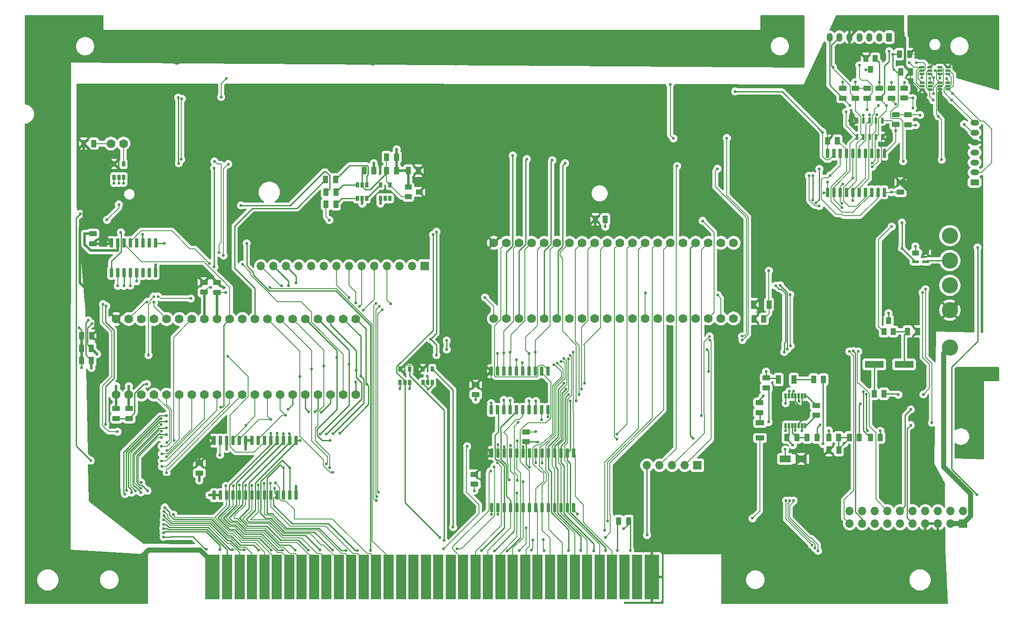
<source format=gbr>
%TF.GenerationSoftware,KiCad,Pcbnew,7.0.9*%
%TF.CreationDate,2024-01-30T12:33:28+01:00*%
%TF.ProjectId,FINESSE,46494e45-5353-4452-9e6b-696361645f70,rev?*%
%TF.SameCoordinates,Original*%
%TF.FileFunction,Copper,L1,Top*%
%TF.FilePolarity,Positive*%
%FSLAX46Y46*%
G04 Gerber Fmt 4.6, Leading zero omitted, Abs format (unit mm)*
G04 Created by KiCad (PCBNEW 7.0.9) date 2024-01-30 12:33:28*
%MOMM*%
%LPD*%
G01*
G04 APERTURE LIST*
G04 Aperture macros list*
%AMRoundRect*
0 Rectangle with rounded corners*
0 $1 Rounding radius*
0 $2 $3 $4 $5 $6 $7 $8 $9 X,Y pos of 4 corners*
0 Add a 4 corners polygon primitive as box body*
4,1,4,$2,$3,$4,$5,$6,$7,$8,$9,$2,$3,0*
0 Add four circle primitives for the rounded corners*
1,1,$1+$1,$2,$3*
1,1,$1+$1,$4,$5*
1,1,$1+$1,$6,$7*
1,1,$1+$1,$8,$9*
0 Add four rect primitives between the rounded corners*
20,1,$1+$1,$2,$3,$4,$5,0*
20,1,$1+$1,$4,$5,$6,$7,0*
20,1,$1+$1,$6,$7,$8,$9,0*
20,1,$1+$1,$8,$9,$2,$3,0*%
G04 Aperture macros list end*
%TA.AperFunction,ComponentPad*%
%ADD10C,5.000000*%
%TD*%
%TA.AperFunction,ComponentPad*%
%ADD11C,0.604000*%
%TD*%
%TA.AperFunction,SMDPad,CuDef*%
%ADD12RoundRect,0.050000X-0.700000X0.450000X-0.700000X-0.450000X0.700000X-0.450000X0.700000X0.450000X0*%
%TD*%
%TA.AperFunction,SMDPad,CuDef*%
%ADD13RoundRect,0.050000X0.700000X-0.450000X0.700000X0.450000X-0.700000X0.450000X-0.700000X-0.450000X0*%
%TD*%
%TA.AperFunction,SMDPad,CuDef*%
%ADD14RoundRect,0.050000X0.450000X0.700000X-0.450000X0.700000X-0.450000X-0.700000X0.450000X-0.700000X0*%
%TD*%
%TA.AperFunction,SMDPad,CuDef*%
%ADD15RoundRect,0.050000X-0.450000X-0.700000X0.450000X-0.700000X0.450000X0.700000X-0.450000X0.700000X0*%
%TD*%
%TA.AperFunction,SMDPad,CuDef*%
%ADD16RoundRect,0.047000X-0.608000X0.423000X-0.608000X-0.423000X0.608000X-0.423000X0.608000X0.423000X0*%
%TD*%
%TA.AperFunction,SMDPad,CuDef*%
%ADD17RoundRect,0.027500X-0.627500X0.247500X-0.627500X-0.247500X0.627500X-0.247500X0.627500X0.247500X0*%
%TD*%
%TA.AperFunction,SMDPad,CuDef*%
%ADD18RoundRect,0.030000X-0.270000X-0.495000X0.270000X-0.495000X0.270000X0.495000X-0.270000X0.495000X0*%
%TD*%
%TA.AperFunction,SMDPad,CuDef*%
%ADD19RoundRect,0.030000X-0.270000X-0.870000X0.270000X-0.870000X0.270000X0.870000X-0.270000X0.870000X0*%
%TD*%
%TA.AperFunction,SMDPad,CuDef*%
%ADD20RoundRect,0.030000X0.270000X0.870000X-0.270000X0.870000X-0.270000X-0.870000X0.270000X-0.870000X0*%
%TD*%
%TA.AperFunction,SMDPad,CuDef*%
%ADD21R,3.000000X9.000000*%
%TD*%
%TA.AperFunction,SMDPad,CuDef*%
%ADD22R,2.000000X9.000000*%
%TD*%
%TA.AperFunction,SMDPad,CuDef*%
%ADD23RoundRect,0.050000X-0.450000X-0.835000X0.450000X-0.835000X0.450000X0.835000X-0.450000X0.835000X0*%
%TD*%
%TA.AperFunction,SMDPad,CuDef*%
%ADD24RoundRect,0.050000X0.450000X0.835000X-0.450000X0.835000X-0.450000X-0.835000X0.450000X-0.835000X0*%
%TD*%
%TA.AperFunction,SMDPad,CuDef*%
%ADD25RoundRect,0.020000X0.180000X-0.480000X0.180000X0.480000X-0.180000X0.480000X-0.180000X-0.480000X0*%
%TD*%
%TA.AperFunction,ComponentPad*%
%ADD26R,1.700000X1.700000*%
%TD*%
%TA.AperFunction,ComponentPad*%
%ADD27O,1.700000X1.700000*%
%TD*%
%TA.AperFunction,SMDPad,CuDef*%
%ADD28RoundRect,0.020000X0.430000X-0.180000X0.430000X0.180000X-0.430000X0.180000X-0.430000X-0.180000X0*%
%TD*%
%TA.AperFunction,SMDPad,CuDef*%
%ADD29RoundRect,0.020000X-0.430000X0.180000X-0.430000X-0.180000X0.430000X-0.180000X0.430000X0.180000X0*%
%TD*%
%TA.AperFunction,SMDPad,CuDef*%
%ADD30RoundRect,0.050000X-0.835000X0.450000X-0.835000X-0.450000X0.835000X-0.450000X0.835000X0.450000X0*%
%TD*%
%TA.AperFunction,SMDPad,CuDef*%
%ADD31RoundRect,0.050000X0.835000X-0.450000X0.835000X0.450000X-0.835000X0.450000X-0.835000X-0.450000X0*%
%TD*%
%TA.AperFunction,SMDPad,CuDef*%
%ADD32RoundRect,0.070000X-1.830000X-0.630000X1.830000X-0.630000X1.830000X0.630000X-1.830000X0.630000X0*%
%TD*%
%TA.AperFunction,SMDPad,CuDef*%
%ADD33RoundRect,0.050000X0.450000X0.650000X-0.450000X0.650000X-0.450000X-0.650000X0.450000X-0.650000X0*%
%TD*%
%TA.AperFunction,ComponentPad*%
%ADD34RoundRect,0.250000X0.350000X0.625000X-0.350000X0.625000X-0.350000X-0.625000X0.350000X-0.625000X0*%
%TD*%
%TA.AperFunction,ComponentPad*%
%ADD35O,1.200000X1.750000*%
%TD*%
%TA.AperFunction,ComponentPad*%
%ADD36C,1.778000*%
%TD*%
%TA.AperFunction,SMDPad,CuDef*%
%ADD37RoundRect,0.025000X-0.225000X-0.525000X0.225000X-0.525000X0.225000X0.525000X-0.225000X0.525000X0*%
%TD*%
%TA.AperFunction,SMDPad,CuDef*%
%ADD38RoundRect,0.070000X-1.030000X-0.630000X1.030000X-0.630000X1.030000X0.630000X-1.030000X0.630000X0*%
%TD*%
%TA.AperFunction,SMDPad,CuDef*%
%ADD39RoundRect,0.050000X-0.650000X0.450000X-0.650000X-0.450000X0.650000X-0.450000X0.650000X0.450000X0*%
%TD*%
%TA.AperFunction,ComponentPad*%
%ADD40RoundRect,0.250000X0.625000X-0.350000X0.625000X0.350000X-0.625000X0.350000X-0.625000X-0.350000X0*%
%TD*%
%TA.AperFunction,ComponentPad*%
%ADD41O,1.750000X1.200000*%
%TD*%
%TA.AperFunction,SMDPad,CuDef*%
%ADD42RoundRect,0.050000X-0.450000X-0.650000X0.450000X-0.650000X0.450000X0.650000X-0.450000X0.650000X0*%
%TD*%
%TA.AperFunction,ComponentPad*%
%ADD43C,3.250000*%
%TD*%
%TA.AperFunction,ViaPad*%
%ADD44C,0.600000*%
%TD*%
%TA.AperFunction,ViaPad*%
%ADD45C,2.000000*%
%TD*%
%TA.AperFunction,Conductor*%
%ADD46C,0.200000*%
%TD*%
%TA.AperFunction,Conductor*%
%ADD47C,0.250000*%
%TD*%
%TA.AperFunction,Conductor*%
%ADD48C,0.500000*%
%TD*%
%TA.AperFunction,Conductor*%
%ADD49C,1.000000*%
%TD*%
G04 APERTURE END LIST*
D10*
%TO.P,HOLE1,P$1,P$1*%
%TO.N,GND*%
X4890000Y114320000D03*
D11*
%TO.P,HOLE1,P$6,P$1*%
X6290000Y115720000D03*
%TO.P,HOLE1,P$7,P$1*%
X6790000Y114320000D03*
%TO.P,HOLE1,P$8,P$1*%
X6290000Y112920000D03*
%TO.P,HOLE1,P$9,P$1*%
X3490000Y112920000D03*
%TO.P,HOLE1,P$13,P$1*%
X4890000Y112420000D03*
%TO.P,HOLE1,P$14,P$1*%
X3490000Y115720000D03*
%TO.P,HOLE1,P$15,P$1*%
X2990000Y114320000D03*
%TO.P,HOLE1,P$16,P$1*%
X4890000Y116220000D03*
%TD*%
D12*
%TO.P,R11,1,1*%
%TO.N,Net-(P1-WIPER)*%
X149330000Y43601000D03*
D13*
%TO.P,R11,2,2*%
%TO.N,Net-(C10-Pad2)*%
X149330000Y45601000D03*
%TD*%
%TO.P,C21,1,1*%
%TO.N,GND*%
X172080000Y103930000D03*
D12*
%TO.P,C21,2,2*%
%TO.N,/CLOCK*%
X172080000Y101930000D03*
%TD*%
D14*
%TO.P,R21,1,1*%
%TO.N,Net-(C31-PadC)*%
X171060000Y42400000D03*
D15*
%TO.P,R21,2,2*%
%TO.N,Net-(S1-6)*%
X173060000Y42400000D03*
%TD*%
D12*
%TO.P,R17,1,1*%
%TO.N,Net-(U14-~{NMI})*%
X36130000Y62850000D03*
D13*
%TO.P,R17,2,2*%
%TO.N,VCC*%
X36130000Y64850000D03*
%TD*%
D16*
%TO.P,U19,1,GND*%
%TO.N,GND*%
X179400000Y70725000D03*
D17*
%TO.P,U19,2,~{RST}*%
%TO.N,/RO*%
X179400000Y69000000D03*
%TO.P,U19,3,~{MR}*%
%TO.N,Net-(J1-Pin_4)*%
X181400000Y69000000D03*
%TO.P,U19,4,VCC*%
%TO.N,VCC*%
X181400000Y70920000D03*
%TD*%
D13*
%TO.P,C34,1,1*%
%TO.N,GND*%
X169670000Y103950000D03*
D12*
%TO.P,C34,2,2*%
%TO.N,/DATA*%
X169670000Y101950000D03*
%TD*%
D14*
%TO.P,C6,1,1*%
%TO.N,Net-(U7-VDD)*%
X68360000Y87340000D03*
D15*
%TO.P,C6,2,2*%
%TO.N,GND*%
X70360000Y87340000D03*
%TD*%
D18*
%TO.P,U4,1,GND*%
%TO.N,GND*%
X80220000Y44680000D03*
%TO.P,U4,2,A*%
%TO.N,/RO*%
X81170000Y44680000D03*
%TO.P,U4,3,GND*%
%TO.N,GND*%
X82120000Y44680000D03*
%TO.P,U4,4,Y*%
%TO.N,Net-(P2-CIC-CLK)*%
X82120000Y47380000D03*
%TO.P,U4,5,VCC*%
%TO.N,VCC*%
X80220000Y47380000D03*
%TD*%
D19*
%TO.P,U13,1,~{OC}*%
%TO.N,GND*%
X93960000Y39160000D03*
%TO.P,U13,2,1Q*%
%TO.N,Net-(P2-PPU_A7)*%
X95230000Y39160000D03*
%TO.P,U13,3,1D*%
%TO.N,Net-(P2-PPU_D7)*%
X96500000Y39160000D03*
%TO.P,U13,4,2D*%
%TO.N,Net-(P2-PPU_D6)*%
X97770000Y39160000D03*
%TO.P,U13,5,2Q*%
%TO.N,Net-(P2-PPU_A6)*%
X99040000Y39160000D03*
%TO.P,U13,6,3Q*%
%TO.N,Net-(P2-PPU_A5)*%
X100310000Y39160000D03*
%TO.P,U13,7,3D*%
%TO.N,Net-(P2-PPU_D5)*%
X101580000Y39160000D03*
%TO.P,U13,8,4D*%
%TO.N,Net-(P2-PPU_D4)*%
X102850000Y39160000D03*
%TO.P,U13,9,4Q*%
%TO.N,Net-(P2-PPU_A4)*%
X104120000Y39160000D03*
%TO.P,U13,10,GND*%
%TO.N,GND*%
X105390000Y39160000D03*
D20*
%TO.P,U13,11,C*%
%TO.N,Net-(U13-C)*%
X105390000Y46960000D03*
%TO.P,U13,12,5Q*%
%TO.N,Net-(P2-PPU_A3)*%
X104120000Y46960000D03*
D19*
%TO.P,U13,13,5D*%
%TO.N,Net-(P2-PPU_D3)*%
X102850000Y46960000D03*
%TO.P,U13,14,6D*%
%TO.N,Net-(P2-PPU_D2)*%
X101580000Y46960000D03*
%TO.P,U13,15,6Q*%
%TO.N,Net-(P2-PPU_A2)*%
X100310000Y46960000D03*
%TO.P,U13,16,7Q*%
%TO.N,Net-(P2-PPU_A1)*%
X99040000Y46960000D03*
%TO.P,U13,17,7D*%
%TO.N,Net-(P2-PPU_D1)*%
X97770000Y46960000D03*
%TO.P,U13,18,8D*%
%TO.N,Net-(P2-PPU_D0)*%
X96500000Y46960000D03*
%TO.P,U13,19,8Q*%
%TO.N,Net-(P2-PPU_A0)*%
X95230000Y46960000D03*
%TO.P,U13,20,VCC*%
%TO.N,VCC*%
X93960000Y46960000D03*
%TD*%
D14*
%TO.P,R18,1,1*%
%TO.N,/LATCH*%
X176410000Y107240000D03*
D15*
%TO.P,R18,2,2*%
%TO.N,VCC*%
X178410000Y107240000D03*
%TD*%
D18*
%TO.P,U1,1,GND*%
%TO.N,GND*%
X75630000Y44670000D03*
%TO.P,U1,2,A*%
%TO.N,Net-(P2-PPU_A13)*%
X76580000Y44670000D03*
%TO.P,U1,3,GND*%
%TO.N,GND*%
X77530000Y44670000D03*
%TO.P,U1,4,Y*%
%TO.N,Net-(P2-PPU_~{A13})*%
X77530000Y47370000D03*
%TO.P,U1,5,VCC*%
%TO.N,VCC*%
X75630000Y47370000D03*
%TD*%
D13*
%TO.P,C30,1,1*%
%TO.N,GND*%
X174590000Y103950000D03*
D12*
%TO.P,C30,2,2*%
%TO.N,Net-(DA1-4)*%
X174590000Y101950000D03*
%TD*%
D10*
%TO.P,HOLE3,P$1,P$1*%
%TO.N,GND*%
X4390000Y61340000D03*
D11*
%TO.P,HOLE3,P$6,P$1*%
X5790000Y62740000D03*
%TO.P,HOLE3,P$7,P$1*%
X6290000Y61340000D03*
%TO.P,HOLE3,P$8,P$1*%
X5790000Y59940000D03*
%TO.P,HOLE3,P$9,P$1*%
X2990000Y59940000D03*
%TO.P,HOLE3,P$13,P$1*%
X4390000Y59440000D03*
%TO.P,HOLE3,P$14,P$1*%
X2990000Y62740000D03*
%TO.P,HOLE3,P$15,P$1*%
X2490000Y61340000D03*
%TO.P,HOLE3,P$16,P$1*%
X4390000Y63240000D03*
%TD*%
D14*
%TO.P,R1,1,1*%
%TO.N,Net-(P2-CIC-RST)*%
X119620000Y16780000D03*
D15*
%TO.P,R1,2,2*%
%TO.N,Net-(P2-CIC-CLK)*%
X121620000Y16780000D03*
%TD*%
D13*
%TO.P,C39,1,1*%
%TO.N,GND*%
X164740000Y103950000D03*
D12*
%TO.P,C39,2,2*%
%TO.N,Net-(DA3-3)*%
X164740000Y101950000D03*
%TD*%
D21*
%TO.P,P2,1,GND*%
%TO.N,GND*%
X37810000Y5460000D03*
D22*
%TO.P,P2,2,CPU_A11*%
%TO.N,Net-(P2-CPU_A11)*%
X40810000Y5460000D03*
%TO.P,P2,3,CPU_A10*%
%TO.N,Net-(P2-CPU_A10)*%
X43310000Y5460000D03*
%TO.P,P2,4,CPU_A9*%
%TO.N,Net-(P2-CPU_A9)*%
X45810000Y5460000D03*
%TO.P,P2,5,CPU_A8*%
%TO.N,Net-(P2-CPU_A8)*%
X48310000Y5460000D03*
%TO.P,P2,6,CPU_A7*%
%TO.N,Net-(P2-CPU_A7)*%
X50810000Y5460000D03*
%TO.P,P2,7,CPU_A6*%
%TO.N,Net-(P2-CPU_A6)*%
X53310000Y5460000D03*
%TO.P,P2,8,CPU_A5*%
%TO.N,Net-(P2-CPU_A5)*%
X55810000Y5460000D03*
%TO.P,P2,9,CPU_A4*%
%TO.N,Net-(P2-CPU_A4)*%
X58310000Y5460000D03*
%TO.P,P2,10,CPU_A3*%
%TO.N,Net-(P2-CPU_A3)*%
X60810000Y5460000D03*
%TO.P,P2,11,CPU_A2*%
%TO.N,Net-(P2-CPU_A2)*%
X63310000Y5460000D03*
%TO.P,P2,12,CPU_A1*%
%TO.N,Net-(P2-CPU_A1)*%
X65810000Y5460000D03*
%TO.P,P2,13,CPU_A0*%
%TO.N,Net-(P2-CPU_A0)*%
X68310000Y5460000D03*
%TO.P,P2,14,CPU_R/W*%
%TO.N,Net-(P2-CPU_R{slash}W)*%
X70810000Y5460000D03*
%TO.P,P2,15,~{IRQ}*%
%TO.N,Net-(P2-~{IRQ})*%
X73310000Y5460000D03*
%TO.P,P2,16,EXP_0*%
%TO.N,unconnected-(P2-EXP_0-Pad16)*%
X75810000Y5460000D03*
%TO.P,P2,17,EXP_1*%
%TO.N,unconnected-(P2-EXP_1-Pad17)*%
X78310000Y5460000D03*
%TO.P,P2,18,EXP_2*%
%TO.N,unconnected-(P2-EXP_2-Pad18)*%
X80810000Y5460000D03*
%TO.P,P2,19,EXP_3*%
%TO.N,unconnected-(P2-EXP_3-Pad19)*%
X83310000Y5460000D03*
%TO.P,P2,20,EXP_4*%
%TO.N,unconnected-(P2-EXP_4-Pad20)*%
X85810000Y5460000D03*
%TO.P,P2,21,PPU_~{RD}*%
%TO.N,Net-(P2-PPU_~{RD})*%
X88310000Y5460000D03*
%TO.P,P2,22,VRAM_A10*%
%TO.N,Net-(P2-VRAM_A10)*%
X90810000Y5460000D03*
%TO.P,P2,23,PPU_A6*%
%TO.N,Net-(P2-PPU_A6)*%
X93310000Y5460000D03*
%TO.P,P2,24,PPU_A5*%
%TO.N,Net-(P2-PPU_A5)*%
X95810000Y5460000D03*
%TO.P,P2,25,PPU_A4*%
%TO.N,Net-(P2-PPU_A4)*%
X98310000Y5460000D03*
%TO.P,P2,26,PPU_A3*%
%TO.N,Net-(P2-PPU_A3)*%
X100810000Y5460000D03*
%TO.P,P2,27,PPU_A2*%
%TO.N,Net-(P2-PPU_A2)*%
X103310000Y5460000D03*
%TO.P,P2,28,PPU_A1*%
%TO.N,Net-(P2-PPU_A1)*%
X105810000Y5460000D03*
%TO.P,P2,29,PPU_A0*%
%TO.N,Net-(P2-PPU_A0)*%
X108310000Y5460000D03*
%TO.P,P2,30,PPU_D0*%
%TO.N,Net-(P2-PPU_D0)*%
X110810000Y5460000D03*
%TO.P,P2,31,PPU_D1*%
%TO.N,Net-(P2-PPU_D1)*%
X113310000Y5460000D03*
%TO.P,P2,32,PPU_D2*%
%TO.N,Net-(P2-PPU_D2)*%
X115810000Y5460000D03*
%TO.P,P2,33,PPU_D3*%
%TO.N,Net-(P2-PPU_D3)*%
X118310000Y5460000D03*
%TO.P,P2,34,CIC-TO-CART*%
%TO.N,unconnected-(P2-CIC-TO-CART-Pad34)*%
X120810000Y5460000D03*
%TO.P,P2,35,CIC-TO-MB*%
%TO.N,unconnected-(P2-CIC-TO-MB-Pad35)*%
X123310000Y5460000D03*
D21*
%TO.P,P2,36,VCC*%
%TO.N,VCC*%
X126310000Y5460000D03*
%TD*%
D19*
%TO.P,U15,1,G1*%
%TO.N,Net-(U15-2Y1)*%
X17500000Y66780000D03*
%TO.P,U15,2,A1*%
%TO.N,Net-(P2-CPU_A13)*%
X18770000Y66780000D03*
%TO.P,U15,3,B1*%
%TO.N,Net-(P2-CPU_A14)*%
X20040000Y66780000D03*
%TO.P,U15,4,1Y0*%
%TO.N,Net-(U15-1Y0)*%
X21310000Y66780000D03*
%TO.P,U15,5,1Y1*%
%TO.N,Net-(U15-1Y1)*%
X22580000Y66780000D03*
%TO.P,U15,6,1Y2*%
%TO.N,unconnected-(U15-1Y2-Pad6)*%
X23850000Y66780000D03*
%TO.P,U15,7,1Y3*%
%TO.N,unconnected-(U15-1Y3-Pad7)*%
X25120000Y66780000D03*
%TO.P,U15,8,GND*%
%TO.N,GND*%
X26390000Y66780000D03*
%TO.P,U15,9,2Y3*%
%TO.N,Net-(P2-~{ROMSEL})*%
X26390000Y72780000D03*
%TO.P,U15,10,2Y2*%
%TO.N,unconnected-(U15-2Y2-Pad10)*%
X25120000Y72780000D03*
%TO.P,U15,11,2Y1*%
%TO.N,Net-(U15-2Y1)*%
X23850000Y72780000D03*
%TO.P,U15,12,2Y0*%
%TO.N,unconnected-(U15-2Y0-Pad12)*%
X22580000Y72780000D03*
%TO.P,U15,13,B2*%
%TO.N,Net-(U14-A15)*%
X21310000Y72780000D03*
%TO.P,U15,14,A2*%
%TO.N,Net-(P2-M2)*%
X20040000Y72780000D03*
%TO.P,U15,15,G2*%
%TO.N,GND*%
X18770000Y72780000D03*
%TO.P,U15,16,VCC*%
%TO.N,VCC*%
X17500000Y72780000D03*
%TD*%
D15*
%TO.P,R20,1,1*%
%TO.N,Net-(D1-PadA)*%
X13970000Y92810000D03*
D14*
%TO.P,R20,2,2*%
%TO.N,VCC*%
X11970000Y92810000D03*
%TD*%
%TO.P,R5,1,1*%
%TO.N,Net-(U16-CLK)*%
X60700000Y80550000D03*
D15*
%TO.P,R5,2,2*%
%TO.N,Net-(U7-CLK1)*%
X62700000Y80550000D03*
%TD*%
D23*
%TO.P,C10,1,1*%
%TO.N,Net-(C10-Pad1)*%
X154895000Y45271000D03*
D24*
%TO.P,C10,2,2*%
%TO.N,Net-(C10-Pad2)*%
X151825000Y45271000D03*
%TD*%
D19*
%TO.P,U6,1,GND*%
%TO.N,GND*%
X94060000Y19480000D03*
%TO.P,U6,2,GND*%
X95330000Y19480000D03*
%TO.P,U6,3,A7*%
%TO.N,Net-(P2-PPU_A7)*%
X96600000Y19480000D03*
%TO.P,U6,4,A6*%
%TO.N,Net-(P2-PPU_A6)*%
X97870000Y19480000D03*
%TO.P,U6,5,A5*%
%TO.N,Net-(P2-PPU_A5)*%
X99140000Y19480000D03*
%TO.P,U6,6,A4*%
%TO.N,Net-(P2-PPU_A4)*%
X100410000Y19480000D03*
%TO.P,U6,7,A3*%
%TO.N,Net-(P2-PPU_A3)*%
X101680000Y19480000D03*
%TO.P,U6,8,A2*%
%TO.N,Net-(P2-PPU_A2)*%
X102950000Y19480000D03*
%TO.P,U6,9,A1*%
%TO.N,Net-(P2-PPU_A1)*%
X104220000Y19480000D03*
%TO.P,U6,10,A0*%
%TO.N,Net-(P2-PPU_A0)*%
X105490000Y19480000D03*
%TO.P,U6,11,D0*%
%TO.N,Net-(P2-PPU_D0)*%
X106760000Y19480000D03*
%TO.P,U6,12,D1*%
%TO.N,Net-(P2-PPU_D1)*%
X108030000Y19480000D03*
%TO.P,U6,13,D2*%
%TO.N,Net-(P2-PPU_D2)*%
X109300000Y19480000D03*
%TO.P,U6,14,GND*%
%TO.N,GND*%
X110570000Y19480000D03*
%TO.P,U6,15,D3*%
%TO.N,Net-(P2-PPU_D3)*%
X110570000Y30480000D03*
%TO.P,U6,16,D4*%
%TO.N,Net-(P2-PPU_D4)*%
X109300000Y30480000D03*
%TO.P,U6,17,D5*%
%TO.N,Net-(P2-PPU_D5)*%
X108030000Y30480000D03*
%TO.P,U6,18,D6*%
%TO.N,Net-(P2-PPU_D6)*%
X106760000Y30480000D03*
%TO.P,U6,19,D7*%
%TO.N,Net-(P2-PPU_D7)*%
X105490000Y30480000D03*
%TO.P,U6,20,~{CE}*%
%TO.N,Net-(P2-VRAM_~{CE})*%
X104220000Y30480000D03*
%TO.P,U6,21,A10*%
%TO.N,Net-(P2-VRAM_A10)*%
X102950000Y30480000D03*
%TO.P,U6,22,~{OE}*%
%TO.N,Net-(P2-PPU_~{RD})*%
X101680000Y30480000D03*
%TO.P,U6,23,GND*%
%TO.N,GND*%
X100410000Y30480000D03*
%TO.P,U6,24,A9*%
%TO.N,Net-(P2-PPU_A9)*%
X99140000Y30480000D03*
%TO.P,U6,25,A8*%
%TO.N,Net-(P2-PPU_A8)*%
X97870000Y30480000D03*
%TO.P,U6,26,GND*%
%TO.N,GND*%
X96600000Y30480000D03*
%TO.P,U6,27,~{WE}*%
%TO.N,Net-(P2-PPU_~{WR})*%
X95330000Y30480000D03*
%TO.P,U6,28,VCC*%
%TO.N,VCC*%
X94060000Y30480000D03*
%TD*%
D13*
%TO.P,C3,1,1*%
%TO.N,VCC*%
X90590000Y26160000D03*
D12*
%TO.P,C3,2,2*%
%TO.N,GND*%
X90590000Y24160000D03*
%TD*%
D25*
%TO.P,U12,1,+*%
%TO.N,GND*%
X153250000Y35970000D03*
%TO.P,U12,2,-*%
%TO.N,Net-(U12B--)*%
X153900000Y35970000D03*
%TO.P,U12,3,OUT*%
%TO.N,Net-(U12B-OUT)*%
X154550000Y35970000D03*
%TO.P,U12,4,AGND*%
%TO.N,GND*%
X155200000Y35970000D03*
%TO.P,U12,5,EN*%
%TO.N,VCC*%
X155850000Y35970000D03*
%TO.P,U12,6,VSS*%
%TO.N,Net-(U12A-VSS)*%
X156500000Y35970000D03*
%TO.P,U12,7,CN*%
%TO.N,Net-(U12A-CN)*%
X157150000Y35970000D03*
%TO.P,U12,8,CP*%
%TO.N,Net-(U12A-CP)*%
X157150000Y41970000D03*
%TO.P,U12,9,VDD*%
%TO.N,VCC*%
X156500000Y41970000D03*
%TO.P,U12,10,PGND*%
%TO.N,GND*%
X155850000Y41970000D03*
%TO.P,U12,11,UVP*%
%TO.N,VCC*%
X155200000Y41970000D03*
%TO.P,U12,12,OUT*%
%TO.N,Net-(P1-CW)*%
X154550000Y41970000D03*
%TO.P,U12,13,-*%
%TO.N,Net-(U12C--)*%
X153900000Y41970000D03*
%TO.P,U12,14,+*%
%TO.N,GND*%
X153250000Y41970000D03*
%TD*%
D14*
%TO.P,C1,1,1*%
%TO.N,Net-(U7-VDD)*%
X72900000Y87330000D03*
D15*
%TO.P,C1,2,2*%
%TO.N,GND*%
X74900000Y87330000D03*
%TD*%
D13*
%TO.P,R8,1,1*%
%TO.N,/CPU 1*%
X18490000Y39430000D03*
D12*
%TO.P,R8,2,2*%
%TO.N,Net-(C10-Pad2)*%
X18490000Y37430000D03*
%TD*%
D26*
%TO.P,J4,1,Pin_1*%
%TO.N,GND*%
X135490000Y27990000D03*
D27*
%TO.P,J4,2,Pin_2*%
%TO.N,/LATCH*%
X132950000Y27990000D03*
%TO.P,J4,3,Pin_3*%
%TO.N,/CLOCK*%
X130410000Y27990000D03*
%TO.P,J4,4,Pin_4*%
%TO.N,/DATA*%
X127870000Y27990000D03*
%TO.P,J4,5,Pin_5*%
%TO.N,/RO*%
X125330000Y27990000D03*
%TD*%
D13*
%TO.P,C14,1,1*%
%TO.N,VCC*%
X90860000Y44230000D03*
D12*
%TO.P,C14,2,2*%
%TO.N,GND*%
X90860000Y42230000D03*
%TD*%
D13*
%TO.P,C23,1,1*%
%TO.N,GND*%
X177150000Y103980000D03*
D12*
%TO.P,C23,2,2*%
%TO.N,Net-(DA2-3)*%
X177150000Y101980000D03*
%TD*%
D18*
%TO.P,U7,1,CLK1*%
%TO.N,Net-(U7-CLK1)*%
X67010000Y81770000D03*
%TO.P,U7,2,GND*%
%TO.N,GND*%
X67960000Y81770000D03*
%TO.P,U7,3,FIN*%
%TO.N,Net-(U7-FIN)*%
X68910000Y81770000D03*
%TO.P,U7,4,CLK0*%
%TO.N,Net-(U7-CLK0)*%
X68910000Y84470000D03*
%TO.P,U7,5,VDD*%
%TO.N,Net-(U7-VDD)*%
X67960000Y84470000D03*
%TO.P,U7,6,CLK2*%
%TO.N,Net-(U7-CLK2)*%
X67010000Y84470000D03*
%TD*%
D28*
%TO.P,DA4,1,1*%
%TO.N,/CLOCK*%
X182350000Y103740000D03*
%TO.P,DA4,2,2*%
%TO.N,Net-(DA3-3)*%
X182350000Y104390000D03*
%TO.P,DA4,3,COM*%
%TO.N,VCC*%
X182350000Y105040000D03*
%TO.P,DA4,4,3*%
%TO.N,Net-(DA4-3)*%
X180750000Y105040000D03*
%TO.P,DA4,5,4*%
%TO.N,/DATA*%
X180750000Y104390000D03*
%TO.P,DA4,6,COM*%
%TO.N,VCC*%
X180750000Y103740000D03*
%TD*%
D10*
%TO.P,HOLE6,P$1,P$1*%
%TO.N,GND*%
X54910000Y112060000D03*
D11*
%TO.P,HOLE6,P$6,P$1*%
X56310000Y113460000D03*
%TO.P,HOLE6,P$7,P$1*%
X56810000Y112060000D03*
%TO.P,HOLE6,P$8,P$1*%
X56310000Y110660000D03*
%TO.P,HOLE6,P$9,P$1*%
X53510000Y110660000D03*
%TO.P,HOLE6,P$13,P$1*%
X54910000Y110160000D03*
%TO.P,HOLE6,P$14,P$1*%
X53510000Y113460000D03*
%TO.P,HOLE6,P$15,P$1*%
X53010000Y112060000D03*
%TO.P,HOLE6,P$16,P$1*%
X54910000Y113960000D03*
%TD*%
D23*
%TO.P,C22,N,C*%
%TO.N,GND*%
X149905000Y60360000D03*
D24*
%TO.P,C22,P,A*%
%TO.N,VCC*%
X146835000Y60360000D03*
%TD*%
D26*
%TO.P,J3,1,Pin_1*%
%TO.N,unconnected-(J3-Pin_1-Pad1)*%
X80620000Y68120000D03*
D27*
%TO.P,J3,2,Pin_2*%
%TO.N,unconnected-(J3-Pin_2-Pad2)*%
X78080000Y68120000D03*
%TO.P,J3,3,Pin_3*%
%TO.N,unconnected-(J3-Pin_3-Pad3)*%
X75540000Y68120000D03*
%TO.P,J3,4,Pin_4*%
%TO.N,/CSYNC*%
X73000000Y68120000D03*
%TO.P,J3,5,Pin_5*%
%TO.N,/RED*%
X70460000Y68120000D03*
%TO.P,J3,6,Pin_6*%
%TO.N,/GREEN*%
X67920000Y68120000D03*
%TO.P,J3,7,Pin_7*%
%TO.N,/BLUE*%
X65380000Y68120000D03*
%TO.P,J3,8,Pin_8*%
%TO.N,/V*%
X62840000Y68120000D03*
%TO.P,J3,9,Pin_9*%
%TO.N,/Y*%
X60300000Y68120000D03*
%TO.P,J3,10,Pin_10*%
%TO.N,/C*%
X57760000Y68120000D03*
%TO.P,J3,11,Pin_11*%
%TO.N,GND*%
X55220000Y68120000D03*
%TO.P,J3,12,Pin_12*%
%TO.N,/CPU 2*%
X52680000Y68120000D03*
%TO.P,J3,13,Pin_13*%
%TO.N,/CPU 1*%
X50140000Y68120000D03*
%TO.P,J3,14,Pin_14*%
%TO.N,/O*%
X47600000Y68120000D03*
%TD*%
D13*
%TO.P,C2,1,1*%
%TO.N,VCC*%
X35210000Y28420000D03*
D12*
%TO.P,C2,2,2*%
%TO.N,GND*%
X35210000Y26420000D03*
%TD*%
D29*
%TO.P,DA1,1,1*%
%TO.N,Net-(DA2-4)*%
X184300000Y108160000D03*
%TO.P,DA1,2,2*%
%TO.N,Net-(DA2-3)*%
X184300000Y107510000D03*
%TO.P,DA1,3,COM*%
%TO.N,GND*%
X184300000Y106860000D03*
%TO.P,DA1,4,3*%
%TO.N,Net-(DA1-3)*%
X185900000Y106860000D03*
%TO.P,DA1,5,4*%
%TO.N,Net-(DA1-4)*%
X185900000Y107510000D03*
%TO.P,DA1,6,COM*%
%TO.N,GND*%
X185900000Y108160000D03*
%TD*%
D30*
%TO.P,C16,1,1*%
%TO.N,Net-(P2-EXP_6)*%
X148080000Y33475000D03*
D31*
%TO.P,C16,2,2*%
%TO.N,Net-(C16-Pad2)*%
X148080000Y36545000D03*
%TD*%
D10*
%TO.P,HOLE5,P$1,P$1*%
%TO.N,GND*%
X127350000Y112180000D03*
D11*
%TO.P,HOLE5,P$6,P$1*%
X128750000Y113580000D03*
%TO.P,HOLE5,P$7,P$1*%
X129250000Y112180000D03*
%TO.P,HOLE5,P$8,P$1*%
X128750000Y110780000D03*
%TO.P,HOLE5,P$9,P$1*%
X125950000Y110780000D03*
%TO.P,HOLE5,P$13,P$1*%
X127350000Y110280000D03*
%TO.P,HOLE5,P$14,P$1*%
X125950000Y113580000D03*
%TO.P,HOLE5,P$15,P$1*%
X125450000Y112180000D03*
%TO.P,HOLE5,P$16,P$1*%
X127350000Y114080000D03*
%TD*%
D15*
%TO.P,R2,1,1*%
%TO.N,Net-(P2-PPU_A13)*%
X116930000Y77540000D03*
D14*
%TO.P,R2,2,2*%
%TO.N,VCC*%
X114930000Y77540000D03*
%TD*%
%TO.P,R3,1,1*%
%TO.N,Net-(P2-SYSTEM_CLK)*%
X60700000Y83000000D03*
D15*
%TO.P,R3,2,2*%
%TO.N,Net-(U7-CLK2)*%
X62700000Y83000000D03*
%TD*%
D14*
%TO.P,R7,1,1*%
%TO.N,GND*%
X11490000Y51510000D03*
D15*
%TO.P,R7,2,2*%
%TO.N,/CPU 2*%
X13490000Y51510000D03*
%TD*%
D12*
%TO.P,R13,1,1*%
%TO.N,Net-(C16-Pad2)*%
X148000000Y38600000D03*
D13*
%TO.P,R13,2,2*%
%TO.N,Net-(U12C--)*%
X148000000Y40600000D03*
%TD*%
D12*
%TO.P,R15,1,1*%
%TO.N,Net-(P2-~{IRQ})*%
X38790000Y62840000D03*
D13*
%TO.P,R15,2,2*%
%TO.N,VCC*%
X38790000Y64840000D03*
%TD*%
D14*
%TO.P,C24,1,1*%
%TO.N,VCC*%
X146860000Y57500000D03*
D15*
%TO.P,C24,2,2*%
%TO.N,GND*%
X148860000Y57500000D03*
%TD*%
D14*
%TO.P,C8,1,1*%
%TO.N,Net-(U7-VDD)*%
X72920000Y90080000D03*
D15*
%TO.P,C8,2,2*%
%TO.N,GND*%
X74920000Y90080000D03*
%TD*%
D32*
%TO.P,C31,A,A*%
%TO.N,Net-(Q1-E)*%
X177110000Y48320000D03*
%TO.P,C31,C,C*%
%TO.N,Net-(C31-PadC)*%
X171110000Y48320000D03*
%TD*%
D14*
%TO.P,R10,1,1*%
%TO.N,Net-(C10-Pad1)*%
X158880000Y45261000D03*
D15*
%TO.P,R10,2,2*%
%TO.N,Net-(U12B--)*%
X160880000Y45261000D03*
%TD*%
D10*
%TO.P,HOLE2,P$1,P$1*%
%TO.N,GND*%
X4230000Y17670000D03*
D11*
%TO.P,HOLE2,P$6,P$1*%
X5630000Y19070000D03*
%TO.P,HOLE2,P$7,P$1*%
X6130000Y17670000D03*
%TO.P,HOLE2,P$8,P$1*%
X5630000Y16270000D03*
%TO.P,HOLE2,P$9,P$1*%
X2830000Y16270000D03*
%TO.P,HOLE2,P$13,P$1*%
X4230000Y15770000D03*
%TO.P,HOLE2,P$14,P$1*%
X2830000Y19070000D03*
%TO.P,HOLE2,P$15,P$1*%
X2330000Y17670000D03*
%TO.P,HOLE2,P$16,P$1*%
X4230000Y19570000D03*
%TD*%
D33*
%TO.P,DA5,1,A*%
%TO.N,GND*%
X171310000Y109950000D03*
%TO.P,DA5,2,K*%
%TO.N,VCC*%
X169410000Y109950000D03*
%TO.P,DA5,3,COM*%
%TO.N,/LATCH*%
X170360000Y107750000D03*
%TD*%
D13*
%TO.P,R6,1,1*%
%TO.N,/CPU 2*%
X21060000Y39430000D03*
D12*
%TO.P,R6,2,2*%
%TO.N,Net-(C10-Pad2)*%
X21060000Y37430000D03*
%TD*%
D13*
%TO.P,C25,1,1*%
%TO.N,GND*%
X101040000Y34720000D03*
D12*
%TO.P,C25,2,2*%
%TO.N,Net-(P2-PPU_~{RD})*%
X101040000Y32720000D03*
%TD*%
D15*
%TO.P,R16,1,1*%
%TO.N,Net-(U17-1A4)*%
X163690000Y93390000D03*
D14*
%TO.P,R16,2,2*%
%TO.N,VCC*%
X161690000Y93390000D03*
%TD*%
D34*
%TO.P,H5,1,GND*%
%TO.N,GND*%
X174100000Y114240000D03*
D35*
%TO.P,H5,2,CUP*%
%TO.N,/CLOCK*%
X172100000Y114240000D03*
%TO.P,H5,3,OUT0*%
%TO.N,/LATCH*%
X170100000Y114240000D03*
%TO.P,H5,4,D0*%
%TO.N,/DATA*%
X168100000Y114240000D03*
%TO.P,H5,5,VCC*%
%TO.N,VCC*%
X166100000Y114240000D03*
%TO.P,H5,6,D3*%
%TO.N,Net-(DA4-3)*%
X164100000Y114240000D03*
%TO.P,H5,7,D4*%
%TO.N,Net-(DA3-3)*%
X162100000Y114240000D03*
%TD*%
D15*
%TO.P,C17,1,1*%
%TO.N,VCC*%
X13500000Y54120000D03*
D14*
%TO.P,C17,2,2*%
%TO.N,GND*%
X11500000Y54120000D03*
%TD*%
D13*
%TO.P,C37,1,1*%
%TO.N,GND*%
X167270000Y103940000D03*
D12*
%TO.P,C37,2,2*%
%TO.N,Net-(DA4-3)*%
X167270000Y101940000D03*
%TD*%
D15*
%TO.P,R19,1,1*%
%TO.N,VCC*%
X179820000Y54960000D03*
D14*
%TO.P,R19,2,2*%
%TO.N,Net-(Q1-E)*%
X177820000Y54960000D03*
%TD*%
D19*
%TO.P,U17,1,1~{OE}*%
%TO.N,/CLOCK*%
X161690000Y82990000D03*
%TO.P,U17,2,1A1*%
%TO.N,/DATA*%
X162960000Y82990000D03*
%TO.P,U17,3,2Y4*%
%TO.N,Net-(P2-CPU_D1)*%
X164230000Y82990000D03*
%TO.P,U17,4,1A2*%
%TO.N,Net-(DA4-3)*%
X165500000Y82990000D03*
%TO.P,U17,5,2Y3*%
%TO.N,Net-(P2-CPU_D4)*%
X166770000Y82990000D03*
%TO.P,U17,6,1A3*%
%TO.N,Net-(DA3-3)*%
X168040000Y82990000D03*
%TO.P,U17,7,2Y2*%
%TO.N,Net-(P2-CPU_D3)*%
X169310000Y82990000D03*
%TO.P,U17,8,1A4*%
%TO.N,Net-(U17-1A4)*%
X170580000Y82990000D03*
%TO.P,U17,9,2Y1*%
%TO.N,Net-(P2-CPU_D0)*%
X171850000Y82990000D03*
%TO.P,U17,10,GND*%
%TO.N,GND*%
X173120000Y82990000D03*
D20*
%TO.P,U17,11,2A1*%
%TO.N,Net-(DA2-4)*%
X173120000Y90790000D03*
%TO.P,U17,12,1Y4*%
%TO.N,Net-(P2-CPU_D1)*%
X171850000Y90790000D03*
D19*
%TO.P,U17,13,2A2*%
%TO.N,Net-(DA2-3)*%
X170580000Y90790000D03*
%TO.P,U17,14,1Y3*%
%TO.N,Net-(P2-CPU_D4)*%
X169310000Y90790000D03*
%TO.P,U17,15,2A3*%
%TO.N,Net-(DA1-3)*%
X168040000Y90790000D03*
%TO.P,U17,16,1Y2*%
%TO.N,Net-(P2-CPU_D3)*%
X166770000Y90790000D03*
%TO.P,U17,17,2A4*%
%TO.N,Net-(U17-1A4)*%
X165500000Y90790000D03*
%TO.P,U17,18,1Y1*%
%TO.N,Net-(P2-CPU_D0)*%
X164230000Y90790000D03*
%TO.P,U17,19,2~{OE}*%
%TO.N,Net-(DA1-4)*%
X162960000Y90790000D03*
%TO.P,U17,20,VCC*%
%TO.N,VCC*%
X161690000Y90790000D03*
%TD*%
D15*
%TO.P,C5,1,1*%
%TO.N,VCC*%
X79300000Y87350000D03*
D14*
%TO.P,C5,2,2*%
%TO.N,GND*%
X77300000Y87350000D03*
%TD*%
D36*
%TO.P,U16,1,R/~{W}*%
%TO.N,Net-(P2-CPU_R{slash}W)*%
X94510000Y57580000D03*
%TO.P,U16,2,D0*%
%TO.N,Net-(P2-CPU_D0)*%
X97050000Y57580000D03*
%TO.P,U16,3,D1*%
%TO.N,Net-(P2-CPU_D1)*%
X99590000Y57580000D03*
%TO.P,U16,4,D2*%
%TO.N,Net-(P2-CPU_D2)*%
X102130000Y57580000D03*
%TO.P,U16,5,D3*%
%TO.N,Net-(P2-CPU_D3)*%
X104670000Y57580000D03*
%TO.P,U16,6,D4*%
%TO.N,Net-(P2-CPU_D4)*%
X107210000Y57580000D03*
%TO.P,U16,7,D5*%
%TO.N,Net-(P2-CPU_D5)*%
X109750000Y57580000D03*
%TO.P,U16,8,D6*%
%TO.N,Net-(P2-CPU_D6)*%
X112290000Y57580000D03*
%TO.P,U16,9,D7*%
%TO.N,Net-(P2-CPU_D7)*%
X114830000Y57580000D03*
%TO.P,U16,10,A2*%
%TO.N,Net-(P2-CPU_A2)*%
X117370000Y57580000D03*
%TO.P,U16,11,A1*%
%TO.N,Net-(P2-CPU_A1)*%
X119910000Y57580000D03*
%TO.P,U16,12,A0*%
%TO.N,Net-(P2-CPU_A0)*%
X122450000Y57580000D03*
%TO.P,U16,13,~{CS}*%
%TO.N,Net-(U15-1Y1)*%
X124990000Y57580000D03*
%TO.P,U16,14,EXT0*%
%TO.N,GND*%
X127530000Y57580000D03*
%TO.P,U16,15,EXT1*%
X130070000Y57580000D03*
%TO.P,U16,16,EXT2*%
X132610000Y57580000D03*
%TO.P,U16,17,EXT3*%
X135150000Y57580000D03*
%TO.P,U16,18,CLK*%
%TO.N,Net-(U16-CLK)*%
X137690000Y57580000D03*
%TO.P,U16,19,~{INT}*%
%TO.N,Net-(U14-~{NMI})*%
X140230000Y57580000D03*
%TO.P,U16,20,GND*%
%TO.N,GND*%
X142770000Y57580000D03*
%TO.P,U16,21,VIDEO*%
%TO.N,Net-(Q1-B)*%
X142770000Y72820000D03*
%TO.P,U16,22,~{RST}*%
%TO.N,/RO*%
X140230000Y72820000D03*
%TO.P,U16,23,~{WR}*%
%TO.N,Net-(P2-PPU_~{WR})*%
X137690000Y72820000D03*
%TO.P,U16,24,~{RD}*%
%TO.N,Net-(P2-PPU_~{RD})*%
X135150000Y72820000D03*
%TO.P,U16,25,PA13*%
%TO.N,Net-(P2-PPU_A13)*%
X132610000Y72820000D03*
%TO.P,U16,26,PA12*%
%TO.N,Net-(P2-PPU_A12)*%
X130070000Y72820000D03*
%TO.P,U16,27,PA11*%
%TO.N,Net-(P2-PPU_A11)*%
X127530000Y72820000D03*
%TO.P,U16,28,PA10*%
%TO.N,Net-(P2-PPU_A10)*%
X124990000Y72820000D03*
%TO.P,U16,29,PA9*%
%TO.N,Net-(P2-PPU_A9)*%
X122450000Y72820000D03*
%TO.P,U16,30,PA8*%
%TO.N,Net-(P2-PPU_A8)*%
X119910000Y72820000D03*
%TO.P,U16,31,PD7*%
%TO.N,Net-(P2-PPU_D7)*%
X117370000Y72820000D03*
%TO.P,U16,32,PD6*%
%TO.N,Net-(P2-PPU_D6)*%
X114830000Y72820000D03*
%TO.P,U16,33,PD5*%
%TO.N,Net-(P2-PPU_D5)*%
X112290000Y72820000D03*
%TO.P,U16,34,PD4*%
%TO.N,Net-(P2-PPU_D4)*%
X109750000Y72820000D03*
%TO.P,U16,35,PD3*%
%TO.N,Net-(P2-PPU_D3)*%
X107210000Y72820000D03*
%TO.P,U16,36,PD2*%
%TO.N,Net-(P2-PPU_D2)*%
X104670000Y72820000D03*
%TO.P,U16,37,PD1*%
%TO.N,Net-(P2-PPU_D1)*%
X102130000Y72820000D03*
%TO.P,U16,38,PD0*%
%TO.N,Net-(P2-PPU_D0)*%
X99590000Y72820000D03*
%TO.P,U16,39,ALE*%
%TO.N,Net-(U13-C)*%
X97050000Y72820000D03*
%TO.P,U16,40,VCC*%
%TO.N,VCC*%
X94510000Y72820000D03*
%TD*%
D37*
%TO.P,RA1,1,1*%
%TO.N,/DATA*%
X167650000Y94170000D03*
%TO.P,RA1,2,2*%
%TO.N,Net-(DA4-3)*%
X168920000Y94170000D03*
%TO.P,RA1,3,3*%
%TO.N,Net-(DA3-3)*%
X170190000Y94170000D03*
%TO.P,RA1,4,4*%
%TO.N,/CLOCK*%
X171460000Y94170000D03*
%TO.P,RA1,5,COM*%
%TO.N,VCC*%
X172730000Y94170000D03*
%TO.P,RA1,6,5*%
%TO.N,Net-(DA2-4)*%
X172730000Y97470000D03*
%TO.P,RA1,7,6*%
%TO.N,Net-(DA2-3)*%
X171460000Y97470000D03*
%TO.P,RA1,8,7*%
%TO.N,Net-(DA1-3)*%
X170190000Y97470000D03*
%TO.P,RA1,9,8*%
%TO.N,Net-(DA1-4)*%
X168920000Y97470000D03*
%TO.P,RA1,10,COM*%
%TO.N,VCC*%
X167650000Y97470000D03*
%TD*%
D18*
%TO.P,U18,1,GND*%
%TO.N,GND*%
X18060000Y85990000D03*
%TO.P,U18,2,A*%
%TO.N,/RO*%
X19010000Y85990000D03*
%TO.P,U18,3,GND*%
%TO.N,GND*%
X19960000Y85990000D03*
%TO.P,U18,4,Y*%
%TO.N,Net-(D1-C)*%
X19960000Y88690000D03*
%TO.P,U18,5,VCC*%
%TO.N,VCC*%
X18060000Y88690000D03*
%TD*%
D28*
%TO.P,DA2,1,1*%
%TO.N,Net-(DA1-4)*%
X185900000Y103750000D03*
%TO.P,DA2,2,2*%
%TO.N,Net-(DA1-3)*%
X185900000Y104400000D03*
%TO.P,DA2,3,COM*%
%TO.N,VCC*%
X185900000Y105050000D03*
%TO.P,DA2,4,3*%
%TO.N,Net-(DA2-3)*%
X184300000Y105050000D03*
%TO.P,DA2,5,4*%
%TO.N,Net-(DA2-4)*%
X184300000Y104400000D03*
%TO.P,DA2,6,COM*%
%TO.N,VCC*%
X184300000Y103750000D03*
%TD*%
D38*
%TO.P,C15,A,A*%
%TO.N,VCC*%
X156360000Y29270000D03*
%TO.P,C15,C,C*%
%TO.N,GND*%
X153160000Y29270000D03*
%TD*%
D19*
%TO.P,U5,1,GND*%
%TO.N,GND*%
X38140000Y21970000D03*
%TO.P,U5,2,GND*%
X39410000Y21970000D03*
%TO.P,U5,3,A7*%
%TO.N,Net-(P2-CPU_A7)*%
X40680000Y21970000D03*
%TO.P,U5,4,A6*%
%TO.N,Net-(P2-CPU_A6)*%
X41950000Y21970000D03*
%TO.P,U5,5,A5*%
%TO.N,Net-(P2-CPU_A5)*%
X43220000Y21970000D03*
%TO.P,U5,6,A4*%
%TO.N,Net-(P2-CPU_A4)*%
X44490000Y21970000D03*
%TO.P,U5,7,A3*%
%TO.N,Net-(P2-CPU_A3)*%
X45760000Y21970000D03*
%TO.P,U5,8,A2*%
%TO.N,Net-(P2-CPU_A2)*%
X47030000Y21970000D03*
%TO.P,U5,9,A1*%
%TO.N,Net-(P2-CPU_A1)*%
X48300000Y21970000D03*
%TO.P,U5,10,A0*%
%TO.N,Net-(P2-CPU_A0)*%
X49570000Y21970000D03*
%TO.P,U5,11,D0*%
%TO.N,Net-(P2-CPU_D0)*%
X50840000Y21970000D03*
%TO.P,U5,12,D1*%
%TO.N,Net-(P2-CPU_D1)*%
X52110000Y21970000D03*
%TO.P,U5,13,D2*%
%TO.N,Net-(P2-CPU_D2)*%
X53380000Y21970000D03*
%TO.P,U5,14,GND*%
%TO.N,GND*%
X54650000Y21970000D03*
%TO.P,U5,15,D3*%
%TO.N,Net-(P2-CPU_D3)*%
X54650000Y32970000D03*
%TO.P,U5,16,D4*%
%TO.N,Net-(P2-CPU_D4)*%
X53380000Y32970000D03*
%TO.P,U5,17,D5*%
%TO.N,Net-(P2-CPU_D5)*%
X52110000Y32970000D03*
%TO.P,U5,18,D6*%
%TO.N,Net-(P2-CPU_D6)*%
X50840000Y32970000D03*
%TO.P,U5,19,D7*%
%TO.N,Net-(P2-CPU_D7)*%
X49570000Y32970000D03*
%TO.P,U5,20,~{CE}*%
%TO.N,Net-(U15-1Y0)*%
X48300000Y32970000D03*
%TO.P,U5,21,A10*%
%TO.N,Net-(P2-CPU_A10)*%
X47030000Y32970000D03*
%TO.P,U5,22,~{OE}*%
%TO.N,GND*%
X45760000Y32970000D03*
%TO.P,U5,23,GND*%
X44490000Y32970000D03*
%TO.P,U5,24,A9*%
%TO.N,Net-(P2-CPU_A9)*%
X43220000Y32970000D03*
%TO.P,U5,25,A8*%
%TO.N,Net-(P2-CPU_A8)*%
X41950000Y32970000D03*
%TO.P,U5,26,GND*%
%TO.N,GND*%
X40680000Y32970000D03*
%TO.P,U5,27,~{WE}*%
%TO.N,Net-(P2-CPU_R{slash}W)*%
X39410000Y32970000D03*
%TO.P,U5,28,VCC*%
%TO.N,VCC*%
X38140000Y32970000D03*
%TD*%
D39*
%TO.P,U9,1,GND*%
%TO.N,GND*%
X77300000Y84020000D03*
%TO.P,U9,2,VOUT*%
%TO.N,Net-(U7-VDD)*%
X77300000Y82120000D03*
%TO.P,U9,3,VIN*%
%TO.N,VCC*%
X79500000Y83070000D03*
%TD*%
D12*
%TO.P,C11,1,1*%
%TO.N,Net-(U12A-CN)*%
X159390000Y38060000D03*
D13*
%TO.P,C11,2,2*%
%TO.N,Net-(U12A-CP)*%
X159390000Y40060000D03*
%TD*%
D36*
%TO.P,D1,A,A*%
%TO.N,Net-(D1-PadA)*%
X17390000Y92810000D03*
%TO.P,D1,K,C*%
%TO.N,Net-(D1-C)*%
X19930000Y92810000D03*
%TD*%
D13*
%TO.P,C33,1,1*%
%TO.N,VCC*%
X176380000Y85020000D03*
D12*
%TO.P,C33,2,2*%
%TO.N,GND*%
X176380000Y83020000D03*
%TD*%
D14*
%TO.P,C35,1,1*%
%TO.N,GND*%
X166080000Y33610000D03*
D15*
%TO.P,C35,2,2*%
%TO.N,Net-(S1-6)*%
X168080000Y33610000D03*
%TD*%
D13*
%TO.P,C26,1,1*%
%TO.N,GND*%
X177840000Y98600000D03*
D12*
%TO.P,C26,2,2*%
%TO.N,Net-(DA1-3)*%
X177840000Y96600000D03*
%TD*%
D29*
%TO.P,DA3,1,1*%
%TO.N,/DATA*%
X180670000Y108150000D03*
%TO.P,DA3,2,2*%
%TO.N,Net-(DA4-3)*%
X180670000Y107500000D03*
%TO.P,DA3,3,COM*%
%TO.N,GND*%
X180670000Y106850000D03*
%TO.P,DA3,4,3*%
%TO.N,Net-(DA3-3)*%
X182270000Y106850000D03*
%TO.P,DA3,5,4*%
%TO.N,/CLOCK*%
X182270000Y107500000D03*
%TO.P,DA3,6,COM*%
%TO.N,GND*%
X182270000Y108150000D03*
%TD*%
D14*
%TO.P,R14,1,1*%
%TO.N,Net-(U12B--)*%
X153490000Y33580000D03*
D15*
%TO.P,R14,2,2*%
%TO.N,Net-(U12B-OUT)*%
X155490000Y33580000D03*
%TD*%
D40*
%TO.P,H6,1,GND*%
%TO.N,GND*%
X191300000Y85000000D03*
D41*
%TO.P,H6,2,CUP*%
%TO.N,Net-(DA1-4)*%
X191300000Y87000000D03*
%TO.P,H6,3,OUT0*%
%TO.N,/LATCH*%
X191300000Y89000000D03*
%TO.P,H6,4,D0*%
%TO.N,Net-(DA2-4)*%
X191300000Y91000000D03*
%TO.P,H6,5,VCC*%
%TO.N,VCC*%
X191300000Y93000000D03*
%TO.P,H6,6,D3*%
%TO.N,Net-(DA2-3)*%
X191300000Y95000000D03*
%TO.P,H6,7,D4*%
%TO.N,Net-(DA1-3)*%
X191300000Y97000000D03*
%TD*%
D13*
%TO.P,C19,1,1*%
%TO.N,GND*%
X175420000Y98630000D03*
D12*
%TO.P,C19,2,2*%
%TO.N,Net-(DA2-4)*%
X175420000Y96630000D03*
%TD*%
D26*
%TO.P,J6,1,Pin_1*%
%TO.N,/INPUT*%
X189000000Y16260000D03*
D27*
%TO.P,J6,2,Pin_2*%
%TO.N,GND*%
X189000000Y18800000D03*
%TO.P,J6,3,Pin_3*%
%TO.N,/INPUT*%
X186460000Y16260000D03*
%TO.P,J6,4,Pin_4*%
%TO.N,GND*%
X186460000Y18800000D03*
%TO.P,J6,5,Pin_5*%
%TO.N,VCC*%
X183920000Y16260000D03*
%TO.P,J6,6,Pin_6*%
%TO.N,GND*%
X183920000Y18800000D03*
%TO.P,J6,7,Pin_7*%
%TO.N,VCC*%
X181380000Y16260000D03*
%TO.P,J6,8,Pin_8*%
%TO.N,GND*%
X181380000Y18800000D03*
%TO.P,J6,9,Pin_9*%
%TO.N,/AUDIO*%
X178840000Y16260000D03*
%TO.P,J6,10,Pin_10*%
%TO.N,GND*%
X178840000Y18800000D03*
%TO.P,J6,11,Pin_11*%
%TO.N,/RED*%
X176300000Y16260000D03*
%TO.P,J6,12,Pin_12*%
%TO.N,/VIDEO*%
X176300000Y18800000D03*
%TO.P,J6,13,Pin_13*%
%TO.N,/GREEN*%
X173760000Y16260000D03*
%TO.P,J6,14,Pin_14*%
%TO.N,/CSYNC*%
X173760000Y18800000D03*
%TO.P,J6,15,Pin_15*%
%TO.N,/BLUE*%
X171220000Y16260000D03*
%TO.P,J6,16,Pin_16*%
%TO.N,GND*%
X171220000Y18800000D03*
%TO.P,J6,17,Pin_17*%
%TO.N,/CPU 2*%
X168680000Y16260000D03*
%TO.P,J6,18,Pin_18*%
%TO.N,GND*%
X168680000Y18800000D03*
%TO.P,J6,19,Pin_19*%
%TO.N,/CPU 1*%
X166140000Y16260000D03*
%TO.P,J6,20,Pin_20*%
%TO.N,GND*%
X166140000Y18800000D03*
%TD*%
D14*
%TO.P,R4,1,1*%
%TO.N,Net-(U14-CLK)*%
X60640000Y85570000D03*
D15*
%TO.P,R4,2,2*%
%TO.N,Net-(U7-CLK0)*%
X62640000Y85570000D03*
%TD*%
%TO.P,C12,1,1*%
%TO.N,GND*%
X163940000Y33607000D03*
D14*
%TO.P,C12,2,2*%
%TO.N,Net-(U12A-VSS)*%
X161940000Y33607000D03*
%TD*%
%TO.P,R12,1,1*%
%TO.N,Net-(U12C--)*%
X170310000Y33610000D03*
D15*
%TO.P,R12,2,2*%
%TO.N,Net-(P1-CW)*%
X172310000Y33610000D03*
%TD*%
%TO.P,C13,1,1*%
%TO.N,GND*%
X163960000Y31040000D03*
D14*
%TO.P,C13,2,2*%
%TO.N,VCC*%
X161960000Y31040000D03*
%TD*%
D18*
%TO.P,U8,1,GND*%
%TO.N,GND*%
X71680000Y81760000D03*
%TO.P,U8,2*%
%TO.N,N/C*%
X72630000Y81760000D03*
%TO.P,U8,3*%
X73580000Y81760000D03*
%TO.P,U8,4,VDD*%
%TO.N,Net-(U7-VDD)*%
X73580000Y84460000D03*
%TO.P,U8,5,OUT*%
%TO.N,Net-(U7-FIN)*%
X71680000Y84460000D03*
%TD*%
D10*
%TO.P,HOLE4,P$1,P$1*%
%TO.N,GND*%
X192610000Y115100000D03*
D11*
%TO.P,HOLE4,P$6,P$1*%
X194010000Y116500000D03*
%TO.P,HOLE4,P$7,P$1*%
X194510000Y115100000D03*
%TO.P,HOLE4,P$8,P$1*%
X194010000Y113700000D03*
%TO.P,HOLE4,P$9,P$1*%
X191210000Y113700000D03*
%TO.P,HOLE4,P$13,P$1*%
X192610000Y113200000D03*
%TO.P,HOLE4,P$14,P$1*%
X191210000Y116500000D03*
%TO.P,HOLE4,P$15,P$1*%
X190710000Y115100000D03*
%TO.P,HOLE4,P$16,P$1*%
X192610000Y117000000D03*
%TD*%
D36*
%TO.P,U14,1,AUD1*%
%TO.N,/CPU 1*%
X18490000Y42220000D03*
%TO.P,U14,2,AUD2*%
%TO.N,/CPU 2*%
X21030000Y42220000D03*
%TO.P,U14,3,~{RST}*%
%TO.N,/RO*%
X23570000Y42220000D03*
%TO.P,U14,4,A0*%
%TO.N,Net-(P2-CPU_A0)*%
X26110000Y42220000D03*
%TO.P,U14,5,A1*%
%TO.N,Net-(P2-CPU_A1)*%
X28650000Y42220000D03*
%TO.P,U14,6,A2*%
%TO.N,Net-(P2-CPU_A2)*%
X31190000Y42220000D03*
%TO.P,U14,7,A3*%
%TO.N,Net-(P2-CPU_A3)*%
X33730000Y42220000D03*
%TO.P,U14,8,A4*%
%TO.N,Net-(P2-CPU_A4)*%
X36270000Y42220000D03*
%TO.P,U14,9,A5*%
%TO.N,Net-(P2-CPU_A5)*%
X38810000Y42220000D03*
%TO.P,U14,10,A6*%
%TO.N,Net-(P2-CPU_A6)*%
X41350000Y42220000D03*
%TO.P,U14,11,A7*%
%TO.N,Net-(P2-CPU_A7)*%
X43890000Y42220000D03*
%TO.P,U14,12,A8*%
%TO.N,Net-(P2-CPU_A8)*%
X46430000Y42220000D03*
%TO.P,U14,13,A9*%
%TO.N,Net-(P2-CPU_A9)*%
X48970000Y42220000D03*
%TO.P,U14,14,A10*%
%TO.N,Net-(P2-CPU_A10)*%
X51510000Y42220000D03*
%TO.P,U14,15,A11*%
%TO.N,Net-(P2-CPU_A11)*%
X54050000Y42220000D03*
%TO.P,U14,16,A12*%
%TO.N,Net-(P2-CPU_A12)*%
X56590000Y42220000D03*
%TO.P,U14,17,A13*%
%TO.N,Net-(P2-CPU_A13)*%
X59130000Y42220000D03*
%TO.P,U14,18,A14*%
%TO.N,Net-(P2-CPU_A14)*%
X61670000Y42220000D03*
%TO.P,U14,19,A15*%
%TO.N,Net-(U14-A15)*%
X64210000Y42220000D03*
%TO.P,U14,20,GND*%
%TO.N,GND*%
X66750000Y42220000D03*
%TO.P,U14,21,D7*%
%TO.N,Net-(P2-CPU_D7)*%
X66750000Y57460000D03*
%TO.P,U14,22,D6*%
%TO.N,Net-(P2-CPU_D6)*%
X64210000Y57460000D03*
%TO.P,U14,23,D5*%
%TO.N,Net-(P2-CPU_D5)*%
X61670000Y57460000D03*
%TO.P,U14,24,D4*%
%TO.N,Net-(P2-CPU_D4)*%
X59130000Y57460000D03*
%TO.P,U14,25,D3*%
%TO.N,Net-(P2-CPU_D3)*%
X56590000Y57460000D03*
%TO.P,U14,26,D2*%
%TO.N,Net-(P2-CPU_D2)*%
X54050000Y57460000D03*
%TO.P,U14,27,D1*%
%TO.N,Net-(P2-CPU_D1)*%
X51510000Y57460000D03*
%TO.P,U14,28,D0*%
%TO.N,Net-(P2-CPU_D0)*%
X48970000Y57460000D03*
%TO.P,U14,29,CLK*%
%TO.N,Net-(U14-CLK)*%
X46430000Y57460000D03*
%TO.P,U14,30,TST*%
%TO.N,GND*%
X43890000Y57460000D03*
%TO.P,U14,31,M2*%
%TO.N,Net-(P2-M2)*%
X41350000Y57460000D03*
%TO.P,U14,32,~{IRQ}*%
%TO.N,Net-(P2-~{IRQ})*%
X38810000Y57460000D03*
%TO.P,U14,33,~{NMI}*%
%TO.N,Net-(U14-~{NMI})*%
X36270000Y57460000D03*
%TO.P,U14,34,R/~{W}*%
%TO.N,Net-(P2-CPU_R{slash}W)*%
X33730000Y57460000D03*
%TO.P,U14,35,~{OE2}*%
%TO.N,Net-(DA1-4)*%
X31190000Y57460000D03*
%TO.P,U14,36,~{OE1}*%
%TO.N,/CLOCK*%
X28650000Y57460000D03*
%TO.P,U14,37,OUT2*%
%TO.N,unconnected-(U14-OUT2-Pad37)*%
X26110000Y57460000D03*
%TO.P,U14,38,OUT1*%
%TO.N,unconnected-(U14-OUT1-Pad38)*%
X23570000Y57460000D03*
%TO.P,U14,39,OUT0*%
%TO.N,/LATCH*%
X21030000Y57460000D03*
%TO.P,U14,40,VCC*%
%TO.N,VCC*%
X18490000Y57460000D03*
%TD*%
D14*
%TO.P,R9,1,1*%
%TO.N,GND*%
X11490000Y49070000D03*
D15*
%TO.P,R9,2,2*%
%TO.N,/CPU 1*%
X13490000Y49070000D03*
%TD*%
D12*
%TO.P,C18,1,1*%
%TO.N,VCC*%
X13770000Y72640000D03*
D13*
%TO.P,C18,2,2*%
%TO.N,GND*%
X13770000Y74640000D03*
%TD*%
D42*
%TO.P,Q1,1,B*%
%TO.N,Net-(Q1-B)*%
X173020000Y54950000D03*
%TO.P,Q1,2,E*%
%TO.N,Net-(Q1-E)*%
X174920000Y54950000D03*
%TO.P,Q1,3,C*%
%TO.N,GND*%
X173970000Y57150000D03*
%TD*%
D14*
%TO.P,R22,1,1*%
%TO.N,Net-(U12B-OUT)*%
X157580000Y33590000D03*
D15*
%TO.P,R22,2,2*%
%TO.N,Net-(S1-3)*%
X159580000Y33590000D03*
%TD*%
%TO.P,C20,1,1*%
%TO.N,GND*%
X178190000Y110830000D03*
D14*
%TO.P,C20,2,2*%
%TO.N,/LATCH*%
X176190000Y110830000D03*
%TD*%
D43*
%TO.P,J1,1,Pin_1*%
%TO.N,/INPUT*%
X186310000Y51750000D03*
%TO.P,J1,2,Pin_2*%
%TO.N,VCC*%
X186310000Y59250000D03*
%TO.P,J1,3,Pin_3*%
%TO.N,GND*%
X186310000Y64250000D03*
%TO.P,J1,4,Pin_4*%
%TO.N,Net-(J1-Pin_4)*%
X186310000Y69250000D03*
%TO.P,J1,5,Pin_5*%
%TO.N,unconnected-(J1-Pin_5-Pad5)*%
X186310000Y74250000D03*
%TD*%
D44*
%TO.N,GND*%
X153250000Y40470000D03*
D45*
X2050000Y39420000D03*
D44*
X165030000Y32370000D03*
X174570000Y83000000D03*
X18810000Y71250000D03*
D45*
X2230000Y56300000D03*
X86840000Y109500000D03*
X10880000Y7960000D03*
D44*
X90590000Y22880000D03*
X66740000Y44730000D03*
D45*
X155200000Y109670000D03*
D44*
X96600000Y31720000D03*
X180320000Y98570000D03*
X18060000Y84850000D03*
X173970000Y58650000D03*
D45*
X2360000Y94230000D03*
D44*
X19960000Y84850000D03*
D45*
X2780000Y73920000D03*
D44*
X180680000Y106110000D03*
X155220000Y35000000D03*
X45760000Y32980000D03*
X167280000Y105210000D03*
D45*
X18110000Y110110000D03*
D44*
X153160000Y31210000D03*
X81260000Y43360000D03*
D45*
X150340000Y117000000D03*
X48160000Y113780000D03*
X78010000Y113780000D03*
D44*
X68000000Y80720000D03*
D45*
X133220000Y113800000D03*
D44*
X77310000Y85520000D03*
D45*
X22860000Y8100000D03*
X62580000Y113780000D03*
D44*
X177160000Y105130000D03*
D45*
X194220000Y106210000D03*
D44*
X179390000Y72090000D03*
D45*
X7480000Y23800000D03*
D44*
X54670000Y23760000D03*
X188490000Y108170000D03*
X102970000Y34810000D03*
D45*
X1950000Y9860000D03*
X155200000Y117000000D03*
D44*
X26380000Y68420000D03*
X111350000Y18150000D03*
D45*
X7890000Y65220000D03*
X35240000Y113620000D03*
D44*
X37230000Y21970000D03*
D45*
X95730000Y113600000D03*
D44*
X74930000Y91670000D03*
D45*
X30620000Y109690000D03*
D44*
X184360000Y109400000D03*
D45*
X7480000Y103620000D03*
X2100000Y28130000D03*
D44*
X90860000Y41180000D03*
X12130000Y74630000D03*
X100410000Y31720000D03*
X94050000Y18080000D03*
X35210000Y24890000D03*
X44520000Y31190000D03*
D45*
X7340000Y85390000D03*
X104780000Y109610000D03*
D44*
X149880000Y67190000D03*
D45*
X191620000Y31350000D03*
X70130000Y109560000D03*
D44*
X40730000Y31240000D03*
D45*
X23640000Y113570000D03*
X144470000Y109410000D03*
X181990000Y116760000D03*
D44*
X11000000Y55670000D03*
X184300000Y106010000D03*
D45*
X121650000Y109610000D03*
D44*
X71680000Y80730000D03*
D45*
X189420000Y45470000D03*
X7730000Y45580000D03*
D44*
X172120000Y105120000D03*
X11540000Y47620000D03*
X105380000Y37770000D03*
X182270000Y110640000D03*
D45*
X113770000Y113940000D03*
D44*
X70340000Y88870000D03*
X75610000Y43400000D03*
X153240000Y34990000D03*
D45*
X41490000Y110040000D03*
D44*
X174590000Y105130000D03*
X155923100Y40862760D03*
D45*
X7330000Y32990000D03*
X10840000Y2270000D03*
D44*
X77530000Y43410000D03*
X164720000Y105210000D03*
X95330000Y18080000D03*
X93970000Y40530000D03*
D45*
X189490000Y39810000D03*
D44*
%TO.N,VCC*%
X14740000Y55360000D03*
X182260000Y105950000D03*
X166140000Y97470000D03*
X184330000Y103030000D03*
X24530000Y25660000D03*
X173880000Y95340000D03*
X161710000Y95120000D03*
X18280000Y26190000D03*
X185700000Y105920000D03*
X114920000Y75960000D03*
X181640000Y102610000D03*
%TO.N,Net-(C10-Pad2)*%
X85030000Y51323300D03*
X149320000Y46880000D03*
X137380000Y51323300D03*
X85000000Y53131900D03*
X24660000Y44360000D03*
X137720000Y46900000D03*
%TO.N,Net-(U12A-VSS)*%
X161930000Y34990000D03*
X156510000Y34960000D03*
%TO.N,Net-(DA2-4)*%
X184000000Y98300000D03*
X175440000Y95360000D03*
X184670000Y89551900D03*
%TO.N,Net-(DA2-3)*%
X178860000Y99970000D03*
X183340000Y107500000D03*
X183020000Y102890000D03*
X178860000Y101990000D03*
X189190000Y96710000D03*
X171650000Y98660000D03*
%TO.N,Net-(DA1-3)*%
X179440000Y96540000D03*
X170190000Y98600000D03*
X186695000Y101605000D03*
%TO.N,Net-(P1-CW)*%
X172310000Y34930000D03*
X169745360Y34990500D03*
X169516900Y42298325D03*
X154814251Y42916249D03*
%TO.N,Net-(DA1-4)*%
X38210000Y87830000D03*
X175400000Y100740000D03*
X160730000Y95100000D03*
X168870000Y98570000D03*
X30970000Y102070000D03*
X31070000Y88820000D03*
X143090000Y103300000D03*
X38210000Y68000000D03*
X186810238Y102970238D03*
%TO.N,Net-(DA4-3)*%
X179570000Y109120000D03*
X162770000Y108201900D03*
%TO.N,Net-(DA3-3)*%
X183045700Y106040000D03*
X171920000Y100505000D03*
X166185000Y100505000D03*
%TO.N,Net-(P1-WIPER)*%
X149820000Y36700000D03*
%TO.N,Net-(Q1-B)*%
X174610000Y76090000D03*
%TO.N,Net-(U16-CLK)*%
X61400000Y77400000D03*
X136540000Y77236900D03*
%TO.N,Net-(U12B--)*%
X154710000Y32030000D03*
X160790000Y32290000D03*
%TO.N,Net-(U12C--)*%
X168940000Y42830000D03*
X154001268Y42919126D03*
X148720000Y41960000D03*
%TO.N,Net-(U14-~{NMI})*%
X37480000Y63820000D03*
X139610000Y62280000D03*
%TO.N,Net-(U15-1Y0)*%
X26030000Y61994300D03*
X24970000Y50190000D03*
X40960000Y49960000D03*
X21310000Y64176276D03*
%TO.N,Net-(U14-A15)*%
X43930000Y68450000D03*
X37270000Y68680000D03*
%TO.N,Net-(U15-2Y1)*%
X19410000Y74930000D03*
X23800000Y74460000D03*
%TO.N,Net-(P2-EXP_6)*%
X146590000Y17300000D03*
%TO.N,Net-(P2-PPU_A5)*%
X99140000Y22380000D03*
X97579301Y25050000D03*
%TO.N,Net-(P2-CPU_A11)*%
X53050000Y39270000D03*
X27520000Y37393100D03*
X27975860Y15255860D03*
X20554300Y22901116D03*
%TO.N,Net-(P2-CPU_A10)*%
X52570000Y38115700D03*
X22330000Y22860000D03*
X28020000Y16970000D03*
X27547010Y36239300D03*
%TO.N,Net-(P2-CPU_A9)*%
X49590000Y37223100D03*
X27589643Y34883100D03*
X28087930Y18717930D03*
X23475790Y23370070D03*
%TO.N,Net-(P2-CPU_A8)*%
X29980000Y18090000D03*
X23522387Y24532783D03*
X27620000Y33590000D03*
X44570000Y36068800D03*
%TO.N,Net-(P2-CPU_A7)*%
X28620000Y26490000D03*
X40550000Y23850000D03*
%TO.N,Net-(P2-CPU_A6)*%
X27670000Y27730000D03*
X42030000Y23830000D03*
%TO.N,Net-(P2-CPU_A5)*%
X27630000Y28870000D03*
X43290000Y23990000D03*
%TO.N,Net-(P2-CPU_A4)*%
X28580000Y29670000D03*
X44510000Y23940000D03*
%TO.N,Net-(P2-CPU_A3)*%
X45760000Y23970000D03*
X27660000Y30320000D03*
%TO.N,Net-(P2-CPU_A2)*%
X28670000Y31010000D03*
X47030500Y24000000D03*
%TO.N,Net-(P2-CPU_A1)*%
X48270000Y24390000D03*
X27620000Y31830000D03*
%TO.N,Net-(P2-CPU_A0)*%
X49560000Y24390000D03*
X28690000Y32600000D03*
%TO.N,Net-(P2-CPU_R{slash}W)*%
X30150000Y33038100D03*
X50500000Y24420000D03*
X39390000Y30079500D03*
X92720000Y61800000D03*
%TO.N,Net-(P2-PPU_D2)*%
X109928100Y50140000D03*
X101570000Y50550000D03*
%TO.N,Net-(P2-VRAM_A10)*%
X102920000Y28490000D03*
X95220000Y28480000D03*
%TO.N,Net-(P2-PPU_A4)*%
X104130000Y37180000D03*
X99420000Y36650000D03*
X100410000Y24690000D03*
X99210000Y24950000D03*
%TO.N,Net-(P2-PPU_A2)*%
X106555734Y48232500D03*
X100230000Y48700000D03*
%TO.N,Net-(P2-PPU_A1)*%
X107252883Y48584900D03*
X99050000Y49289700D03*
%TO.N,Net-(P2-M2)*%
X20242930Y22172930D03*
X28009134Y14406726D03*
X28570000Y37970000D03*
X39526903Y39671900D03*
X39400000Y11000000D03*
%TO.N,Net-(P2-PPU_A0)*%
X95210000Y50570000D03*
X107995094Y48937300D03*
%TO.N,Net-(P2-PPU_D3)*%
X102870000Y50746400D03*
X110480000Y50746400D03*
%TO.N,Net-(P2-SYSTEM_CLK)*%
X11250000Y78640000D03*
X36614412Y11054411D03*
X13350000Y28940000D03*
X28040000Y13560000D03*
X43600000Y80340000D03*
%TO.N,Net-(P2-CPU_A12)*%
X57260000Y38780000D03*
X28030000Y16050000D03*
X41930000Y11020000D03*
X28590000Y36816200D03*
X21570000Y22500000D03*
%TO.N,Net-(P2-CPU_A13)*%
X15821783Y60465134D03*
X18740000Y34756900D03*
X18770000Y64130000D03*
X28120253Y17850253D03*
X23450000Y22540000D03*
X44280000Y10980000D03*
X58480000Y38740000D03*
X28600000Y35510000D03*
%TO.N,Net-(P2-CPU_A14)*%
X59760000Y38660000D03*
X16330000Y36220000D03*
X24778183Y22848183D03*
X28260000Y19490000D03*
X28630000Y34180000D03*
X47160000Y10890000D03*
X16457070Y60062930D03*
X20020000Y64150000D03*
%TO.N,Net-(P2-CPU_D7)*%
X49680000Y10890000D03*
X49570000Y34450000D03*
X63450000Y34450000D03*
X68895700Y44365700D03*
%TO.N,Net-(P2-CPU_D6)*%
X50850000Y34480000D03*
X67690000Y45960000D03*
X62150000Y34360000D03*
X51950000Y10920000D03*
%TO.N,Net-(P2-CPU_D5)*%
X54490000Y10890000D03*
X66820000Y47160000D03*
X60790000Y34300000D03*
X52120000Y34330000D03*
%TO.N,Net-(P2-CPU_D4)*%
X158750000Y81420000D03*
X158763786Y86343786D03*
X57140000Y10920000D03*
X166770000Y81380000D03*
X65376400Y48320000D03*
X108830000Y88863800D03*
X53370000Y34350000D03*
X59520000Y34290000D03*
%TO.N,Net-(P2-CPU_D3)*%
X55500000Y32980000D03*
X106280000Y89440700D03*
X61550000Y33040000D03*
X166770000Y85799374D03*
X59550000Y10870000D03*
X62940000Y49700000D03*
%TO.N,Net-(P2-CPU_D2)*%
X60271400Y47990000D03*
X62060000Y10870000D03*
X53380000Y27530000D03*
X61420000Y27540000D03*
%TO.N,Net-(P2-CPU_D1)*%
X159320000Y80828100D03*
X57850000Y47360000D03*
X101140000Y89680000D03*
X164590000Y80790000D03*
X170720000Y88130000D03*
X52110000Y27510000D03*
X64760000Y10790000D03*
X60740000Y28290000D03*
X164720000Y84620000D03*
X160052070Y87702070D03*
%TO.N,Net-(P2-CPU_D0)*%
X55448600Y45860000D03*
X67010000Y10790000D03*
X50380000Y23330000D03*
X62050000Y26590000D03*
X162204394Y86365606D03*
X98330000Y90420000D03*
%TO.N,Net-(P2-~{ROMSEL})*%
X44740000Y72680000D03*
X28180000Y72690000D03*
X69660000Y10790000D03*
%TO.N,Net-(P2-PPU_~{WR})*%
X95330500Y32130000D03*
X84440000Y11150000D03*
X89140000Y31830000D03*
X136291400Y38030000D03*
%TO.N,Net-(P2-VRAM_~{CE})*%
X104220000Y28390000D03*
X87140000Y11190000D03*
X94600000Y27680000D03*
%TO.N,Net-(P2-PPU_~{A13})*%
X84450000Y12830000D03*
%TO.N,Net-(P2-PPU_A7)*%
X92030000Y10830000D03*
%TO.N,Net-(P2-PPU_A8)*%
X94640000Y10770000D03*
X119320000Y33246900D03*
X97870000Y31980000D03*
%TO.N,Net-(P2-PPU_A9)*%
X119320500Y34310000D03*
X99210000Y32940000D03*
X97180000Y10700000D03*
%TO.N,Net-(P2-PPU_A11)*%
X117411900Y16748100D03*
X99610000Y10830000D03*
X100990000Y15360000D03*
%TO.N,Net-(P2-PPU_A10)*%
X102380000Y12960000D03*
X102090000Y10880000D03*
X116860000Y14850000D03*
%TO.N,Net-(P2-PPU_A12)*%
X104610000Y10810000D03*
X116990000Y13470000D03*
X104480000Y13030000D03*
%TO.N,Net-(P2-PPU_A13)*%
X83610000Y13440000D03*
X82270000Y74450000D03*
X116940000Y76060000D03*
%TO.N,Net-(P2-PPU_D7)*%
X108656768Y44523109D03*
X96500000Y41150000D03*
X112755700Y44540000D03*
X109560000Y10860000D03*
%TO.N,Net-(P2-PPU_D6)*%
X97770000Y41040000D03*
X112040000Y10810000D03*
X109017688Y43322312D03*
X112203800Y43300000D03*
%TO.N,Net-(P2-PPU_D5)*%
X111651900Y42270000D03*
X109528547Y42271453D03*
X114620000Y10770000D03*
X101570000Y40950000D03*
%TO.N,Net-(P2-PPU_D4)*%
X117010000Y10840000D03*
X111100000Y40930000D03*
X102980000Y40920000D03*
X109928100Y40930000D03*
%TO.N,Net-(P2-CIC-RST)*%
X119380000Y10840000D03*
%TO.N,Net-(P2-CIC-CLK)*%
X121980000Y10810000D03*
X120660000Y15220000D03*
X86300000Y15550000D03*
%TO.N,/VIDEO*%
X178450000Y39230000D03*
%TO.N,Net-(S1-6)*%
X175950000Y42200000D03*
X168320000Y40400000D03*
%TO.N,Net-(S1-3)*%
X160213100Y36144300D03*
%TO.N,Net-(P2-PPU_~{RD})*%
X101670000Y27575700D03*
X134640000Y33390000D03*
X93860000Y26830000D03*
X103330000Y32670000D03*
%TO.N,/V*%
X180830000Y62810000D03*
X180990000Y42250000D03*
X65358068Y61815700D03*
%TO.N,/CSYNC*%
X73750000Y60530000D03*
X154270000Y52074300D03*
X154179815Y62355700D03*
X167880000Y50920000D03*
%TO.N,/O*%
X182730000Y36540000D03*
X51810000Y64141900D03*
X181410000Y63460000D03*
%TO.N,/LATCH*%
X141420000Y93920000D03*
X40670000Y105910000D03*
X144540000Y53220000D03*
X39230000Y70808800D03*
X176920000Y89250000D03*
X31684167Y101834792D03*
X169410000Y107650000D03*
X38260000Y89220000D03*
X137980295Y53198708D03*
X31546900Y89610000D03*
X175120000Y107650000D03*
X24720000Y60900000D03*
X174800000Y110840000D03*
X130660000Y93850000D03*
X39600000Y102200000D03*
X130000000Y104710000D03*
%TO.N,/CLOCK*%
X26090000Y60890000D03*
X173560000Y100450000D03*
X182920000Y101560000D03*
X139530000Y87735000D03*
X144490000Y53980000D03*
X170690000Y88890000D03*
X40080000Y70256900D03*
X137950000Y53950000D03*
X174082999Y111416900D03*
X160981370Y82900000D03*
X161680000Y85060000D03*
X41020000Y88670000D03*
%TO.N,/DATA*%
X157953414Y86338298D03*
X165430000Y99180000D03*
X178120000Y109130000D03*
X164600000Y79900000D03*
X131410000Y88286900D03*
X169690000Y99670000D03*
X168100000Y108580000D03*
X160030000Y80238100D03*
%TO.N,/RO*%
X176680000Y76890000D03*
X125360000Y13930000D03*
X81750000Y53400000D03*
X16610000Y77430000D03*
X191890000Y71880000D03*
X191760000Y22100000D03*
X81140000Y45920000D03*
X19000000Y80540000D03*
X19030000Y84840000D03*
X176680000Y71720000D03*
X82950000Y75030000D03*
X82950000Y50194500D03*
%TO.N,/CPU 2*%
X13580000Y56550000D03*
X152150000Y64250000D03*
X54690000Y64753600D03*
X166900000Y51010000D03*
X153602915Y51386900D03*
X21020000Y43920000D03*
X14624747Y50384747D03*
%TO.N,/AUDIO*%
X178450000Y36070000D03*
%TO.N,/RED*%
X154853735Y20880326D03*
X159780000Y10750000D03*
X72020000Y59300000D03*
X68230000Y59210000D03*
X71294100Y22560000D03*
%TO.N,/GREEN*%
X154101903Y20870000D03*
X159152930Y11332930D03*
X71450000Y60020000D03*
X67470000Y60000000D03*
X70941700Y21690000D03*
%TO.N,/BLUE*%
X66750000Y60695700D03*
X70760000Y60610000D03*
X70850000Y20860000D03*
X158572931Y11912931D03*
X153350000Y20870000D03*
%TO.N,/CPU 1*%
X12830000Y57180000D03*
X151250000Y64176700D03*
X18480000Y43940000D03*
X13490000Y47580000D03*
X152970000Y50810000D03*
X53180000Y64176700D03*
X166100000Y50920000D03*
%TO.N,Net-(P2-~{IRQ})*%
X40560000Y62820000D03*
X49426342Y63833242D03*
%TO.N,Net-(P2-PPU_D0)*%
X96510000Y50630000D03*
X108640000Y49489700D03*
%TO.N,Net-(P2-PPU_D1)*%
X109575700Y49420000D03*
X97770000Y50746400D03*
%TO.N,Net-(U15-1Y1)*%
X26930000Y61994300D03*
X22590000Y65050000D03*
X125010000Y62720000D03*
X33490000Y61590000D03*
%TD*%
D46*
%TO.N,VCC*%
X75630000Y47370000D02*
X76407400Y48147400D01*
X76407400Y48147400D02*
X79452600Y48147400D01*
X79452600Y48147400D02*
X80220000Y47380000D01*
D47*
%TO.N,GND*%
X153250000Y35000000D02*
X153240000Y34990000D01*
D48*
X71680000Y81760000D02*
X71680000Y80730000D01*
D47*
X75630000Y43420000D02*
X75610000Y43400000D01*
D48*
X37230000Y21970000D02*
X39410000Y21970000D01*
X18810000Y71250000D02*
X18810000Y72740000D01*
D47*
X163940000Y33607000D02*
X163940000Y31060000D01*
D46*
X105390000Y37780000D02*
X105380000Y37770000D01*
D47*
X166080000Y33610000D02*
X163943000Y33610000D01*
D49*
X35422633Y10900000D02*
X24927367Y10900000D01*
D47*
X163960000Y31300000D02*
X165030000Y32370000D01*
D46*
X90590000Y24160000D02*
X90590000Y22880000D01*
X182080000Y110830000D02*
X182270000Y110640000D01*
D49*
X37810000Y8512633D02*
X35422633Y10900000D01*
D46*
X94060000Y19480000D02*
X94060000Y18090000D01*
D47*
X80220000Y44400000D02*
X81260000Y43360000D01*
D48*
X74930000Y91670000D02*
X74930000Y87360000D01*
D49*
X24927367Y10900000D02*
X22860000Y8832633D01*
D46*
X149880000Y60385000D02*
X149880000Y67190000D01*
D47*
X173970000Y57150000D02*
X173970000Y58650000D01*
X171310000Y109950000D02*
X172120000Y109140000D01*
D46*
X167270000Y105200000D02*
X167280000Y105210000D01*
D48*
X12140000Y74640000D02*
X12130000Y74630000D01*
D46*
X173120000Y82990000D02*
X174560000Y82990000D01*
X169670000Y103950000D02*
X167280000Y103950000D01*
X180670000Y106850000D02*
X180670000Y106120000D01*
X177840000Y98600000D02*
X180290000Y98600000D01*
D48*
X70360000Y88850000D02*
X70340000Y88870000D01*
D46*
X172080000Y103930000D02*
X172080000Y105080000D01*
D48*
X26380000Y68420000D02*
X26380000Y66790000D01*
D47*
X90860000Y42230000D02*
X90860000Y41180000D01*
D46*
X178190000Y110830000D02*
X182080000Y110830000D01*
D47*
X155850000Y41970000D02*
X155850000Y40935860D01*
X77530000Y44670000D02*
X77530000Y43410000D01*
D46*
X102880000Y34720000D02*
X102970000Y34810000D01*
D48*
X12130000Y74630000D02*
X12130000Y72490210D01*
D46*
X185900000Y108160000D02*
X188480000Y108160000D01*
X182270000Y108150000D02*
X182270000Y110640000D01*
D47*
X153250000Y41970000D02*
X153250000Y40470000D01*
D46*
X94060000Y18090000D02*
X94050000Y18080000D01*
X174590000Y83020000D02*
X174570000Y83000000D01*
X110570000Y18930000D02*
X111350000Y18150000D01*
X101040000Y34720000D02*
X102880000Y34720000D01*
X172080000Y105080000D02*
X172120000Y105120000D01*
X184300000Y106860000D02*
X184300000Y106010000D01*
D48*
X44490000Y32970000D02*
X45760000Y32970000D01*
X7730000Y45580000D02*
X8000000Y45580000D01*
X77300000Y87350000D02*
X77300000Y85530000D01*
D46*
X174590000Y103950000D02*
X174590000Y105130000D01*
D47*
X93960000Y40520000D02*
X93970000Y40530000D01*
D46*
X188480000Y108160000D02*
X188490000Y108170000D01*
D47*
X96600000Y30480000D02*
X96600000Y31720000D01*
D49*
X22860000Y8832633D02*
X22860000Y8100000D01*
D48*
X77310000Y85520000D02*
X77310000Y84030000D01*
X44520000Y31190000D02*
X44520000Y32940000D01*
D46*
X177150000Y103980000D02*
X177150000Y105120000D01*
D47*
X166080000Y33420000D02*
X165030000Y32370000D01*
D46*
X167270000Y103940000D02*
X167270000Y105200000D01*
D48*
X54670000Y23760000D02*
X54670000Y21990000D01*
X40680000Y31290000D02*
X40730000Y31240000D01*
D46*
X105390000Y39160000D02*
X105390000Y37780000D01*
X180290000Y98600000D02*
X180320000Y98570000D01*
X148860000Y57500000D02*
X149905000Y58545000D01*
D48*
X77300000Y85530000D02*
X77310000Y85520000D01*
D46*
X18060000Y85990000D02*
X18060000Y84850000D01*
D47*
X82120000Y44680000D02*
X82120000Y44220000D01*
D46*
X164740000Y103950000D02*
X164740000Y105190000D01*
D48*
X12130000Y72490210D02*
X13370210Y71250000D01*
D47*
X153160000Y29270000D02*
X153160000Y31210000D01*
D48*
X70360000Y87340000D02*
X70360000Y88850000D01*
D46*
X164740000Y105190000D02*
X164720000Y105210000D01*
X174560000Y82990000D02*
X174570000Y83000000D01*
D47*
X11540000Y47620000D02*
X11540000Y49020000D01*
D48*
X74900000Y87330000D02*
X77280000Y87330000D01*
D47*
X179400000Y72080000D02*
X179390000Y72090000D01*
X93960000Y39160000D02*
X93960000Y40520000D01*
D46*
X175420000Y98630000D02*
X177810000Y98630000D01*
X149905000Y58545000D02*
X149905000Y60360000D01*
D47*
X172120000Y109140000D02*
X172120000Y105120000D01*
D46*
X177150000Y105120000D02*
X177160000Y105130000D01*
D48*
X13770000Y74640000D02*
X12140000Y74640000D01*
D47*
X155850000Y40935860D02*
X155923100Y40862760D01*
D48*
X35210000Y26420000D02*
X35210000Y24890000D01*
D47*
X66750000Y42220000D02*
X66750000Y44720000D01*
X82120000Y44220000D02*
X81260000Y43360000D01*
X155200000Y35020000D02*
X155220000Y35000000D01*
X66750000Y44720000D02*
X66740000Y44730000D01*
D48*
X68000000Y80720000D02*
X68000000Y81730000D01*
X13370210Y71250000D02*
X18810000Y71250000D01*
D46*
X19960000Y85990000D02*
X19960000Y84850000D01*
X176380000Y83020000D02*
X174590000Y83020000D01*
D48*
X40680000Y32970000D02*
X40680000Y31290000D01*
D47*
X11500000Y55170000D02*
X11000000Y55670000D01*
D46*
X95330000Y19480000D02*
X95330000Y18080000D01*
D48*
X11500000Y54120000D02*
X11500000Y49080000D01*
D47*
X100410000Y30480000D02*
X100410000Y31720000D01*
X179400000Y70725000D02*
X179400000Y72080000D01*
X75630000Y44670000D02*
X75630000Y43420000D01*
X153250000Y35970000D02*
X153250000Y35000000D01*
X11500000Y54120000D02*
X11500000Y55170000D01*
X155200000Y35970000D02*
X155200000Y35020000D01*
D46*
X180670000Y106120000D02*
X180680000Y106110000D01*
D47*
%TO.N,VCC*%
X156500000Y39470000D02*
X156500000Y37162600D01*
D48*
X11200000Y75940000D02*
X11200000Y64750000D01*
X114920000Y75960000D02*
X114920000Y77530000D01*
D46*
X178410000Y105721632D02*
X178410000Y107240000D01*
X185900000Y105720000D02*
X185700000Y105920000D01*
D48*
X14830000Y76810000D02*
X12070000Y76810000D01*
D46*
X182350000Y105040000D02*
X182350000Y105860000D01*
D48*
X173790000Y117500000D02*
X169360000Y117500000D01*
D49*
X190220000Y76460000D02*
X190160000Y76460000D01*
D48*
X14310000Y33570000D02*
X14310000Y45530000D01*
D46*
X92500000Y30480000D02*
X92490000Y30470000D01*
D47*
X155200000Y40770000D02*
X156500000Y39470000D01*
D48*
X35220000Y31060000D02*
X35220000Y30080000D01*
X14282400Y61667600D02*
X14282400Y55817600D01*
D46*
X182350000Y105860000D02*
X182260000Y105950000D01*
D48*
X15275200Y32604800D02*
X14310000Y33570000D01*
D49*
X181400000Y70920000D02*
X181400000Y80143344D01*
D46*
X178410000Y105721632D02*
X180391632Y103740000D01*
X167650000Y97470000D02*
X166140000Y97470000D01*
X184330000Y103030000D02*
X184330000Y103720000D01*
D48*
X30800000Y25660000D02*
X24530000Y25660000D01*
X15650000Y74630000D02*
X15650000Y75990000D01*
X17500000Y72780000D02*
X15650000Y74630000D01*
D46*
X185900000Y105050000D02*
X185900000Y105720000D01*
D48*
X14740000Y55360000D02*
X13500000Y54120000D01*
D46*
X172730000Y94190000D02*
X173880000Y95340000D01*
D48*
X177287600Y114002400D02*
X173790000Y117500000D01*
D46*
X180750000Y103740000D02*
X180750000Y103500000D01*
D48*
X16050000Y47270000D02*
X16050000Y54180000D01*
D49*
X190220000Y63160000D02*
X190220000Y76460000D01*
D48*
X35220000Y30080000D02*
X30800000Y25660000D01*
D49*
X184350000Y99675000D02*
X184350000Y103030000D01*
D48*
X14310000Y45530000D02*
X16050000Y47270000D01*
D47*
X155850000Y36512600D02*
X155850000Y35970000D01*
D48*
X11970000Y92810000D02*
X16090000Y88690000D01*
D49*
X190160000Y76460000D02*
X181600000Y85020000D01*
D48*
X11200000Y64750000D02*
X14282400Y61667600D01*
X36230000Y31060000D02*
X38140000Y32970000D01*
D49*
X191025000Y93000000D02*
X184350000Y99675000D01*
D46*
X172730000Y94170000D02*
X172567600Y94007600D01*
D48*
X15275200Y29194800D02*
X15275200Y32604800D01*
D46*
X180391632Y103740000D02*
X180750000Y103740000D01*
D48*
X178410000Y107240000D02*
X177287600Y108362400D01*
X12070000Y76810000D02*
X11200000Y75940000D01*
D46*
X172567600Y94007600D02*
X172567600Y88832400D01*
D48*
X35210000Y28420000D02*
X35210000Y30070000D01*
X35210000Y30070000D02*
X35220000Y30080000D01*
X17360000Y72640000D02*
X17500000Y72780000D01*
D46*
X161690000Y93390000D02*
X161690000Y90790000D01*
D48*
X18280000Y26190000D02*
X15275200Y29194800D01*
D47*
X156500000Y37162600D02*
X155850000Y36512600D01*
D49*
X181600000Y85020000D02*
X176380000Y85020000D01*
D48*
X13770000Y72640000D02*
X17360000Y72640000D01*
X15650000Y75990000D02*
X14830000Y76810000D01*
D46*
X184330000Y103030000D02*
X184330000Y99108788D01*
D48*
X11970000Y76710000D02*
X11200000Y75940000D01*
X16050000Y54180000D02*
X14870000Y55360000D01*
D49*
X181400000Y80143344D02*
X176523344Y85020000D01*
D48*
X11970000Y92810000D02*
X11970000Y76710000D01*
D46*
X94060000Y30480000D02*
X92500000Y30480000D01*
D48*
X177287600Y108362400D02*
X177287600Y114002400D01*
X14282400Y55817600D02*
X14740000Y55360000D01*
D46*
X180750000Y103500000D02*
X181640000Y102610000D01*
D47*
X156500000Y41970000D02*
X156500000Y39470000D01*
D48*
X14870000Y55360000D02*
X14740000Y55360000D01*
D46*
X93960000Y46960000D02*
X93960000Y44760000D01*
D47*
X155200000Y41970000D02*
X155200000Y40770000D01*
D49*
X186310000Y59250000D02*
X190220000Y63160000D01*
D48*
X16090000Y88690000D02*
X18060000Y88690000D01*
X35220000Y31060000D02*
X36230000Y31060000D01*
D46*
X172567600Y88832400D02*
X176380000Y85020000D01*
X161710000Y95120000D02*
X161710000Y93410000D01*
D48*
X169360000Y117500000D02*
X166100000Y114240000D01*
D46*
%TO.N,Net-(U7-VDD)*%
X72920000Y90080000D02*
X72920000Y87350000D01*
X72900000Y85140000D02*
X73580000Y84460000D01*
D47*
X68360000Y87340000D02*
X67960000Y86940000D01*
D46*
X77300000Y82120000D02*
X75920000Y82120000D01*
D47*
X67960000Y86940000D02*
X67960000Y84470000D01*
X68610271Y83570000D02*
X69590271Y83570000D01*
D46*
X75920000Y82120000D02*
X73580000Y84460000D01*
D47*
X72900000Y86879729D02*
X72900000Y87330000D01*
D46*
X72900000Y87330000D02*
X72900000Y85140000D01*
D47*
X69590271Y83570000D02*
X72900000Y86879729D01*
X67960000Y84470000D02*
X67960000Y84220271D01*
X67960000Y84220271D02*
X68610271Y83570000D01*
%TO.N,Net-(C10-Pad1)*%
X158880000Y45261000D02*
X154905000Y45261000D01*
%TO.N,Net-(C10-Pad2)*%
X85000000Y51353300D02*
X85030000Y51323300D01*
X149330000Y46870000D02*
X149320000Y46880000D01*
X149381000Y45550000D02*
X151546000Y45550000D01*
X137720000Y46900000D02*
X137720000Y50983300D01*
X22196400Y38566400D02*
X22196400Y42495939D01*
X21060000Y37430000D02*
X22196400Y38566400D01*
X24060461Y44360000D02*
X24660000Y44360000D01*
X22196400Y42495939D02*
X24060461Y44360000D01*
X18490000Y37430000D02*
X21060000Y37430000D01*
X149330000Y45601000D02*
X149330000Y46870000D01*
X137720000Y50983300D02*
X137380000Y51323300D01*
X85000000Y53131900D02*
X85000000Y51353300D01*
%TO.N,Net-(U12A-CN)*%
X157150000Y35970000D02*
X157300000Y35970000D01*
X157300000Y35970000D02*
X159390000Y38060000D01*
%TO.N,Net-(U12A-CP)*%
X157480000Y41970000D02*
X159390000Y40060000D01*
X157150000Y41970000D02*
X157480000Y41970000D01*
%TO.N,Net-(U12A-VSS)*%
X156500000Y35970000D02*
X156500000Y34970000D01*
X156500000Y34970000D02*
X156510000Y34960000D01*
X161930000Y34990000D02*
X161930000Y33617000D01*
%TO.N,Net-(C16-Pad2)*%
X148080000Y36545000D02*
X148080000Y38520000D01*
D46*
%TO.N,Net-(DA2-4)*%
X175440000Y93110000D02*
X173120000Y90790000D01*
X184645232Y108160000D02*
X185020000Y107785232D01*
X185020000Y107785232D02*
X185020000Y104742400D01*
X175420000Y96630000D02*
X175420000Y95380000D01*
X184670000Y89551900D02*
X184670000Y97630000D01*
X183954768Y104400000D02*
X183597600Y104042832D01*
X183597600Y98702400D02*
X184000000Y98300000D01*
X185020000Y104742400D02*
X184677600Y104400000D01*
X184670000Y97630000D02*
X184000000Y98300000D01*
X172730000Y97470000D02*
X174580000Y97470000D01*
X184677600Y104400000D02*
X184300000Y104400000D01*
X183597600Y104042832D02*
X183597600Y98702400D01*
X175440000Y95360000D02*
X175440000Y93110000D01*
X175420000Y95380000D02*
X175440000Y95360000D01*
X174580000Y97470000D02*
X175420000Y96630000D01*
%TO.N,Net-(DA2-3)*%
X183597600Y105752400D02*
X184300000Y105050000D01*
X184300000Y107510000D02*
X183350000Y107510000D01*
X171460000Y95312303D02*
X170692400Y94544703D01*
X178850000Y101980000D02*
X178860000Y101990000D01*
X170692400Y94544703D02*
X170692400Y90902400D01*
X171460000Y97470000D02*
X171460000Y95312303D01*
X183052400Y102922400D02*
X183052400Y104152400D01*
X183350000Y107510000D02*
X183340000Y107500000D01*
X171460000Y98470000D02*
X171650000Y98660000D01*
X189190000Y96710000D02*
X190900000Y95000000D01*
X183954768Y107510000D02*
X183597600Y107152832D01*
X177150000Y101980000D02*
X178850000Y101980000D01*
X171460000Y97470000D02*
X171460000Y98470000D01*
X183020000Y102890000D02*
X183052400Y102922400D01*
X183597600Y107152832D02*
X183597600Y105752400D01*
X178860000Y99970000D02*
X178860000Y101990000D01*
X183052400Y104152400D02*
X183950000Y105050000D01*
%TO.N,Net-(DA1-3)*%
X169422400Y96702400D02*
X169422400Y93530097D01*
X170190000Y97470000D02*
X170190000Y98600000D01*
X186602400Y106157600D02*
X186602400Y104757168D01*
X185900000Y106860000D02*
X186602400Y106157600D01*
X179440000Y96540000D02*
X177900000Y96540000D01*
X186695000Y101605000D02*
X191300000Y97000000D01*
X169422400Y93530097D02*
X168040000Y92147697D01*
X185120000Y103965232D02*
X185120000Y103180000D01*
X170190000Y97470000D02*
X169422400Y96702400D01*
X186602400Y104757168D02*
X186245232Y104400000D01*
X185554768Y104400000D02*
X185120000Y103965232D01*
X185120000Y103180000D02*
X186695000Y101605000D01*
X168040000Y92147697D02*
X168040000Y90790000D01*
D47*
%TO.N,Net-(P1-CW)*%
X154550000Y42651998D02*
X154814251Y42916249D01*
X169516900Y35218960D02*
X169745360Y34990500D01*
X154550000Y41970000D02*
X154550000Y42651998D01*
X172310000Y34930000D02*
X172310000Y33610000D01*
X169516900Y42298325D02*
X169516900Y35218960D01*
D46*
%TO.N,Net-(DA1-4)*%
X194690000Y89000000D02*
X192690000Y87000000D01*
X174590000Y101550000D02*
X175400000Y100740000D01*
X168870000Y98570000D02*
X168870000Y97520000D01*
X192427400Y97353076D02*
X193086924Y97353076D01*
D47*
X143090000Y103300000D02*
X152530000Y103300000D01*
D46*
X187010000Y104490000D02*
X186270000Y103750000D01*
X194690000Y95750000D02*
X194690000Y89000000D01*
D47*
X30970000Y102070000D02*
X30970000Y88920000D01*
D46*
X186245232Y107510000D02*
X187010000Y106745232D01*
X186030476Y103750000D02*
X186810238Y102970238D01*
X161360626Y89580000D02*
X160730000Y90210626D01*
X186270000Y103750000D02*
X185900000Y103750000D01*
D47*
X38210000Y68000000D02*
X38210000Y87830000D01*
X152530000Y103300000D02*
X160730000Y95100000D01*
D46*
X160730000Y90210626D02*
X160730000Y95100000D01*
D47*
X30970000Y88920000D02*
X31070000Y88820000D01*
D46*
X193086924Y97353076D02*
X194690000Y95750000D01*
X162960000Y90520626D02*
X162019374Y89580000D01*
X192690000Y87000000D02*
X191300000Y87000000D01*
X187010000Y106745232D02*
X187010000Y104490000D01*
X162019374Y89580000D02*
X161360626Y89580000D01*
X186810238Y102970238D02*
X192427400Y97353076D01*
D47*
%TO.N,Net-(Q1-E)*%
X174920000Y54950000D02*
X177810000Y54950000D01*
X177820000Y54960000D02*
X177110000Y54250000D01*
X177110000Y54250000D02*
X177110000Y48320000D01*
%TO.N,Net-(C31-PadC)*%
X171110000Y48320000D02*
X171110000Y42450000D01*
D49*
%TO.N,/INPUT*%
X185080000Y27680590D02*
X185080000Y50520000D01*
X190502400Y22258190D02*
X185080000Y27680590D01*
X190502400Y17762400D02*
X190502400Y22258190D01*
X185080000Y50520000D02*
X186310000Y51750000D01*
X186460000Y16260000D02*
X189000000Y16260000D01*
X189000000Y16260000D02*
X190502400Y17762400D01*
D46*
%TO.N,Net-(DA4-3)*%
X167487600Y85246974D02*
X165500000Y83259374D01*
X168920000Y94170000D02*
X167487600Y92737600D01*
X179930000Y107105232D02*
X179930000Y105860000D01*
X181372400Y107712400D02*
X181372400Y108797600D01*
X181160000Y107500000D02*
X181372400Y107712400D01*
D47*
X162502400Y112642400D02*
X162502400Y108469500D01*
D46*
X180324768Y107500000D02*
X179930000Y107105232D01*
X167270000Y99388788D02*
X168410000Y98248788D01*
X167270000Y101940000D02*
X167270000Y99388788D01*
X167487600Y92737600D02*
X167487600Y85246974D01*
X166267600Y104443612D02*
X166267600Y102942400D01*
X162770000Y108201900D02*
X162770000Y107941212D01*
X179930000Y105860000D02*
X180750000Y105040000D01*
X168410000Y98248788D02*
X168410000Y94680000D01*
X180670000Y107500000D02*
X181160000Y107500000D01*
X181050000Y109120000D02*
X179570000Y109120000D01*
X168410000Y94680000D02*
X168920000Y94170000D01*
X166267600Y102942400D02*
X167270000Y101940000D01*
D47*
X162502400Y108469500D02*
X162770000Y108201900D01*
X164100000Y114240000D02*
X162502400Y112642400D01*
D46*
X162770000Y107941212D02*
X166267600Y104443612D01*
X181372400Y108797600D02*
X181050000Y109120000D01*
%TO.N,Net-(DA3-3)*%
X170482303Y96620000D02*
X170692400Y96830097D01*
X170692400Y96830097D02*
X170692400Y98352400D01*
D47*
X162100000Y114240000D02*
X162100000Y104590000D01*
D46*
X171100000Y99685000D02*
X171920000Y100505000D01*
X170190000Y96360000D02*
X170450000Y96620000D01*
X166185000Y100505000D02*
X164740000Y101950000D01*
X170190000Y94170000D02*
X170190000Y96360000D01*
X170190000Y94170000D02*
X170027600Y94007600D01*
X183080000Y104774768D02*
X183080000Y106005700D01*
X171100000Y98760000D02*
X171100000Y99685000D01*
X183080000Y106005700D02*
X183045700Y106040000D01*
X170027600Y94007600D02*
X170027600Y85747600D01*
X183080000Y104774768D02*
X182695232Y104390000D01*
X170450000Y96620000D02*
X170482303Y96620000D01*
X170692400Y98352400D02*
X171100000Y98760000D01*
D47*
X162100000Y104590000D02*
X164740000Y101950000D01*
D46*
X170027600Y85747600D02*
X168040000Y83760000D01*
X182270000Y106815700D02*
X183045700Y106040000D01*
%TO.N,Net-(D1-C)*%
X19930000Y92810000D02*
X19930000Y88720000D01*
D47*
%TO.N,Net-(P1-WIPER)*%
X149820000Y36700000D02*
X149820000Y43111000D01*
X149820000Y43111000D02*
X149330000Y43601000D01*
D46*
%TO.N,Net-(Q1-B)*%
X171990000Y55980000D02*
X173020000Y54950000D01*
X174610000Y76090000D02*
X171990000Y73470000D01*
X171990000Y73470000D02*
X171990000Y55980000D01*
D47*
%TO.N,Net-(U7-CLK2)*%
X64170000Y84470000D02*
X62700000Y83000000D01*
X67010000Y84470000D02*
X64170000Y84470000D01*
%TO.N,Net-(U7-CLK0)*%
X65480000Y88410000D02*
X62640000Y85570000D01*
X68910000Y84470000D02*
X68910000Y86276986D01*
X68910000Y86276986D02*
X69137400Y86504386D01*
X69137400Y86504386D02*
X69137400Y88175614D01*
X68903014Y88410000D02*
X65480000Y88410000D01*
X69137400Y88175614D02*
X68903014Y88410000D01*
D46*
%TO.N,Net-(U16-CLK)*%
X138831400Y58721400D02*
X137690000Y57580000D01*
X138831400Y74945500D02*
X138831400Y58721400D01*
X60700000Y80550000D02*
X60700000Y78100000D01*
X60700000Y78100000D02*
X61400000Y77400000D01*
X136540000Y77236900D02*
X138831400Y74945500D01*
D47*
%TO.N,Net-(U7-CLK1)*%
X67010000Y81770000D02*
X63920000Y81770000D01*
X63920000Y81770000D02*
X62700000Y80550000D01*
%TO.N,Net-(U12B--)*%
X160790000Y32290000D02*
X160790000Y45171000D01*
X153900000Y33990000D02*
X153900000Y35970000D01*
X153490000Y33250000D02*
X154710000Y32030000D01*
X153490000Y33580000D02*
X153900000Y33990000D01*
%TO.N,Net-(U12C--)*%
X154001268Y42071268D02*
X153900000Y41970000D01*
X168940000Y34980000D02*
X168940000Y42830000D01*
X154001268Y42919126D02*
X154001268Y42071268D01*
X148000000Y40600000D02*
X148000000Y41240000D01*
X148000000Y41240000D02*
X148720000Y41960000D01*
X170310000Y33610000D02*
X168940000Y34980000D01*
%TO.N,Net-(U12B-OUT)*%
X154550000Y34520000D02*
X154550000Y35970000D01*
X155490000Y33580000D02*
X157570000Y33580000D01*
X155490000Y33580000D02*
X154550000Y34520000D01*
D46*
%TO.N,Net-(U17-1A4)*%
X165500000Y90790000D02*
X165500000Y87174800D01*
X166799374Y78940000D02*
X170580000Y82720626D01*
X162407600Y84082400D02*
X162407600Y81152400D01*
X165500000Y87174800D02*
X162407600Y84082400D01*
X163690000Y93390000D02*
X165500000Y91580000D01*
X164620000Y78940000D02*
X166799374Y78940000D01*
X162407600Y81152400D02*
X164620000Y78940000D01*
D48*
%TO.N,Net-(U14-~{NMI})*%
X36270000Y62710000D02*
X36270000Y57460000D01*
D46*
X140230000Y57580000D02*
X140230000Y61660000D01*
X140230000Y61660000D02*
X139610000Y62280000D01*
X37480000Y63820000D02*
X37100000Y63820000D01*
X37100000Y63820000D02*
X36130000Y62850000D01*
%TO.N,Net-(U15-1Y0)*%
X24970000Y50190000D02*
X24968600Y50191400D01*
X24968600Y60367388D02*
X25272400Y60671188D01*
X45070000Y41785816D02*
X45070000Y45850000D01*
X41397600Y31757826D02*
X41397600Y38113416D01*
X45070000Y45850000D02*
X40960000Y49960000D01*
X41397600Y38113416D02*
X45070000Y41785816D01*
X46236974Y30637600D02*
X42517826Y30637600D01*
X21310000Y64176276D02*
X21310000Y66780000D01*
X48300000Y32700626D02*
X46236974Y30637600D01*
X25272400Y61236700D02*
X26030000Y61994300D01*
X24968600Y50191400D02*
X24968600Y60367388D01*
X42517826Y30637600D02*
X41397600Y31757826D01*
X25272400Y60671188D02*
X25272400Y61236700D01*
D47*
%TO.N,Net-(U7-FIN)*%
X71600000Y84460000D02*
X68910000Y81770000D01*
D46*
%TO.N,Net-(U13-C)*%
X95908600Y57364416D02*
X95908600Y71678600D01*
X95908600Y71678600D02*
X97050000Y72820000D01*
X103402400Y45973026D02*
X103236974Y45807600D01*
X94620000Y56075816D02*
X95908600Y57364416D01*
X94620000Y46030626D02*
X94620000Y56075816D01*
X103236974Y45807600D02*
X94843026Y45807600D01*
X105390000Y47229374D02*
X104469374Y48150000D01*
X103402400Y47812400D02*
X103402400Y45973026D01*
X104469374Y48150000D02*
X103740000Y48150000D01*
X103740000Y48150000D02*
X103402400Y47812400D01*
X94843026Y45807600D02*
X94620000Y46030626D01*
%TO.N,Net-(U14-A15)*%
X37270000Y68680000D02*
X34322400Y71627600D01*
X29680000Y75250000D02*
X23510626Y75250000D01*
X45560000Y66350000D02*
X50960000Y60950000D01*
X55690000Y60950000D02*
X57810000Y58830000D01*
X43930000Y68450000D02*
X45560000Y66820000D01*
X57810000Y56773724D02*
X64210000Y50373724D01*
X23510626Y75250000D02*
X21310000Y73049374D01*
X50960000Y60950000D02*
X55690000Y60950000D01*
X34322400Y71627600D02*
X33302400Y71627600D01*
X33302400Y71627600D02*
X29680000Y75250000D01*
X45560000Y66820000D02*
X45560000Y66350000D01*
X64210000Y50373724D02*
X64210000Y42220000D01*
X57810000Y58830000D02*
X57810000Y56773724D01*
D47*
%TO.N,Net-(U15-2Y1)*%
X17500000Y66780000D02*
X17500000Y69123433D01*
X19430000Y71053433D02*
X19430000Y74910000D01*
X17500000Y69123433D02*
X19430000Y71053433D01*
X23800000Y74460000D02*
X23800000Y72830000D01*
X19430000Y74910000D02*
X19410000Y74930000D01*
%TO.N,Net-(U14-CLK)*%
X54840000Y79770000D02*
X45900000Y79770000D01*
X46430000Y63630000D02*
X46430000Y57460000D01*
X60640000Y85570000D02*
X54840000Y79770000D01*
X45900000Y79770000D02*
X42320000Y76190000D01*
X42320000Y67740000D02*
X46430000Y63630000D01*
X42320000Y76190000D02*
X42320000Y67740000D01*
D46*
%TO.N,Net-(P2-EXP_6)*%
X148080000Y18790000D02*
X148080000Y33475000D01*
X146590000Y17300000D02*
X148080000Y18790000D01*
%TO.N,Net-(P2-PPU_A5)*%
X95810000Y10160000D02*
X99140000Y13490000D01*
X100310000Y37930000D02*
X100310000Y39160000D01*
X99140000Y13490000D02*
X99140000Y19480000D01*
X95810000Y5460000D02*
X95810000Y10160000D01*
X97379801Y25249500D02*
X97579301Y25050000D01*
X99070000Y37250000D02*
X96470000Y34650000D01*
X97152400Y28466971D02*
X97379801Y28239570D01*
X99630000Y37250000D02*
X100310000Y37930000D01*
X99630000Y37250000D02*
X99070000Y37250000D01*
X97379801Y28239570D02*
X97379801Y25249500D01*
X97152400Y33967600D02*
X97152400Y28466971D01*
X96470000Y34650000D02*
X97152400Y33967600D01*
X99140000Y19480000D02*
X99140000Y22380000D01*
D47*
%TO.N,Net-(P2-CPU_A11)*%
X27272180Y37393100D02*
X27520000Y37393100D01*
X54050000Y40270000D02*
X54050000Y42220000D01*
X28764140Y15255860D02*
X28950000Y15070000D01*
X20490000Y30610920D02*
X20490000Y22965416D01*
X40810000Y10980000D02*
X40810000Y5460000D01*
X39977400Y11812600D02*
X40810000Y10980000D01*
X20490000Y22965416D02*
X20554300Y22901116D01*
X28950000Y15070000D02*
X36709080Y15070000D01*
X39977400Y11801680D02*
X39977400Y11812600D01*
X20490000Y30610920D02*
X27272180Y37393100D01*
X36709080Y15070000D02*
X39977400Y11801680D01*
X27975860Y15255860D02*
X28764140Y15255860D01*
X53050000Y39270000D02*
X54050000Y40270000D01*
D46*
%TO.N,Net-(P2-CPU_A10)*%
X21450000Y30468116D02*
X26901884Y35920000D01*
X40910000Y12270000D02*
X37240000Y15940000D01*
X27260000Y35920000D02*
X27547010Y36207010D01*
X21450000Y23760000D02*
X22330000Y22880000D01*
X43310000Y5460000D02*
X43310000Y10421212D01*
X52570000Y38115700D02*
X51510000Y39175700D01*
X41461212Y12270000D02*
X40910000Y12270000D01*
X27547010Y36207010D02*
X27547010Y36239300D01*
X22330000Y22880000D02*
X22330000Y22860000D01*
X52570000Y38115700D02*
X51906326Y38115700D01*
X28310000Y16970000D02*
X29340000Y15940000D01*
X28020000Y16970000D02*
X28310000Y16970000D01*
X43310000Y10421212D02*
X41461212Y12270000D01*
X51510000Y39175700D02*
X51510000Y42220000D01*
X37240000Y15940000D02*
X29340000Y15940000D01*
X21450000Y23760000D02*
X21450000Y30468116D01*
X26901884Y35920000D02*
X27260000Y35920000D01*
X51906326Y38115700D02*
X47030000Y33239374D01*
%TO.N,Net-(P2-CPU_A9)*%
X41454936Y13343724D02*
X43266260Y11532400D01*
X47203726Y37223100D02*
X43220000Y33239374D01*
X28087930Y18663788D02*
X28087930Y18717930D01*
X29656324Y16694800D02*
X37552648Y16694800D01*
X45810000Y5460000D02*
X45810000Y10231212D01*
X23266206Y23370070D02*
X22204800Y24431476D01*
X49590000Y37223100D02*
X48970000Y37843100D01*
X27442743Y35030000D02*
X27589643Y34883100D01*
X41454936Y13343724D02*
X40903724Y13343724D01*
X48970000Y37843100D02*
X48970000Y42220000D01*
X22204800Y30030000D02*
X27204800Y35030000D01*
X43266260Y11532400D02*
X44508812Y11532400D01*
X27204800Y35030000D02*
X27442743Y35030000D01*
X23475790Y23370070D02*
X23266206Y23370070D01*
X28855562Y17896156D02*
X28087930Y18663788D01*
X28855562Y17495562D02*
X28855562Y17896156D01*
X29656324Y16694800D02*
X28855562Y17495562D01*
X22204800Y24431476D02*
X22204800Y30030000D01*
X49590000Y37223100D02*
X47203726Y37223100D01*
X45810000Y10231212D02*
X44508812Y11532400D01*
X40903724Y13343724D02*
X37552648Y16694800D01*
%TO.N,Net-(P2-CPU_A8)*%
X22959600Y24744124D02*
X22959600Y29717352D01*
X30254124Y17449600D02*
X30254124Y17815876D01*
X40982448Y14332448D02*
X37865296Y17449600D01*
X41807552Y14332448D02*
X40982448Y14332448D01*
X46430000Y37928800D02*
X46430000Y42220000D01*
X30254124Y17449600D02*
X37865296Y17449600D01*
X46431212Y12400000D02*
X43740000Y12400000D01*
X48310000Y5460000D02*
X48310000Y10521212D01*
X43740000Y12400000D02*
X41807552Y14332448D01*
X44570000Y36068800D02*
X44570000Y35859374D01*
X44570000Y35859374D02*
X41950000Y33239374D01*
X26832248Y33590000D02*
X27620000Y33590000D01*
X48310000Y10521212D02*
X46431212Y12400000D01*
X23170941Y24532783D02*
X22959600Y24744124D01*
X22959600Y29717352D02*
X26832248Y33590000D01*
X30254124Y17815876D02*
X29980000Y18090000D01*
X23522387Y24532783D02*
X23170941Y24532783D01*
X44570000Y36068800D02*
X46430000Y37928800D01*
%TO.N,Net-(P2-CPU_A7)*%
X43890000Y42220000D02*
X28920000Y27250000D01*
X38321632Y17491632D02*
X40680000Y19850000D01*
X43870000Y12880000D02*
X42065152Y14684848D01*
X40680000Y19850000D02*
X40680000Y21970000D01*
X46890000Y12880000D02*
X43870000Y12880000D01*
X28640000Y27250000D02*
X28640000Y26510000D01*
X28920000Y27250000D02*
X28640000Y27250000D01*
X42065152Y14684848D02*
X41128416Y14684848D01*
X50810000Y8960000D02*
X46890000Y12880000D01*
X28640000Y26510000D02*
X28620000Y26490000D01*
X40550000Y23850000D02*
X40550000Y22100000D01*
X41128416Y14684848D02*
X38321632Y17491632D01*
%TO.N,Net-(P2-CPU_A6)*%
X50983612Y10367600D02*
X47713812Y13637400D01*
X47713812Y13637400D02*
X44266324Y13637400D01*
X42030000Y23830000D02*
X42030000Y22050000D01*
X39505356Y17375356D02*
X39505356Y17385356D01*
X39505356Y17385356D02*
X41950000Y19830000D01*
X41350000Y40465688D02*
X28614312Y27730000D01*
X41260356Y15620356D02*
X39505356Y17375356D01*
X44266324Y13637400D02*
X42283368Y15620356D01*
X42283368Y15620356D02*
X41260356Y15620356D01*
X41950000Y19830000D02*
X41950000Y21970000D01*
X41350000Y42220000D02*
X41350000Y40465688D01*
X28614312Y27730000D02*
X27670000Y27730000D01*
X53310000Y8960000D02*
X51902400Y10367600D01*
X51902400Y10367600D02*
X50983612Y10367600D01*
%TO.N,Net-(P2-CPU_A5)*%
X54557600Y10212400D02*
X53438812Y10212400D01*
X43220000Y19970000D02*
X43220000Y21970000D01*
X38810000Y39118788D02*
X28561212Y28870000D01*
X52178812Y11472400D02*
X51262400Y11472400D01*
X38810000Y42220000D02*
X38810000Y39118788D01*
X40640000Y17390000D02*
X43220000Y19970000D01*
X41654844Y16375156D02*
X40640000Y17390000D01*
X28561212Y28870000D02*
X27630000Y28870000D01*
X42596016Y16375156D02*
X41654844Y16375156D01*
X44495048Y14476124D02*
X42596016Y16375156D01*
X53438812Y10212400D02*
X52178812Y11472400D01*
X51230000Y11440000D02*
X48193876Y14476124D01*
X55810000Y8960000D02*
X54557600Y10212400D01*
X51262400Y11472400D02*
X51230000Y11440000D01*
X48193876Y14476124D02*
X44495048Y14476124D01*
X43290000Y23990000D02*
X43290000Y22040000D01*
%TO.N,Net-(P2-CPU_A4)*%
X44728620Y15310000D02*
X42808620Y17230000D01*
X54846276Y12423724D02*
X51313724Y12423724D01*
X44490000Y20050000D02*
X44490000Y21970000D01*
X58310000Y8960000D02*
X54846276Y12423724D01*
X51313724Y12423724D02*
X48427448Y15310000D01*
X42280000Y17840000D02*
X44490000Y20050000D01*
X48427448Y15310000D02*
X44728620Y15310000D01*
X44510000Y23940000D02*
X44510000Y21990000D01*
X42808620Y17230000D02*
X42280000Y17230000D01*
X28609580Y29670000D02*
X28580000Y29670000D01*
X36270000Y42220000D02*
X36270000Y37330420D01*
X36270000Y37330420D02*
X28609580Y29670000D01*
X42280000Y17230000D02*
X42280000Y17840000D01*
%TO.N,Net-(P2-CPU_A3)*%
X43958034Y17148034D02*
X45760000Y18950000D01*
X33730000Y35288788D02*
X28761212Y30320000D01*
X51990000Y13340000D02*
X49120000Y16210000D01*
X55770000Y13340000D02*
X51990000Y13340000D01*
X49120000Y16210000D02*
X44896068Y16210000D01*
X59557600Y10212400D02*
X58897600Y10212400D01*
X58897600Y10212400D02*
X55770000Y13340000D01*
X45760000Y23970000D02*
X45760000Y21970000D01*
X28761212Y30320000D02*
X27660000Y30320000D01*
X45760000Y18950000D02*
X45760000Y21970000D01*
X44896068Y16210000D02*
X43958034Y17148034D01*
X60810000Y8960000D02*
X59557600Y10212400D01*
X33730000Y42220000D02*
X33730000Y35288788D01*
%TO.N,Net-(P2-CPU_A2)*%
X45430000Y16964800D02*
X47030000Y18564800D01*
X63310000Y8838788D02*
X60218788Y11930000D01*
X31190000Y33247156D02*
X28952844Y31010000D01*
X49442600Y16964800D02*
X45430000Y16964800D01*
X47030500Y24000000D02*
X47030500Y21970500D01*
X47030000Y18564800D02*
X47030000Y21970000D01*
X59800000Y11930000D02*
X57522600Y14207400D01*
X60218788Y11930000D02*
X59800000Y11930000D01*
X28952844Y31010000D02*
X28670000Y31010000D01*
X52200000Y14207400D02*
X49442600Y16964800D01*
X57522600Y14207400D02*
X52200000Y14207400D01*
X31190000Y42220000D02*
X31190000Y33247156D01*
%TO.N,Net-(P2-CPU_A1)*%
X49600000Y17890000D02*
X48670000Y17890000D01*
X28701212Y31830000D02*
X29534800Y32663588D01*
X29534800Y39295200D02*
X28650000Y40180000D01*
X63857600Y10212400D02*
X59107800Y14962200D01*
X65810000Y8960000D02*
X64557600Y10212400D01*
X48300000Y18080000D02*
X48480000Y18080000D01*
X52527800Y14962200D02*
X49600000Y17890000D01*
X64557600Y10212400D02*
X63857600Y10212400D01*
X48300000Y18080000D02*
X48300000Y21970000D01*
X27620000Y31830000D02*
X28701212Y31830000D01*
X48480000Y18080000D02*
X48670000Y17890000D01*
X48270000Y24390000D02*
X48270000Y22000000D01*
X29534800Y32663588D02*
X29534800Y39295200D01*
X28650000Y40180000D02*
X28650000Y42220000D01*
X59107800Y14962200D02*
X52527800Y14962200D01*
%TO.N,Net-(P2-CPU_A0)*%
X53510000Y15717000D02*
X49570000Y19657000D01*
X49560000Y24390000D02*
X49560000Y21980000D01*
X68310000Y8964800D02*
X67062400Y10212400D01*
X49570000Y19657000D02*
X49570000Y21970000D01*
X26110000Y42220000D02*
X29182400Y39147600D01*
X67062400Y10212400D02*
X66118812Y10212400D01*
X60614212Y15717000D02*
X53510000Y15717000D01*
X29182400Y33092400D02*
X28690000Y32600000D01*
X29182400Y39147600D02*
X29182400Y33092400D01*
X66118812Y10212400D02*
X60614212Y15717000D01*
%TO.N,Net-(P2-CPU_R{slash}W)*%
X51392400Y23527600D02*
X50500000Y24420000D01*
X51723026Y20817600D02*
X51392400Y21148226D01*
X69557600Y10212400D02*
X68987600Y10212400D01*
X61990000Y17210000D02*
X68987600Y10212400D01*
X33730000Y57460000D02*
X30048600Y53778600D01*
X92720000Y61800000D02*
X94510000Y60010000D01*
X54330000Y17210000D02*
X54330000Y19090000D01*
X30048600Y53778600D02*
X30048600Y33139500D01*
X39390000Y30079500D02*
X39390000Y32950000D01*
X30048600Y33139500D02*
X30150000Y33038100D01*
X51392400Y21148226D02*
X51392400Y23527600D01*
X52602400Y20817600D02*
X54330000Y19090000D01*
X94510000Y60010000D02*
X94510000Y57580000D01*
X61990000Y17210000D02*
X54330000Y17210000D01*
X70810000Y8960000D02*
X69557600Y10212400D01*
X52602400Y20817600D02*
X51723026Y20817600D01*
%TO.N,Net-(P2-PPU_D2)*%
X110127600Y49940500D02*
X110127600Y42090000D01*
X100950000Y51170000D02*
X101570000Y50550000D01*
X109300000Y18568788D02*
X109300000Y19480000D01*
X109928100Y50140000D02*
X110127600Y49940500D01*
X104670000Y72820000D02*
X103271400Y71421400D01*
X109375700Y41338100D02*
X109375700Y32605000D01*
X115810000Y12058788D02*
X109300000Y18568788D01*
X101570000Y50550000D02*
X101570000Y46970000D01*
X108747600Y31976900D02*
X108747600Y28928676D01*
X108747600Y28928676D02*
X109300000Y28376276D01*
X115810000Y5460000D02*
X115810000Y12058788D01*
X103271400Y56111400D02*
X100950000Y53790000D01*
X110127600Y42090000D02*
X109375700Y41338100D01*
X103271400Y71421400D02*
X103271400Y56111400D01*
X109300000Y28376276D02*
X109300000Y19480000D01*
X109375700Y32605000D02*
X108747600Y31976900D01*
X100950000Y53790000D02*
X100950000Y51170000D01*
%TO.N,Net-(P2-VRAM_A10)*%
X96030000Y15870000D02*
X96030000Y27670000D01*
X102920000Y28490000D02*
X102920000Y30450000D01*
X90810000Y10650000D02*
X96030000Y15870000D01*
X90810000Y5460000D02*
X90810000Y10650000D01*
X96030000Y27670000D02*
X95220000Y28480000D01*
D47*
%TO.N,Net-(P2-PPU_A6)*%
X95907400Y29178247D02*
X97002401Y28083246D01*
X99040000Y38855271D02*
X95802400Y35617671D01*
D46*
X93310000Y10840000D02*
X97870000Y15400000D01*
D47*
X97870000Y20932400D02*
X97870000Y19480000D01*
X95907400Y34845000D02*
X95907400Y29178247D01*
X97002401Y28083246D02*
X97002400Y21800000D01*
X97002400Y21800000D02*
X97870000Y20932400D01*
X95802400Y34950000D02*
X95907400Y34845000D01*
D46*
X93310000Y5460000D02*
X93310000Y10840000D01*
D47*
X95802400Y35617671D02*
X95802400Y34950000D01*
D46*
X97870000Y15400000D02*
X97870000Y19480000D01*
%TO.N,Net-(P2-PPU_A4)*%
X100410000Y19480000D02*
X100410000Y24690000D01*
X98587600Y35817600D02*
X98587600Y26560769D01*
X104120000Y37190000D02*
X104130000Y37180000D01*
X100410000Y13396276D02*
X100410000Y19480000D01*
X99420000Y36650000D02*
X98587600Y35817600D01*
X104120000Y39160000D02*
X104120000Y37190000D01*
X99210000Y25938369D02*
X99210000Y24950000D01*
X98310000Y5460000D02*
X98310000Y11296276D01*
X98310000Y11296276D02*
X100410000Y13396276D01*
X98587600Y26560769D02*
X99210000Y25938369D01*
%TO.N,Net-(P2-PPU_A3)*%
X101680000Y19480000D02*
X101680000Y26784488D01*
X99810000Y35067658D02*
X101342342Y36600000D01*
X100962400Y11022400D02*
X101680000Y11740000D01*
X104991212Y36600000D02*
X105960000Y37568788D01*
X99810000Y28654488D02*
X99810000Y35067658D01*
X101680000Y26784488D02*
X99810000Y28654488D01*
X105960000Y37568788D02*
X105960000Y44780000D01*
X105960000Y44780000D02*
X104120000Y46620000D01*
X101342342Y36600000D02*
X104991212Y36600000D01*
X100962400Y5612400D02*
X100962400Y11022400D01*
X101680000Y11740000D02*
X101680000Y19480000D01*
%TO.N,Net-(P2-PPU_A2)*%
X104290816Y26610816D02*
X104017972Y26610816D01*
X102950000Y23250000D02*
X104530000Y24830000D01*
X108107600Y47090000D02*
X107966571Y47090000D01*
X103711632Y32030000D02*
X104226917Y32545285D01*
X104481149Y32545285D02*
X106319716Y34383852D01*
X103310000Y19120000D02*
X102950000Y19480000D01*
X104226917Y32545285D02*
X104481149Y32545285D01*
X104017972Y26610816D02*
X102367600Y28261188D01*
X103310000Y5460000D02*
X103310000Y19120000D01*
X106599948Y48188286D02*
X106555734Y48232500D01*
X107966571Y47090000D02*
X106868285Y48188286D01*
X108107600Y45815968D02*
X108107600Y47090000D01*
X100230000Y48700000D02*
X100230000Y47040000D01*
X106319716Y44028084D02*
X108107600Y45815968D01*
X104530000Y24830000D02*
X104530000Y26371632D01*
X102367600Y31436974D02*
X102960626Y32030000D01*
X102950000Y19480000D02*
X102950000Y23250000D01*
X103630000Y32030000D02*
X103711632Y32030000D01*
X104530000Y26371632D02*
X104290816Y26610816D01*
X106868285Y48188286D02*
X106599948Y48188286D01*
X106319716Y34383852D02*
X106319716Y44028084D01*
X102367600Y28261188D02*
X102367600Y31436974D01*
X102960626Y32030000D02*
X103630000Y32030000D01*
%TO.N,Net-(P2-PPU_A1)*%
X104372885Y32192885D02*
X104627116Y32192885D01*
X104220000Y19480000D02*
X104220000Y23920000D01*
X99050000Y49289700D02*
X99050000Y46970000D01*
X105810000Y5460000D02*
X105810000Y13320000D01*
X105810000Y13320000D02*
X104220000Y14910000D01*
X105100000Y26300000D02*
X103667600Y27732400D01*
X104220000Y14910000D02*
X104220000Y19480000D01*
X104220000Y23920000D02*
X105100000Y24800000D01*
X106672116Y34237884D02*
X106672116Y43882116D01*
X105100000Y24800000D02*
X105100000Y26300000D01*
X106672116Y43882116D02*
X108460000Y45670000D01*
X103667600Y27732400D02*
X103667600Y31487600D01*
X103667600Y31487600D02*
X104372885Y32192885D01*
X108460000Y47377783D02*
X107252883Y48584900D01*
X104627116Y32192885D02*
X106672116Y34237884D01*
X108460000Y45670000D02*
X108460000Y47377783D01*
%TO.N,Net-(P2-M2)*%
X39537600Y65592400D02*
X39617600Y65592400D01*
D47*
X28262408Y14660000D02*
X36550000Y14660000D01*
D46*
X39617600Y65592400D02*
X41350000Y63860000D01*
D47*
X27280000Y37970000D02*
X28570000Y37970000D01*
X39775000Y39671900D02*
X40090000Y39986900D01*
D46*
X41350000Y63860000D02*
X41350000Y57460000D01*
D47*
X40090000Y39986900D02*
X40090000Y56200000D01*
X39526903Y39671900D02*
X39775000Y39671900D01*
X36550000Y14660000D02*
X39400000Y11810000D01*
X20242930Y22172930D02*
X19977400Y22438460D01*
D46*
X20040000Y72510626D02*
X23578226Y68972400D01*
D47*
X28262408Y14660000D02*
X28009134Y14406726D01*
X19977400Y22438460D02*
X19977400Y23422600D01*
X39400000Y11810000D02*
X39400000Y11000000D01*
X40090000Y56200000D02*
X41350000Y57460000D01*
D46*
X36157600Y68972400D02*
X39537600Y65592400D01*
X23578226Y68972400D02*
X36157600Y68972400D01*
D47*
X19950000Y23450000D02*
X19950000Y30640000D01*
X19950000Y30640000D02*
X27280000Y37970000D01*
X19977400Y23422600D02*
X19950000Y23450000D01*
D46*
%TO.N,Net-(P2-PPU_A0)*%
X107995094Y48937300D02*
X108452700Y48937300D01*
X108310000Y12350000D02*
X105600000Y15060000D01*
X104937600Y32005000D02*
X104937600Y26992400D01*
X108870900Y45500000D02*
X108852447Y45500000D01*
X108310000Y5460000D02*
X108310000Y12350000D01*
X108870900Y48519100D02*
X108870900Y45500000D01*
X105600000Y15060000D02*
X105600000Y19370000D01*
X104937600Y26992400D02*
X105490000Y26440000D01*
X107042600Y43690153D02*
X107042600Y34110000D01*
X105490000Y26440000D02*
X105490000Y19480000D01*
X107042600Y34110000D02*
X104937600Y32005000D01*
X108852447Y45500000D02*
X107042600Y43690153D01*
X108452700Y48937300D02*
X108870900Y48519100D01*
X95210000Y50570000D02*
X95210000Y46980000D01*
%TO.N,Net-(P2-PPU_D3)*%
X107210000Y72820000D02*
X105811400Y71421400D01*
X102870000Y50746400D02*
X102870000Y46980000D01*
X112530000Y20080000D02*
X110910000Y21700000D01*
X110910000Y21700000D02*
X110910000Y30140000D01*
X118310000Y5460000D02*
X118310000Y10710000D01*
X112530000Y16490000D02*
X112530000Y20080000D01*
X110570000Y30480000D02*
X110570000Y38660000D01*
X110570000Y38660000D02*
X110480000Y38750000D01*
X105811400Y56111400D02*
X102870000Y53170000D01*
X102870000Y53170000D02*
X102870000Y50746400D01*
X110910000Y30140000D02*
X110570000Y30480000D01*
X110480000Y38750000D02*
X110480000Y50746400D01*
X105811400Y71421400D02*
X105811400Y56111400D01*
X118310000Y10710000D02*
X112530000Y16490000D01*
D47*
%TO.N,Net-(P2-SYSTEM_CLK)*%
X43620000Y80320000D02*
X43600000Y80340000D01*
X61417400Y83717400D02*
X61417400Y86405614D01*
X28040000Y13560000D02*
X29370000Y13560000D01*
X36435589Y11054411D02*
X36614412Y11054411D01*
X61417400Y86405614D02*
X60653014Y87170000D01*
X29370000Y13560000D02*
X29390000Y13580000D01*
X43620000Y80320000D02*
X53480000Y80320000D01*
X33910000Y13580000D02*
X36435589Y11054411D01*
X11250000Y78620000D02*
X11250000Y78640000D01*
X13350000Y28940000D02*
X10390000Y31900000D01*
X29390000Y13580000D02*
X33910000Y13580000D01*
X60330000Y87170000D02*
X53480000Y80320000D01*
X10390000Y77760000D02*
X11250000Y78620000D01*
X60700000Y83000000D02*
X61417400Y83717400D01*
X10390000Y31900000D02*
X10390000Y77760000D01*
X60653014Y87170000D02*
X60330000Y87170000D01*
%TO.N,Net-(P2-CPU_A12)*%
X36960000Y15480000D02*
X41420000Y11020000D01*
X57260000Y38780000D02*
X56590000Y39450000D01*
X21570000Y23019080D02*
X20939540Y23649540D01*
X29140000Y15480000D02*
X29109080Y15480000D01*
X27264360Y36816200D02*
X28590000Y36816200D01*
X41930000Y11020000D02*
X41420000Y11020000D01*
X20930000Y30481840D02*
X27264360Y36816200D01*
X56590000Y39450000D02*
X56590000Y42220000D01*
X21570000Y22500000D02*
X21570000Y23019080D01*
X28539080Y16050000D02*
X28030000Y16050000D01*
X20939540Y30472300D02*
X20930000Y30481840D01*
X20939540Y23649540D02*
X20939540Y30472300D01*
X29109080Y15480000D02*
X28539080Y16050000D01*
X36960000Y15480000D02*
X29140000Y15480000D01*
%TO.N,Net-(P2-CPU_A13)*%
X21827400Y23990000D02*
X21827400Y30210000D01*
X22139238Y23678162D02*
X22351838Y23678162D01*
D46*
X15777600Y56775000D02*
X17632600Y54920000D01*
D47*
X43284936Y10980000D02*
X44280000Y10980000D01*
X28120253Y17697147D02*
X29500000Y16317400D01*
X58480000Y38740000D02*
X59130000Y39390000D01*
X27077400Y35460000D02*
X28550000Y35460000D01*
X59130000Y39390000D02*
X59130000Y42220000D01*
X28550000Y35460000D02*
X28600000Y35510000D01*
X29500000Y16317400D02*
X37396324Y16317400D01*
X22351838Y23678162D02*
X23450000Y22580000D01*
X40866862Y12846862D02*
X41418074Y12846862D01*
X21827400Y23990000D02*
X22139238Y23678162D01*
D46*
X15777600Y60420951D02*
X15821783Y60465134D01*
X15777600Y44005000D02*
X15777600Y35952400D01*
X17632600Y45860000D02*
X15777600Y44005000D01*
D47*
X21827400Y30210000D02*
X27077400Y35460000D01*
X28120253Y17850253D02*
X28120253Y17697147D01*
X23450000Y22580000D02*
X23450000Y22540000D01*
D46*
X15777600Y35952400D02*
X16973100Y34756900D01*
X15777600Y56775000D02*
X15777600Y60420951D01*
X18770000Y66780000D02*
X18770000Y64130000D01*
X17632600Y54920000D02*
X17632600Y45860000D01*
D47*
X37396324Y16317400D02*
X40866862Y12846862D01*
D46*
X16973100Y34756900D02*
X18740000Y34756900D01*
D47*
X41418074Y12846862D02*
X43284936Y10980000D01*
%TO.N,Net-(P2-CPU_A14)*%
X41569414Y13810586D02*
X43460000Y11920000D01*
X29232962Y17937038D02*
X30097800Y17072200D01*
X29232962Y18517038D02*
X29232962Y17937038D01*
X59760000Y38660000D02*
X61670000Y40570000D01*
X23706544Y23955883D02*
X24778183Y22884244D01*
X18010000Y55190000D02*
X18010000Y45560000D01*
X61670000Y40570000D02*
X61670000Y42220000D01*
X22582200Y24587800D02*
X22582200Y29870000D01*
X20020000Y66760000D02*
X20020000Y64150000D01*
X24778183Y22884244D02*
X24778183Y22848183D01*
X46130000Y11920000D02*
X47160000Y10890000D01*
X23214117Y23955883D02*
X23706544Y23955883D01*
X22582200Y29870000D02*
X22582200Y29873676D01*
X43460000Y11920000D02*
X46130000Y11920000D01*
X27169262Y34460738D02*
X27450000Y34180000D01*
X30097800Y17072200D02*
X37708972Y17072200D01*
X28260000Y19490000D02*
X29232962Y18517038D01*
X16330000Y59935860D02*
X16457070Y60062930D01*
X27450000Y34180000D02*
X28630000Y34180000D01*
X16330000Y56870000D02*
X18010000Y55190000D01*
X16330000Y43880000D02*
X16330000Y36220000D01*
X37708972Y17072200D02*
X40970586Y13810586D01*
X22582200Y24587800D02*
X23214117Y23955883D01*
X16330000Y56870000D02*
X16330000Y59935860D01*
X18010000Y45560000D02*
X16330000Y43880000D01*
X40970586Y13810586D02*
X41569414Y13810586D01*
X22582200Y29873676D02*
X27169262Y34460738D01*
%TO.N,Net-(P2-CPU_D7)*%
X63450000Y34450000D02*
X69257600Y40257600D01*
X41230000Y23920000D02*
X49570000Y32260000D01*
X47310000Y13260000D02*
X44110000Y13260000D01*
X69257600Y40257600D02*
X69257600Y43992400D01*
X42307752Y15062248D02*
X41284740Y15062248D01*
X41257400Y19727400D02*
X41257400Y23892600D01*
X38938494Y17408494D02*
X41257400Y19727400D01*
X69257600Y43992400D02*
X68721200Y44528800D01*
X68721200Y44528800D02*
X68721200Y55488800D01*
X44110000Y13260000D02*
X42307752Y15062248D01*
X41284740Y15062248D02*
X38938494Y17408494D01*
X49680000Y10890000D02*
X47310000Y13260000D01*
X41257400Y23892600D02*
X41230000Y23920000D01*
X49570000Y32970000D02*
X49570000Y34450000D01*
X68721200Y55488800D02*
X66750000Y57460000D01*
%TO.N,Net-(P2-CPU_D6)*%
X41416680Y15997756D02*
X40052218Y17362218D01*
X44338724Y14098724D02*
X42439692Y15997756D01*
X40052218Y17362218D02*
X42642600Y19952600D01*
X42642600Y19952600D02*
X42642600Y24467871D01*
X50964936Y10920000D02*
X47786212Y14098724D01*
X62150000Y34360000D02*
X68318800Y40528800D01*
X68318800Y40528800D02*
X68318800Y45331200D01*
X47786212Y14098724D02*
X44338724Y14098724D01*
X51950000Y10920000D02*
X50964936Y10920000D01*
X42642600Y24467871D02*
X50840000Y32665271D01*
X50840000Y32970000D02*
X50840000Y34470000D01*
X67690000Y45960000D02*
X67690000Y53980000D01*
X67690000Y53980000D02*
X64210000Y57460000D01*
X42439692Y15997756D02*
X41416680Y15997756D01*
X68318800Y45331200D02*
X67690000Y45960000D01*
X50840000Y34470000D02*
X50850000Y34480000D01*
%TO.N,Net-(P2-CPU_D5)*%
X53433138Y11946862D02*
X51256862Y11946862D01*
X43912600Y20112600D02*
X43912600Y24445200D01*
X60790000Y34300000D02*
X67916400Y41426400D01*
X54490000Y10890000D02*
X53433138Y11946862D01*
X43912600Y24445200D02*
X52110000Y32642600D01*
X42752340Y16752556D02*
X41811168Y16752556D01*
X41181862Y17381862D02*
X43912600Y20112600D01*
X41811168Y16752556D02*
X41181862Y17381862D01*
X66820000Y45720000D02*
X66820000Y47160000D01*
X67916400Y41426400D02*
X67916400Y44623600D01*
X52110000Y32970000D02*
X52110000Y34320000D01*
X52110000Y34320000D02*
X52120000Y34330000D01*
X66820000Y47160000D02*
X66820000Y51120000D01*
X67916400Y44623600D02*
X66820000Y45720000D01*
X48350200Y14853524D02*
X44651372Y14853524D01*
X44651372Y14853524D02*
X42752340Y16752556D01*
X61670000Y56270000D02*
X61670000Y57460000D01*
X51256862Y11946862D02*
X48350200Y14853524D01*
X66820000Y51120000D02*
X61670000Y56270000D01*
%TO.N,Net-(P2-CPU_D4)*%
X57140000Y10920000D02*
X55150000Y12910000D01*
X65376400Y51213600D02*
X59130000Y57460000D01*
X108376400Y88410200D02*
X108830000Y88863800D01*
X108376400Y72129661D02*
X108376400Y88410200D01*
X45182600Y19262600D02*
X45182600Y24467871D01*
X45182600Y24467871D02*
X53380000Y32665271D01*
X59520000Y34290000D02*
X65376400Y40146400D01*
X55150000Y12910000D02*
X51580000Y12910000D01*
X107462600Y57832600D02*
X107462600Y71215861D01*
X158763786Y81433786D02*
X158750000Y81420000D01*
X158763786Y86343786D02*
X158763786Y81433786D01*
X43246172Y17326172D02*
X45182600Y19262600D01*
X44882344Y15690000D02*
X43246172Y17326172D01*
X65376400Y40146400D02*
X65376400Y48320000D01*
D46*
X166770000Y82990000D02*
X166770000Y81380000D01*
D47*
X53380000Y34340000D02*
X53370000Y34350000D01*
X53380000Y32970000D02*
X53380000Y34340000D01*
D46*
X169310000Y90790000D02*
X169310000Y85799374D01*
D47*
X65376400Y48320000D02*
X65376400Y51213600D01*
D46*
X169310000Y85799374D02*
X166770000Y83259374D01*
D47*
X48800000Y15690000D02*
X44882344Y15690000D01*
X51580000Y12910000D02*
X48800000Y15690000D01*
X107462600Y71215861D02*
X108376400Y72129661D01*
%TO.N,Net-(P2-CPU_D3)*%
X106020000Y72520461D02*
X106020000Y89180700D01*
X54650000Y32970000D02*
X55490000Y32970000D01*
X49282600Y16587400D02*
X45162600Y16587400D01*
X58942600Y34050833D02*
X58942600Y35303061D01*
X62940000Y49700000D02*
X62940000Y51110000D01*
X59550000Y10870000D02*
X56590000Y13830000D01*
D46*
X164947600Y83976974D02*
X164947600Y81242400D01*
D47*
X62940000Y51110000D02*
X56590000Y57460000D01*
X45162600Y16587400D02*
X44630000Y17120000D01*
X58942600Y35303061D02*
X62940000Y39300461D01*
X104670000Y71170461D02*
X106020000Y72520461D01*
X55490000Y32970000D02*
X55500000Y32980000D01*
X59953433Y33040000D02*
X58942600Y34050833D01*
D46*
X169310000Y81980000D02*
X169310000Y82990000D01*
D47*
X106020000Y89180700D02*
X106280000Y89440700D01*
X52040000Y13830000D02*
X49282600Y16587400D01*
D46*
X166770000Y85799374D02*
X164947600Y83976974D01*
X164947600Y81242400D02*
X166000000Y80190000D01*
X167520000Y80190000D02*
X169310000Y81980000D01*
D47*
X46452600Y18942600D02*
X46452600Y24452600D01*
D46*
X166000000Y80190000D02*
X167520000Y80190000D01*
D47*
X61550000Y33040000D02*
X59953433Y33040000D01*
X46452600Y24452600D02*
X54650000Y32650000D01*
X56590000Y13830000D02*
X52040000Y13830000D01*
D46*
X166770000Y90790000D02*
X166770000Y85799374D01*
D47*
X104670000Y57580000D02*
X104670000Y71170461D01*
X44630000Y17120000D02*
X46452600Y18942600D01*
X62940000Y39300461D02*
X62940000Y49700000D01*
%TO.N,Net-(P2-CPU_D2)*%
X49598924Y17342200D02*
X48473676Y17342200D01*
D46*
X60271400Y39952612D02*
X59050000Y38731212D01*
D47*
X47407400Y18408476D02*
X47407400Y18870000D01*
X47407400Y18870000D02*
X47607400Y19070000D01*
D46*
X59050000Y35944185D02*
X58565200Y35459385D01*
X60271400Y47990000D02*
X60271400Y39952612D01*
D47*
X62060000Y10870000D02*
X58345200Y14584800D01*
X52356324Y14584800D02*
X49598924Y17342200D01*
D46*
X54050000Y57460000D02*
X60271400Y51238600D01*
X59050000Y38731212D02*
X59050000Y35944185D01*
D47*
X51870000Y29040000D02*
X53380000Y27530000D01*
D46*
X58565200Y32904800D02*
X61420000Y30050000D01*
D47*
X48473676Y17342200D02*
X47407400Y18408476D01*
D46*
X60271400Y51238600D02*
X60271400Y47990000D01*
X58565200Y35459385D02*
X58565200Y32904800D01*
D47*
X58345200Y14584800D02*
X52356324Y14584800D01*
D46*
X61420000Y30050000D02*
X61420000Y27540000D01*
D47*
X47607400Y19070000D02*
X47607400Y24777400D01*
X47607400Y24777400D02*
X51870000Y29040000D01*
X53380000Y27530000D02*
X53380000Y21970000D01*
D46*
%TO.N,Net-(P2-CPU_D1)*%
X57850000Y32930000D02*
X61050000Y29730000D01*
X164230000Y82990000D02*
X164230000Y81150000D01*
D47*
X49829600Y18290000D02*
X48880000Y18290000D01*
D46*
X164230000Y81150000D02*
X164590000Y80790000D01*
X164230000Y84130000D02*
X164720000Y84620000D01*
D47*
X48880000Y25480920D02*
X51509540Y28110460D01*
D46*
X57770000Y51200000D02*
X57850000Y51200000D01*
D47*
X160052070Y87702070D02*
X160052070Y81560170D01*
X99590000Y57580000D02*
X99590000Y71170461D01*
X64760000Y10790000D02*
X63813724Y10790000D01*
X48880000Y18290000D02*
X48880000Y25480920D01*
X100940000Y72520461D02*
X100940000Y89480000D01*
D46*
X57850000Y51200000D02*
X57850000Y47360000D01*
X171850000Y89260000D02*
X170720000Y88130000D01*
D47*
X160052070Y81560170D02*
X159320000Y80828100D01*
D46*
X61050000Y28600000D02*
X60740000Y28290000D01*
X61050000Y29730000D02*
X61050000Y28600000D01*
D47*
X63813724Y10790000D02*
X59264124Y15339600D01*
X52110000Y27510000D02*
X52110000Y21970000D01*
X59264124Y15339600D02*
X52780000Y15339600D01*
X100940000Y89480000D02*
X101140000Y89680000D01*
D46*
X57850000Y47360000D02*
X57850000Y32930000D01*
D47*
X99590000Y71170461D02*
X100940000Y72520461D01*
D46*
X51510000Y57460000D02*
X57770000Y51200000D01*
X171850000Y90790000D02*
X171850000Y89260000D01*
X164230000Y82990000D02*
X164230000Y84130000D01*
D47*
X51509540Y28110460D02*
X52110000Y27510000D01*
X52780000Y15339600D02*
X49829600Y18290000D01*
%TO.N,Net-(P2-CPU_D0)*%
X67010000Y10790000D02*
X66660000Y10790000D01*
X61240000Y16210000D02*
X53920000Y16210000D01*
X97050000Y70963261D02*
X98330000Y72243261D01*
D46*
X50380000Y23330000D02*
X50380000Y22430000D01*
D47*
X98330000Y72243261D02*
X98330000Y90420000D01*
D46*
X171850000Y81850000D02*
X171850000Y82990000D01*
X160740000Y85910000D02*
X160429470Y85599470D01*
X162204394Y86365606D02*
X161748788Y85910000D01*
X160429470Y81630530D02*
X163520000Y78540000D01*
X55448600Y45860000D02*
X55448600Y33812612D01*
D47*
X50147400Y19982600D02*
X50147400Y21277400D01*
D46*
X164230000Y90790000D02*
X164230000Y88391212D01*
X164521632Y78540000D02*
X164801632Y78260000D01*
D47*
X97050000Y57580000D02*
X97050000Y70963261D01*
D46*
X60187600Y29073612D02*
X60187600Y27942400D01*
X50380000Y22430000D02*
X50840000Y21970000D01*
X55448600Y50458600D02*
X55448600Y45860000D01*
X48970000Y57460000D02*
X55460000Y50970000D01*
X161748788Y85910000D02*
X160740000Y85910000D01*
X61540000Y26590000D02*
X62050000Y26590000D01*
X168260000Y78260000D02*
X171850000Y81850000D01*
X55448600Y33812612D02*
X60187600Y29073612D01*
X160429470Y85599470D02*
X160429470Y81630530D01*
D47*
X66660000Y10790000D02*
X61240000Y16210000D01*
D46*
X55460000Y50970000D02*
X55460000Y50470000D01*
X163520000Y78540000D02*
X164521632Y78540000D01*
X55460000Y50470000D02*
X55448600Y50458600D01*
X60187600Y27942400D02*
X61540000Y26590000D01*
D47*
X53920000Y16210000D02*
X50147400Y19982600D01*
D46*
X164801632Y78260000D02*
X168260000Y78260000D01*
X164230000Y88391212D02*
X162204394Y86365606D01*
D47*
X50147400Y21277400D02*
X50840000Y21970000D01*
%TO.N,Net-(P2-~{ROMSEL})*%
X44740000Y72680000D02*
X44740000Y68210000D01*
X46046862Y66903138D02*
X46046862Y66396862D01*
X28180000Y72690000D02*
X26480000Y72690000D01*
X44740000Y68210000D02*
X46046862Y66903138D01*
X49273724Y63170000D02*
X62689539Y63170000D01*
X69660000Y56199539D02*
X69660000Y10790000D01*
X62689539Y63170000D02*
X69660000Y56199539D01*
X46046862Y66396862D02*
X49273724Y63170000D01*
D46*
%TO.N,Net-(P2-PPU_~{WR})*%
X136291400Y71421400D02*
X136291400Y38030000D01*
X137690000Y72820000D02*
X136291400Y71421400D01*
X88980000Y22600000D02*
X88980000Y31670000D01*
X88980000Y31670000D02*
X89140000Y31830000D01*
X95330500Y32130000D02*
X95330500Y30480500D01*
X84440000Y11150000D02*
X84440000Y11160000D01*
X91520000Y20060000D02*
X88980000Y22600000D01*
X84440000Y11160000D02*
X91520000Y18240000D01*
X91520000Y18240000D02*
X91520000Y20060000D01*
%TO.N,Net-(P2-VRAM_~{CE})*%
X94630000Y17878788D02*
X94630000Y27650000D01*
X94630000Y27650000D02*
X94600000Y27680000D01*
X87941212Y11190000D02*
X94630000Y17878788D01*
X87140000Y11190000D02*
X87941212Y11190000D01*
X104220000Y28390000D02*
X104220000Y30480000D01*
D47*
%TO.N,Net-(P2-PPU_~{A13})*%
X77530000Y46057600D02*
X84450000Y39137600D01*
X77530000Y47370000D02*
X77530000Y46057600D01*
X84450000Y39137600D02*
X84450000Y12830000D01*
%TO.N,Net-(P2-PPU_A7)*%
X95459167Y29057400D02*
X96600000Y27916567D01*
X95400000Y38990000D02*
X95400000Y34710000D01*
X94752600Y34062600D02*
X94752600Y29377400D01*
X92030000Y10830000D02*
X96600000Y15400000D01*
X95400000Y34710000D02*
X94752600Y34062600D01*
X96600000Y15400000D02*
X96600000Y19480000D01*
X96600000Y27916567D02*
X96600000Y19480000D01*
X95072600Y29057400D02*
X95459167Y29057400D01*
X94752600Y29377400D02*
X95072600Y29057400D01*
D46*
%TO.N,Net-(P2-PPU_A8)*%
X97870000Y30480000D02*
X97870000Y26780000D01*
X118768600Y33798300D02*
X118768600Y71678600D01*
X98587600Y26062400D02*
X98587600Y14717600D01*
X119320000Y33246900D02*
X118768600Y33798300D01*
X97870000Y26780000D02*
X98587600Y26062400D01*
X97870000Y30480000D02*
X97870000Y31980000D01*
D47*
X94640000Y10770000D02*
X98562600Y14692600D01*
D46*
X118768600Y71678600D02*
X119910000Y72820000D01*
X98587600Y14717600D02*
X98562600Y14692600D01*
%TO.N,Net-(P2-PPU_A9)*%
X121308600Y36298100D02*
X119320500Y34310000D01*
X99140000Y30480000D02*
X99140000Y27180000D01*
X99140000Y27180000D02*
X99857600Y26462400D01*
X122450000Y72820000D02*
X121308600Y71678600D01*
X99857600Y26462400D02*
X99857600Y13377600D01*
X99210000Y32940000D02*
X99210000Y30550000D01*
X99857600Y13377600D02*
X99832600Y13352600D01*
D47*
X97180000Y10700000D02*
X99832600Y13352600D01*
D46*
X121308600Y71678600D02*
X121308600Y36298100D01*
%TO.N,Net-(P2-PPU_A11)*%
X100990000Y15360000D02*
X100990000Y12210000D01*
X117360000Y28480000D02*
X117411900Y28428100D01*
X127530000Y72820000D02*
X126388600Y71678600D01*
X126388600Y37508600D02*
X117360000Y28480000D01*
X100990000Y12210000D02*
X99610000Y10830000D01*
X117411900Y28428100D02*
X117411900Y16748100D01*
X126388600Y71678600D02*
X126388600Y37508600D01*
%TO.N,Net-(P2-PPU_A10)*%
X116860000Y28640000D02*
X116860000Y14850000D01*
X124990000Y72820000D02*
X123591400Y71421400D01*
X102380000Y11170000D02*
X102090000Y10880000D01*
X116860000Y28640000D02*
X123591400Y35371400D01*
X123591400Y71421400D02*
X123591400Y35371400D01*
X102380000Y12960000D02*
X102380000Y11170000D01*
%TO.N,Net-(P2-PPU_A12)*%
X117964300Y17995700D02*
X117964300Y14444300D01*
X130070000Y72820000D02*
X128671400Y71421400D01*
X128671400Y71421400D02*
X128671400Y39221400D01*
X117870000Y28420000D02*
X128671400Y39221400D01*
X117870000Y18090000D02*
X117964300Y17995700D01*
X117870000Y28420000D02*
X117870000Y18090000D01*
X104480000Y13030000D02*
X104480000Y10940000D01*
X117964300Y14444300D02*
X116990000Y13470000D01*
X104480000Y10940000D02*
X104610000Y10810000D01*
D47*
%TO.N,Net-(P2-PPU_A13)*%
X74950000Y46630000D02*
X76580000Y45000000D01*
X76580000Y20470000D02*
X83610000Y13440000D01*
X74950000Y47889729D02*
X74950000Y46630000D01*
X116930000Y77540000D02*
X116930000Y76070000D01*
X82270000Y55209729D02*
X74950000Y47889729D01*
X82270000Y74450000D02*
X82270000Y55209729D01*
X116930000Y76070000D02*
X116940000Y76060000D01*
X76580000Y44670000D02*
X76580000Y20470000D01*
%TO.N,Net-(P2-PPU_D7)*%
X107420000Y43286341D02*
X108656768Y44523109D01*
X105490000Y30480000D02*
X105490000Y31850000D01*
D46*
X117370000Y72820000D02*
X115971400Y71421400D01*
D47*
X96500000Y41150000D02*
X96500000Y39160000D01*
D46*
X115971400Y71421400D02*
X115971400Y55685200D01*
X115971400Y55685200D02*
X112556200Y52270000D01*
X112755700Y52070500D02*
X112755700Y44540000D01*
D47*
X105490000Y27240000D02*
X105490000Y30480000D01*
X107420000Y33780000D02*
X107420000Y43286341D01*
X106067400Y26662600D02*
X105490000Y27240000D01*
X109560000Y14990071D02*
X106067400Y18482671D01*
X109560000Y10860000D02*
X109560000Y14990071D01*
D46*
X112556200Y52270000D02*
X112755700Y52070500D01*
D47*
X106067400Y18482671D02*
X106067400Y26662600D01*
X105490000Y31850000D02*
X107420000Y33780000D01*
%TO.N,Net-(P2-PPU_D6)*%
X112040000Y13670000D02*
X107337400Y18372600D01*
X106760000Y30480000D02*
X106760000Y31852824D01*
D46*
X113431400Y71421400D02*
X114830000Y72820000D01*
X113431400Y57107216D02*
X113431400Y71421400D01*
D47*
X108203588Y42508212D02*
X109017688Y43322312D01*
X106900000Y27680000D02*
X106900000Y30340000D01*
X97770000Y41040000D02*
X97770000Y39160000D01*
X106760000Y31852824D02*
X108203588Y33296412D01*
X108203588Y33296412D02*
X108203588Y42508212D01*
X112040000Y10810000D02*
X112040000Y13670000D01*
X107337400Y27242600D02*
X106900000Y27680000D01*
D46*
X112203800Y55879616D02*
X113431400Y57107216D01*
D47*
X107337400Y18372600D02*
X107337400Y27242600D01*
D46*
X112203800Y43300000D02*
X112203800Y55879616D01*
D47*
%TO.N,Net-(P2-PPU_D5)*%
X114620000Y12183724D02*
X108607400Y18196324D01*
D46*
X110891400Y52936968D02*
X111651900Y52176468D01*
D47*
X108030000Y30480000D02*
X108030000Y31831700D01*
D46*
X112290000Y72820000D02*
X110891400Y71421400D01*
D47*
X108030000Y31831700D02*
X108998300Y32800000D01*
X114620000Y10770000D02*
X114620000Y12183724D01*
X101570000Y40950000D02*
X101570000Y39170000D01*
X108998300Y32800000D02*
X108998300Y41741206D01*
X108030000Y28520000D02*
X108030000Y30480000D01*
X108607400Y27942600D02*
X108030000Y28520000D01*
D46*
X111651900Y52176468D02*
X111651900Y42270000D01*
X110891400Y71421400D02*
X110891400Y52936968D01*
D47*
X108998300Y41741206D02*
X109528547Y42271453D01*
X108607400Y18196324D02*
X108607400Y27942600D01*
%TO.N,Net-(P2-PPU_D4)*%
X109928100Y40930000D02*
X109928100Y31108100D01*
X109877400Y28332600D02*
X109300000Y28910000D01*
D46*
X109750000Y72820000D02*
X107840000Y70910000D01*
D47*
X102980000Y40920000D02*
X102980000Y39290000D01*
D46*
X111100000Y52230000D02*
X111100000Y40930000D01*
D47*
X117010000Y10840000D02*
X117010000Y11392512D01*
D46*
X108351400Y54978600D02*
X111100000Y52230000D01*
D47*
X109300000Y28910000D02*
X109300000Y30480000D01*
D46*
X107840000Y70910000D02*
X107840000Y70150000D01*
X108351400Y69638600D02*
X108351400Y54978600D01*
X107840000Y70150000D02*
X108351400Y69638600D01*
D47*
X109877400Y18525112D02*
X109877400Y28332600D01*
X117010000Y11392512D02*
X109877400Y18525112D01*
X109928100Y31108100D02*
X109300000Y30480000D01*
%TO.N,Net-(P2-CIC-RST)*%
X119380000Y10840000D02*
X119380000Y16540000D01*
%TO.N,Net-(P2-CIC-CLK)*%
X86300000Y15550000D02*
X86300000Y43200000D01*
X121980000Y10810000D02*
X121980000Y16420000D01*
X121620000Y16180000D02*
X120660000Y15220000D01*
X86300000Y43200000D02*
X82120000Y47380000D01*
%TO.N,/VIDEO*%
X177310200Y19810200D02*
X177310200Y38090200D01*
X176300000Y18800000D02*
X177310200Y19810200D01*
X177310200Y38090200D02*
X178450000Y39230000D01*
%TO.N,Net-(S1-6)*%
X173060000Y42400000D02*
X175750000Y42400000D01*
X168080000Y40160000D02*
X168320000Y40400000D01*
X168080000Y33610000D02*
X168080000Y40160000D01*
X175750000Y42400000D02*
X175950000Y42200000D01*
%TO.N,Net-(S1-3)*%
X159580000Y35511200D02*
X160213100Y36144300D01*
X159580000Y33590000D02*
X159580000Y35511200D01*
%TO.N,Net-(P2-PPU_~{RD})*%
X101040000Y32720000D02*
X103280000Y32720000D01*
X133983600Y71653600D02*
X135150000Y72820000D01*
D46*
X101670000Y27575700D02*
X101670000Y30470000D01*
X86140000Y11530000D02*
X86190000Y11580000D01*
D47*
X134640000Y33390000D02*
X133983600Y34046400D01*
X101040000Y32720000D02*
X101040000Y28205700D01*
D46*
X88310000Y8960000D02*
X86140000Y11130000D01*
X93507600Y26477600D02*
X93860000Y26830000D01*
X93507600Y18897600D02*
X93507600Y26477600D01*
X86190000Y11580000D02*
X93507600Y18897600D01*
D47*
X101040000Y28205700D02*
X101670000Y27575700D01*
X133983600Y34046400D02*
X133983600Y71653600D01*
D46*
X86140000Y11130000D02*
X86140000Y11530000D01*
D47*
X103280000Y32720000D02*
X103330000Y32670000D01*
D46*
%TO.N,/V*%
X62840000Y68120000D02*
X62840000Y64333768D01*
X62840000Y64333768D02*
X65358068Y61815700D01*
X182200000Y48350000D02*
X182200000Y43460000D01*
X180830000Y62810000D02*
X180830000Y49720000D01*
X182200000Y43460000D02*
X180990000Y42250000D01*
X180830000Y49720000D02*
X182200000Y48350000D01*
%TO.N,/CSYNC*%
X170100000Y35890000D02*
X171427600Y34562400D01*
X168011212Y44540000D02*
X169492400Y43058812D01*
X167680000Y44540000D02*
X168011212Y44540000D01*
X171427600Y21132400D02*
X173760000Y18800000D01*
X167880000Y50920000D02*
X167680000Y50720000D01*
X154179815Y62355700D02*
X154179815Y52164485D01*
X171427600Y34562400D02*
X171427600Y21132400D01*
X169537625Y43058812D02*
X170100000Y42496437D01*
X170100000Y42496437D02*
X170100000Y35890000D01*
X154179815Y52164485D02*
X154270000Y52074300D01*
X73000000Y68120000D02*
X73000000Y61280000D01*
X167680000Y50720000D02*
X167680000Y44540000D01*
X169492400Y43058812D02*
X169537625Y43058812D01*
X73000000Y61280000D02*
X73750000Y60530000D01*
%TO.N,/O*%
X182730000Y48470000D02*
X182730000Y36540000D01*
X181410000Y63460000D02*
X181410000Y49790000D01*
X181410000Y49790000D02*
X182730000Y48470000D01*
X51578100Y64141900D02*
X51810000Y64141900D01*
X47600000Y68120000D02*
X51578100Y64141900D01*
D47*
%TO.N,/LATCH*%
X174800000Y107970000D02*
X175120000Y107650000D01*
D46*
X176245258Y97877600D02*
X174594742Y97877600D01*
X176410000Y107240000D02*
X175530000Y107240000D01*
X130660000Y93850000D02*
X130000000Y94510000D01*
X138272400Y52906603D02*
X138272400Y33312400D01*
X31546900Y101697525D02*
X31684167Y101834792D01*
X132950000Y27990000D02*
X138272400Y33312400D01*
X130000000Y94510000D02*
X130000000Y104710000D01*
X38760000Y88720000D02*
X38260000Y89220000D01*
X21030000Y57460000D02*
X24470000Y60900000D01*
X145090000Y53770000D02*
X144540000Y53220000D01*
X39600000Y102200000D02*
X39602400Y102202400D01*
X175601212Y100160000D02*
X175960000Y100518788D01*
X145720000Y78040000D02*
X141371400Y82388600D01*
X145150000Y53770000D02*
X145720000Y54340000D01*
X176837600Y97285258D02*
X176245258Y97877600D01*
X174594742Y97877600D02*
X174417600Y98054742D01*
D47*
X174800000Y110840000D02*
X174800000Y107970000D01*
D46*
X175960000Y100518788D02*
X175960000Y106810000D01*
X39230000Y72546200D02*
X39602400Y72918600D01*
X174417600Y98054742D02*
X174417600Y99205258D01*
X137980295Y53198708D02*
X138272400Y52906603D01*
X39602400Y72918600D02*
X39602400Y88717600D01*
X39602400Y88717600D02*
X39600000Y88720000D01*
X39230000Y70808800D02*
X39230000Y72546200D01*
X39600000Y88720000D02*
X38760000Y88720000D01*
X39602400Y102202400D02*
X39602400Y104842400D01*
X169410000Y107650000D02*
X170260000Y107650000D01*
X145150000Y53770000D02*
X145090000Y53770000D01*
X175960000Y106810000D02*
X175120000Y107650000D01*
X176920000Y89250000D02*
X176837600Y89332400D01*
X31546900Y89610000D02*
X31546900Y101697525D01*
D47*
X176190000Y110830000D02*
X174810000Y110830000D01*
D46*
X39602400Y104842400D02*
X40670000Y105910000D01*
X175372342Y100160000D02*
X175601212Y100160000D01*
X175530000Y107240000D02*
X175120000Y107650000D01*
X145720000Y54340000D02*
X145720000Y78040000D01*
X141371400Y93871400D02*
X141420000Y93920000D01*
X24470000Y60900000D02*
X24720000Y60900000D01*
X176837600Y89332400D02*
X176837600Y97080000D01*
X174417600Y99205258D02*
X175372342Y100160000D01*
X176837600Y97080000D02*
X176837600Y97285258D01*
D47*
X174810000Y110830000D02*
X174800000Y110840000D01*
D46*
X141371400Y82388600D02*
X141371400Y93871400D01*
%TO.N,/CLOCK*%
X181990000Y103740000D02*
X182350000Y103740000D01*
D47*
X173107400Y108410000D02*
X173107400Y102957400D01*
D46*
X171962400Y94672400D02*
X171460000Y94170000D01*
X182250000Y102230000D02*
X182920000Y101560000D01*
X161680000Y85060000D02*
X161680000Y83000000D01*
X173560000Y100450000D02*
X172080000Y101930000D01*
X173560000Y99442303D02*
X171962400Y97844703D01*
X145367600Y54490000D02*
X145367600Y77842400D01*
X139088600Y87293600D02*
X139530000Y87735000D01*
X182250000Y103640000D02*
X182250000Y102230000D01*
D47*
X174082999Y109385599D02*
X173107400Y108410000D01*
D46*
X171297600Y94007600D02*
X171297600Y89497600D01*
X28650000Y57460000D02*
X26090000Y60020000D01*
D47*
X174082999Y111416900D02*
X174082999Y109385599D01*
D46*
X144632400Y54122400D02*
X144490000Y53980000D01*
X139088600Y84121400D02*
X139088600Y87293600D01*
X181924768Y107500000D02*
X181567600Y107142832D01*
X171297600Y89497600D02*
X170690000Y88890000D01*
X145367600Y77842400D02*
X139088600Y84121400D01*
X160981370Y82900000D02*
X161600000Y82900000D01*
X136827600Y38275012D02*
X136870000Y38232612D01*
X26090000Y60020000D02*
X26090000Y60890000D01*
X137950000Y53950000D02*
X136827600Y52827600D01*
X181567600Y104162400D02*
X181990000Y103740000D01*
X145000000Y54122400D02*
X144632400Y54122400D01*
X173560000Y100450000D02*
X173560000Y99442303D01*
X181567600Y107142832D02*
X181567600Y104162400D01*
X171460000Y94170000D02*
X171297600Y94007600D01*
X40080000Y70256900D02*
X40080000Y87730000D01*
D47*
X173107400Y102957400D02*
X172080000Y101930000D01*
D46*
X145000000Y54122400D02*
X145367600Y54490000D01*
X136827600Y52827600D02*
X136827600Y38275012D01*
X171962400Y97844703D02*
X171962400Y94672400D01*
X136870000Y38232612D02*
X136870000Y34450000D01*
X130410000Y27990000D02*
X136870000Y34450000D01*
X40080000Y87730000D02*
X41020000Y88670000D01*
%TO.N,/DATA*%
X168100000Y108580000D02*
X168100000Y106020000D01*
X166217600Y87237600D02*
X162960000Y83980000D01*
X168550000Y105570000D02*
X169627658Y105570000D01*
X165430000Y99180000D02*
X165430000Y96390000D01*
X162960000Y83980000D02*
X162960000Y82990000D01*
X165430000Y96390000D02*
X167650000Y94170000D01*
X179577600Y105052400D02*
X180240000Y104390000D01*
X169670000Y99690000D02*
X169690000Y99670000D01*
X127870000Y27990000D02*
X131211400Y31331400D01*
X159128788Y80238100D02*
X160030000Y80238100D01*
X169627658Y105570000D02*
X170672400Y104525258D01*
X168100000Y106020000D02*
X168550000Y105570000D01*
X157953414Y86338298D02*
X157953414Y81413474D01*
X180240000Y104390000D02*
X180750000Y104390000D01*
X179577600Y107402832D02*
X179577600Y105052400D01*
X157953414Y81413474D02*
X159128788Y80238100D01*
X179100000Y108150000D02*
X178120000Y109130000D01*
X167650000Y94170000D02*
X166217600Y92737600D01*
X166217600Y92737600D02*
X166217600Y87237600D01*
X162960000Y81540000D02*
X164600000Y79900000D01*
X169670000Y101950000D02*
X169670000Y99690000D01*
X170672400Y102952400D02*
X169670000Y101950000D01*
X131211400Y88088300D02*
X131410000Y88286900D01*
X180324768Y108150000D02*
X179577600Y107402832D01*
X170672400Y104525258D02*
X170672400Y102952400D01*
X131211400Y31331400D02*
X131211400Y88088300D01*
X180670000Y108150000D02*
X179100000Y108150000D01*
X162960000Y82990000D02*
X162960000Y81540000D01*
D47*
%TO.N,/RO*%
X82950000Y52200000D02*
X81750000Y53400000D01*
X186669867Y27190133D02*
X186669867Y47779867D01*
X186669867Y47779867D02*
X191890000Y53000000D01*
D46*
X19030000Y84840000D02*
X19030000Y85970000D01*
D47*
X81170000Y44680000D02*
X81170000Y45890000D01*
X176680000Y71720000D02*
X176680000Y76890000D01*
X125330000Y13960000D02*
X125330000Y27990000D01*
D46*
X19010000Y80530000D02*
X19000000Y80540000D01*
D47*
X191760000Y22100000D02*
X186669867Y27190133D01*
D46*
X19010000Y79830000D02*
X16610000Y77430000D01*
D47*
X82950000Y75030000D02*
X82950000Y54600000D01*
X82950000Y50194500D02*
X82950000Y52200000D01*
X81170000Y45890000D02*
X81140000Y45920000D01*
X82950000Y54600000D02*
X81750000Y53400000D01*
D46*
X19010000Y79830000D02*
X19010000Y80530000D01*
D47*
X191890000Y53000000D02*
X191890000Y71880000D01*
X125360000Y13930000D02*
X125330000Y13960000D01*
X179400000Y69000000D02*
X176680000Y71720000D01*
D48*
%TO.N,/CPU 2*%
X21030000Y42220000D02*
X21030000Y43910000D01*
X14615253Y50384747D02*
X13490000Y51510000D01*
X21030000Y42220000D02*
X21030000Y39460000D01*
D47*
X13580000Y56550000D02*
X12722600Y55692600D01*
X52680000Y68120000D02*
X54690000Y66110000D01*
X168680000Y17205615D02*
X168680000Y16260000D01*
X153602915Y62797085D02*
X153602915Y51386900D01*
X12722600Y55692600D02*
X12722600Y52277400D01*
X166900000Y51010000D02*
X167302600Y50607400D01*
X152150000Y64250000D02*
X153602915Y62797085D01*
X167302600Y18583015D02*
X168680000Y17205615D01*
X167302600Y50607400D02*
X167302600Y18583015D01*
X12722600Y52277400D02*
X13490000Y51510000D01*
D48*
X21030000Y43910000D02*
X21020000Y43920000D01*
D47*
X54690000Y66110000D02*
X54690000Y64753600D01*
D48*
X14624747Y50384747D02*
X14615253Y50384747D01*
D47*
%TO.N,Net-(J1-Pin_4)*%
X181650000Y69250000D02*
X186310000Y69250000D01*
X181400000Y69000000D02*
X181650000Y69250000D01*
%TO.N,/AUDIO*%
X177712600Y17387400D02*
X177712600Y35332600D01*
X177712600Y35332600D02*
X178450000Y36070000D01*
X178840000Y16260000D02*
X177712600Y17387400D01*
D46*
%TO.N,/RED*%
X158131299Y13351299D02*
X158414143Y13351299D01*
X154853735Y20880326D02*
X154853735Y20641335D01*
X154072400Y19860000D02*
X154072400Y17410198D01*
X158414143Y13351299D02*
X159780000Y11985442D01*
X154853735Y20641335D02*
X154072400Y19860000D01*
X71094600Y22759500D02*
X71294100Y22560000D01*
X159780000Y11985442D02*
X159780000Y10750000D01*
X70460000Y61440000D02*
X68230000Y59210000D01*
X71094600Y58374600D02*
X71094600Y22759500D01*
X70460000Y68120000D02*
X70460000Y61440000D01*
X154072400Y17410198D02*
X158131299Y13351299D01*
X72020000Y59300000D02*
X71094600Y58374600D01*
%TO.N,/GREEN*%
X71450000Y60020000D02*
X70742200Y59312200D01*
X67920000Y68120000D02*
X67920000Y60450000D01*
X153720000Y17270000D02*
X153720000Y17264230D01*
X153720000Y20182400D02*
X153720000Y17270000D01*
X158684959Y12582115D02*
X159152930Y12114144D01*
X153720000Y17264230D02*
X158402115Y12582115D01*
X153702400Y20200000D02*
X153720000Y20182400D01*
X154101903Y20599503D02*
X153702400Y20200000D01*
X158402115Y12582115D02*
X158684959Y12582115D01*
X159152930Y12114144D02*
X159152930Y11332930D01*
X70742200Y21889500D02*
X70941700Y21690000D01*
X67920000Y60450000D02*
X67470000Y60000000D01*
X70742200Y59312200D02*
X70742200Y21889500D01*
X154101903Y20870000D02*
X154101903Y20599503D01*
%TO.N,/BLUE*%
X153350000Y17135862D02*
X158572931Y11912931D01*
X65380000Y64240000D02*
X65370000Y64230000D01*
X153350000Y20870000D02*
X153350000Y17135862D01*
X65380000Y68120000D02*
X65380000Y64240000D01*
X70389800Y60239800D02*
X70389800Y21160000D01*
X66750000Y62850000D02*
X66750000Y60695700D01*
X65370000Y64230000D02*
X66750000Y62850000D01*
X70760000Y60610000D02*
X70389800Y60239800D01*
X70689800Y20860000D02*
X70850000Y20860000D01*
X70389800Y21160000D02*
X70689800Y20860000D01*
D47*
%TO.N,/CPU 1*%
X50140000Y68120000D02*
X53180000Y65080000D01*
D48*
X18490000Y42220000D02*
X18490000Y39430000D01*
D47*
X12320200Y50239800D02*
X13490000Y49070000D01*
X53180000Y65080000D02*
X53180000Y64176700D01*
X12830000Y57180000D02*
X12320200Y56670200D01*
X153200515Y62630405D02*
X153200515Y52780000D01*
X151250000Y64176700D02*
X151906240Y63520460D01*
D48*
X13490000Y47580000D02*
X13490000Y49070000D01*
D46*
X165037600Y21062400D02*
X166925200Y22950000D01*
D47*
X151906240Y63520460D02*
X152310460Y63520460D01*
X153025515Y52605000D02*
X153025515Y50865515D01*
D46*
X165037600Y17362400D02*
X165037600Y21062400D01*
X166790000Y50230000D02*
X166100000Y50920000D01*
X166925200Y22950000D02*
X166925200Y50230000D01*
D47*
X152310460Y63520460D02*
X153200515Y62630405D01*
X153200515Y52780000D02*
X153025515Y52605000D01*
D48*
X18490000Y43930000D02*
X18480000Y43940000D01*
D47*
X12320200Y56670200D02*
X12320200Y50239800D01*
D46*
X166140000Y16260000D02*
X165037600Y17362400D01*
D48*
X18490000Y42220000D02*
X18490000Y43930000D01*
D47*
X153025515Y50865515D02*
X152970000Y50810000D01*
D46*
X166925200Y50230000D02*
X166790000Y50230000D01*
D48*
%TO.N,Net-(P2-~{IRQ})*%
X38810000Y62820000D02*
X38810000Y57460000D01*
D46*
X49669584Y63590000D02*
X62803263Y63590000D01*
X49669584Y63590000D02*
X49426342Y63833242D01*
X62803263Y63590000D02*
X70037400Y56355863D01*
X40560000Y62820000D02*
X38810000Y62820000D01*
X70037400Y12780000D02*
X70037400Y56355863D01*
X73310000Y9507400D02*
X70037400Y12780000D01*
%TO.N,Net-(P2-PPU_D0)*%
X107826188Y33470000D02*
X107826188Y42912024D01*
X106760000Y27286276D02*
X106207600Y27838676D01*
X109223300Y48906400D02*
X108640000Y49489700D01*
X109223300Y44300000D02*
X109223300Y48870000D01*
X99590000Y72820000D02*
X98448600Y71678600D01*
X109214164Y44300000D02*
X109223300Y44300000D01*
X106207600Y31851412D02*
X107826188Y33470000D01*
X110810000Y5460000D02*
X110810000Y14273795D01*
X96510000Y50630000D02*
X96510000Y46970000D01*
X106207600Y27838676D02*
X106207600Y31851412D01*
X98448600Y56948600D02*
X96510000Y55010000D01*
X98448600Y71678600D02*
X98448600Y56948600D01*
X110810000Y14273795D02*
X106760000Y18323795D01*
X96510000Y55010000D02*
X96510000Y50630000D01*
X106760000Y19480000D02*
X106760000Y27286276D01*
X107826188Y42912024D02*
X109214164Y44300000D01*
X106760000Y18323795D02*
X106760000Y19480000D01*
X109223300Y48870000D02*
X109223300Y48906400D01*
%TO.N,Net-(P2-PPU_D1)*%
X108620900Y33180000D02*
X108620900Y42145018D01*
X100731400Y71421400D02*
X100731400Y57107216D01*
X113310000Y5460000D02*
X113310000Y12960000D01*
X107477600Y28538676D02*
X107477600Y32036700D01*
X108030000Y27986276D02*
X107477600Y28538676D01*
X97980000Y50956400D02*
X97770000Y50746400D01*
X97770000Y50746400D02*
X97770000Y46960000D01*
X100731400Y57107216D02*
X97994184Y54370000D01*
X108030000Y18240000D02*
X108030000Y19480000D01*
X113310000Y12960000D02*
X108030000Y18240000D01*
X107477600Y32036700D02*
X108620900Y33180000D01*
X97994184Y54370000D02*
X97980000Y54370000D01*
X108030000Y19480000D02*
X108030000Y27986276D01*
X97980000Y54370000D02*
X97980000Y50956400D01*
X108620900Y42145018D02*
X109575700Y43099818D01*
X109575700Y43099818D02*
X109575700Y49420000D01*
X102130000Y72820000D02*
X100731400Y71421400D01*
%TO.N,Net-(D1-PadA)*%
X17390000Y92810000D02*
X13970000Y92810000D01*
%TO.N,Net-(U15-1Y1)*%
X27096326Y61994300D02*
X27500626Y61590000D01*
X26930000Y61994300D02*
X27096326Y61994300D01*
X125010000Y62720000D02*
X124990000Y62700000D01*
X27500626Y61590000D02*
X33490000Y61590000D01*
X124990000Y62700000D02*
X124990000Y57580000D01*
X22580000Y65060000D02*
X22590000Y65050000D01*
X22580000Y66780000D02*
X22580000Y65060000D01*
%TD*%
%TA.AperFunction,Conductor*%
%TO.N,GND*%
G36*
X196155813Y47770315D02*
G01*
X196201568Y47717511D01*
X196212774Y47665922D01*
X196211118Y45037922D01*
X196191391Y44970895D01*
X196138558Y44925173D01*
X196087118Y44914000D01*
X193312395Y44914000D01*
X193285886Y44919273D01*
X193275000Y44919273D01*
X193262269Y44914000D01*
X193226017Y44898984D01*
X193205727Y44849999D01*
X193205727Y44839114D01*
X193211000Y44812604D01*
X193211000Y29303606D01*
X193191315Y29236567D01*
X193138511Y29190812D01*
X193082293Y29179695D01*
X187414653Y29395117D01*
X187348414Y29417333D01*
X187304698Y29471837D01*
X187295367Y29519027D01*
X187295367Y32384684D01*
X187315052Y32451723D01*
X187367856Y32497478D01*
X187437014Y32507422D01*
X187500570Y32478397D01*
X187503706Y32475584D01*
X187509476Y32470229D01*
X187509478Y32470228D01*
X187715566Y32329720D01*
X187715570Y32329718D01*
X187940294Y32221496D01*
X188178633Y32147978D01*
X188178638Y32147977D01*
X188178642Y32147976D01*
X188271680Y32133952D01*
X188425279Y32110800D01*
X188425285Y32110800D01*
X188674720Y32110800D01*
X188802718Y32130093D01*
X188921358Y32147976D01*
X188921362Y32147977D01*
X188921366Y32147978D01*
X189159705Y32221496D01*
X189384429Y32329718D01*
X189384433Y32329720D01*
X189590518Y32470226D01*
X189590521Y32470228D01*
X189659662Y32534381D01*
X189773361Y32639878D01*
X189773365Y32639883D01*
X189928882Y32834894D01*
X190053596Y33050906D01*
X190144723Y33283093D01*
X190200226Y33526268D01*
X190218866Y33775000D01*
X190200226Y34023732D01*
X190144723Y34266907D01*
X190053596Y34499094D01*
X189928882Y34715106D01*
X189773365Y34910117D01*
X189590521Y35079772D01*
X189384433Y35220280D01*
X189159705Y35328504D01*
X188921358Y35402024D01*
X188674715Y35439200D01*
X188425285Y35439200D01*
X188178642Y35402024D01*
X187940295Y35328504D01*
X187715567Y35220280D01*
X187509479Y35079772D01*
X187503709Y35074418D01*
X187441181Y35043249D01*
X187371724Y35050833D01*
X187317393Y35094765D01*
X187295439Y35161095D01*
X187295367Y35165315D01*
X187295367Y47469414D01*
X187315052Y47536453D01*
X187331686Y47557095D01*
X187528272Y47753681D01*
X187589595Y47787166D01*
X187615953Y47790000D01*
X196088774Y47790000D01*
X196155813Y47770315D01*
G37*
%TD.AperFunction*%
%TD*%
%TA.AperFunction,Conductor*%
%TO.N,GND*%
G36*
X196154039Y118641315D02*
G01*
X196199794Y118588511D01*
X196211000Y118537000D01*
X196211000Y103689813D01*
X196191315Y103622774D01*
X196138511Y103577019D01*
X196069353Y103567075D01*
X196052597Y103570681D01*
X187700086Y105983178D01*
X187641147Y106020690D01*
X187611841Y106084117D01*
X187610500Y106102306D01*
X187610500Y106701803D01*
X187611031Y106709905D01*
X187615682Y106745231D01*
X187615682Y106745233D01*
X187607221Y106809500D01*
X187595044Y106901994D01*
X187534536Y107048073D01*
X187517346Y107070476D01*
X187438282Y107173514D01*
X187409999Y107195215D01*
X187403922Y107200543D01*
X186877652Y107726813D01*
X186844169Y107788134D01*
X186842219Y107799711D01*
X186839508Y107822292D01*
X186841658Y107822550D01*
X186839503Y107851880D01*
X186850000Y107939287D01*
X186850000Y108380712D01*
X186839964Y108464274D01*
X186839963Y108464279D01*
X186787526Y108597249D01*
X186787523Y108597255D01*
X186715316Y108692473D01*
X186269662Y108246819D01*
X186208339Y108213334D01*
X186181981Y108210500D01*
X185967019Y108210500D01*
X185899980Y108230185D01*
X185898460Y108231938D01*
X185841827Y108210816D01*
X185832981Y108210500D01*
X185618019Y108210500D01*
X185550980Y108230185D01*
X185530338Y108246818D01*
X185210691Y108566463D01*
X185190280Y108593382D01*
X185187969Y108597490D01*
X185187965Y108597501D01*
X185101510Y108711510D01*
X184987501Y108797965D01*
X184854395Y108850456D01*
X184774926Y108859999D01*
X185482842Y108859999D01*
X185900000Y108442842D01*
X186317157Y108859999D01*
X186317157Y108860000D01*
X185482843Y108860000D01*
X185482842Y108859999D01*
X184774926Y108859999D01*
X184770754Y108860500D01*
X183829246Y108860500D01*
X183745605Y108850456D01*
X183738023Y108847466D01*
X183612501Y108797966D01*
X183612499Y108797965D01*
X183498490Y108711510D01*
X183496396Y108708748D01*
X183412035Y108597502D01*
X183407994Y108587255D01*
X183398112Y108562197D01*
X183355208Y108507055D01*
X183289300Y108483862D01*
X183221316Y108499982D01*
X183172839Y108550299D01*
X183167404Y108562200D01*
X183157524Y108587253D01*
X183157523Y108587255D01*
X183085316Y108682473D01*
X182639662Y108236819D01*
X182578339Y108203334D01*
X182551981Y108200500D01*
X182337019Y108200500D01*
X182269980Y108220185D01*
X182224225Y108272989D01*
X182214281Y108342147D01*
X182243306Y108405703D01*
X182249338Y108412181D01*
X182687157Y108849999D01*
X182687157Y108850000D01*
X182079928Y108850000D01*
X182012889Y108869685D01*
X181967134Y108922489D01*
X181960186Y108946683D01*
X181959547Y108946512D01*
X181957444Y108954354D01*
X181957444Y108954362D01*
X181896936Y109100441D01*
X181824850Y109194386D01*
X181824849Y109194386D01*
X181816271Y109205566D01*
X181816269Y109205567D01*
X181800682Y109225882D01*
X181772405Y109247578D01*
X181766322Y109252912D01*
X181505318Y109513915D01*
X181499984Y109519998D01*
X181478282Y109548282D01*
X181352841Y109644536D01*
X181206762Y109705044D01*
X181089361Y109720500D01*
X181050000Y109725682D01*
X181014670Y109721030D01*
X181006572Y109720500D01*
X180152412Y109720500D01*
X180085373Y109740185D01*
X180075097Y109747555D01*
X180072267Y109749810D01*
X180072262Y109749816D01*
X179919522Y109845789D01*
X179749255Y109905368D01*
X179749252Y109905368D01*
X179749249Y109905369D01*
X179570004Y109925565D01*
X179569996Y109925565D01*
X179390750Y109905369D01*
X179390746Y109905368D01*
X179390745Y109905368D01*
X179390743Y109905367D01*
X179390737Y109905366D01*
X179346226Y109889791D01*
X179276447Y109886229D01*
X179215820Y109920957D01*
X179183592Y109982951D01*
X179182155Y110021616D01*
X179190000Y110086946D01*
X179190000Y111476446D01*
X179189999Y111476447D01*
X178277680Y110564128D01*
X178216357Y110530643D01*
X178146665Y110535627D01*
X178102316Y110564129D01*
X178074417Y110592029D01*
X178040933Y110653353D01*
X178038100Y110679709D01*
X178038100Y110980291D01*
X178057785Y111047330D01*
X178074419Y111067972D01*
X178973672Y111967225D01*
X178912096Y112013920D01*
X178771443Y112069386D01*
X178683054Y112080000D01*
X178162100Y112080000D01*
X178095061Y112099685D01*
X178049306Y112152489D01*
X178038100Y112204000D01*
X178038100Y112749999D01*
X182171185Y112749999D01*
X182190404Y112542585D01*
X182247412Y112342221D01*
X182340262Y112155754D01*
X182465797Y111989519D01*
X182619736Y111849186D01*
X182619738Y111849184D01*
X182796840Y111739527D01*
X182796846Y111739524D01*
X182991082Y111664278D01*
X182991085Y111664277D01*
X183195846Y111626000D01*
X183195848Y111626000D01*
X183404152Y111626000D01*
X183404154Y111626000D01*
X183608915Y111664277D01*
X183660771Y111684366D01*
X183803153Y111739524D01*
X183803159Y111739527D01*
X183980261Y111849184D01*
X183980263Y111849186D01*
X184134202Y111989519D01*
X184217396Y112099685D01*
X184259738Y112155755D01*
X184352589Y112342225D01*
X184376140Y112424998D01*
X186406302Y112424998D01*
X186425068Y112162608D01*
X186480983Y111905576D01*
X186572913Y111659098D01*
X186572915Y111659094D01*
X186698979Y111428227D01*
X186698984Y111428219D01*
X186856619Y111217642D01*
X186856635Y111217624D01*
X187042624Y111031635D01*
X187042642Y111031619D01*
X187253219Y110873984D01*
X187253227Y110873979D01*
X187484094Y110747915D01*
X187484098Y110747913D01*
X187666963Y110679709D01*
X187730570Y110655985D01*
X187730571Y110655984D01*
X187730576Y110655983D01*
X187987608Y110600068D01*
X188249999Y110581302D01*
X188250000Y110581302D01*
X188250001Y110581302D01*
X188512391Y110600068D01*
X188769423Y110655983D01*
X188769426Y110655984D01*
X188769430Y110655985D01*
X188937802Y110718784D01*
X189015901Y110747913D01*
X189015905Y110747915D01*
X189246772Y110873979D01*
X189246780Y110873984D01*
X189457357Y111031619D01*
X189457375Y111031635D01*
X189643364Y111217624D01*
X189643380Y111217642D01*
X189801015Y111428219D01*
X189801020Y111428227D01*
X189927084Y111659094D01*
X189927086Y111659098D01*
X189935861Y111682625D01*
X190019015Y111905570D01*
X190046973Y112034092D01*
X190074931Y112162608D01*
X190074931Y112162610D01*
X190074932Y112162614D01*
X190093698Y112425000D01*
X190074932Y112687386D01*
X190019015Y112944430D01*
X189927087Y113190900D01*
X189801017Y113421778D01*
X189643374Y113632365D01*
X189457365Y113818374D01*
X189246778Y113976017D01*
X189015900Y114102087D01*
X188769430Y114194015D01*
X188543355Y114243195D01*
X188512391Y114249931D01*
X188512390Y114249931D01*
X188512386Y114249932D01*
X188276287Y114266817D01*
X188250001Y114268698D01*
X188249999Y114268698D01*
X188220785Y114266608D01*
X187987614Y114249932D01*
X187987610Y114249931D01*
X187987608Y114249931D01*
X187908290Y114232676D01*
X187730570Y114194015D01*
X187484100Y114102087D01*
X187484098Y114102086D01*
X187484094Y114102084D01*
X187253227Y113976020D01*
X187253219Y113976015D01*
X187042642Y113818380D01*
X187042624Y113818364D01*
X186856635Y113632375D01*
X186856619Y113632357D01*
X186698984Y113421780D01*
X186698979Y113421772D01*
X186572915Y113190905D01*
X186572913Y113190901D01*
X186560559Y113157778D01*
X186480985Y112944430D01*
X186480984Y112944426D01*
X186480983Y112944423D01*
X186425068Y112687391D01*
X186406302Y112425001D01*
X186406302Y112424998D01*
X184376140Y112424998D01*
X184409595Y112542581D01*
X184428815Y112750000D01*
X184409595Y112957419D01*
X184352589Y113157775D01*
X184259738Y113344245D01*
X184134204Y113510478D01*
X183980263Y113650814D01*
X183803156Y113760474D01*
X183608915Y113835723D01*
X183404154Y113874000D01*
X183195846Y113874000D01*
X182991085Y113835723D01*
X182837995Y113776416D01*
X182796846Y113760475D01*
X182796840Y113760472D01*
X182619738Y113650815D01*
X182619736Y113650813D01*
X182465797Y113510480D01*
X182340262Y113344245D01*
X182254267Y113171543D01*
X182247411Y113157775D01*
X182239837Y113131153D01*
X182190404Y112957414D01*
X182171185Y112750000D01*
X182171185Y112749999D01*
X178038100Y112749999D01*
X178038100Y113938693D01*
X178039409Y113956665D01*
X178042243Y113976015D01*
X178042889Y113980423D01*
X178038335Y114032465D01*
X178038100Y114037867D01*
X178038100Y114046104D01*
X178038099Y114046117D01*
X178034291Y114078693D01*
X178027598Y114155194D01*
X178027598Y114155198D01*
X178027595Y114155204D01*
X178026137Y114162274D01*
X178026196Y114162286D01*
X178024567Y114169636D01*
X178024508Y114169622D01*
X178022841Y114176652D01*
X178022841Y114176655D01*
X177996573Y114248826D01*
X177972414Y114321735D01*
X177972410Y114321741D01*
X177969361Y114328282D01*
X177969416Y114328308D01*
X177966135Y114335085D01*
X177966081Y114335058D01*
X177962838Y114341514D01*
X177962837Y114341517D01*
X177920638Y114405676D01*
X177880312Y114471056D01*
X177880309Y114471058D01*
X177875834Y114476719D01*
X177875882Y114476757D01*
X177871122Y114482600D01*
X177871075Y114482561D01*
X177866431Y114488094D01*
X177866430Y114488096D01*
X177830773Y114521735D01*
X177795519Y114582055D01*
X177791871Y114613040D01*
X177827262Y118538118D01*
X177847550Y118604977D01*
X177900765Y118650254D01*
X177951257Y118661000D01*
X196087000Y118661000D01*
X196154039Y118641315D01*
G37*
%TD.AperFunction*%
%TD*%
%TA.AperFunction,Conductor*%
%TO.N,GND*%
G36*
X15854039Y118641315D02*
G01*
X15899794Y118588511D01*
X15911000Y118537000D01*
X15911000Y115812396D01*
X15905727Y115785891D01*
X15905727Y115775000D01*
X15911000Y115762269D01*
X15926015Y115726017D01*
X15958672Y115712490D01*
X15975000Y115705727D01*
X15975001Y115705727D01*
X15985886Y115705727D01*
X16012395Y115711000D01*
X148087605Y115711000D01*
X148114114Y115705727D01*
X148124999Y115705727D01*
X148125000Y115705727D01*
X148149491Y115715872D01*
X148173984Y115726017D01*
X148189000Y115762269D01*
X148194273Y115775000D01*
X148194273Y115785891D01*
X148189000Y115812396D01*
X148189000Y118537000D01*
X148208685Y118604039D01*
X148261489Y118649794D01*
X148313000Y118661000D01*
X156911325Y118661000D01*
X156978364Y118641315D01*
X157024119Y118588511D01*
X157035325Y118537293D01*
X157059704Y108225128D01*
X157040178Y108158042D01*
X156987482Y108112163D01*
X156934876Y108100838D01*
X9370000Y109090000D01*
X9369999Y109089998D01*
X9369999Y109089999D01*
X9300000Y11009999D01*
X9299999Y11009999D01*
X24794587Y10060139D01*
X24860297Y10036389D01*
X24902735Y9980884D01*
X24911000Y9936371D01*
X24911000Y213000D01*
X24891315Y145961D01*
X24838511Y100206D01*
X24787000Y89000D01*
X213000Y89000D01*
X145961Y108685D01*
X100206Y161489D01*
X89000Y213000D01*
X89000Y4901000D01*
X2569037Y4901000D01*
X2588865Y4611106D01*
X2647982Y4326621D01*
X2647986Y4326607D01*
X2745290Y4052820D01*
X2878973Y3794823D01*
X2878977Y3794817D01*
X3046536Y3557439D01*
X3200557Y3392524D01*
X3232366Y3358465D01*
X3244873Y3345074D01*
X3470272Y3161698D01*
X3718540Y3010723D01*
X3985052Y2894961D01*
X4264843Y2816567D01*
X4264850Y2816566D01*
X4552713Y2777000D01*
X4552714Y2777000D01*
X4843287Y2777000D01*
X4987218Y2796783D01*
X5131150Y2816566D01*
X5131151Y2816566D01*
X5131156Y2816567D01*
X5410947Y2894961D01*
X5677459Y3010723D01*
X5925727Y3161698D01*
X5999674Y3221858D01*
X6151130Y3345077D01*
X6349461Y3557437D01*
X6349463Y3557439D01*
X6517022Y3794817D01*
X6517026Y3794823D01*
X6531046Y3821881D01*
X6650709Y4052819D01*
X6748015Y4326613D01*
X6807134Y4611106D01*
X6826963Y4901000D01*
X6824364Y4938998D01*
X15218213Y4938998D01*
X15237336Y4671615D01*
X15294315Y4409691D01*
X15387995Y4158522D01*
X15387997Y4158518D01*
X15516460Y3923256D01*
X15516465Y3923248D01*
X15677101Y3708663D01*
X15677117Y3708645D01*
X15866645Y3519117D01*
X15866663Y3519101D01*
X16081248Y3358465D01*
X16081256Y3358460D01*
X16316518Y3229997D01*
X16316522Y3229995D01*
X16499628Y3161701D01*
X16567685Y3136317D01*
X16567686Y3136316D01*
X16567691Y3136315D01*
X16829615Y3079336D01*
X17096999Y3060213D01*
X17097000Y3060213D01*
X17097001Y3060213D01*
X17364384Y3079336D01*
X17626308Y3136315D01*
X17626311Y3136316D01*
X17626315Y3136317D01*
X17791378Y3197882D01*
X17877477Y3229995D01*
X17877481Y3229997D01*
X18112743Y3358460D01*
X18112751Y3358465D01*
X18327336Y3519101D01*
X18327354Y3519117D01*
X18516882Y3708645D01*
X18516898Y3708663D01*
X18677534Y3923248D01*
X18677539Y3923256D01*
X18806002Y4158518D01*
X18806004Y4158522D01*
X18806005Y4158524D01*
X18899683Y4409685D01*
X18956664Y4671621D01*
X18975787Y4939000D01*
X18956664Y5206379D01*
X18899683Y5468315D01*
X18806005Y5719476D01*
X18677536Y5954749D01*
X18516892Y6169344D01*
X18327344Y6358892D01*
X18112749Y6519536D01*
X17877476Y6648005D01*
X17626315Y6741683D01*
X17402008Y6790478D01*
X17364384Y6798663D01*
X17364383Y6798663D01*
X17364379Y6798664D01*
X17119917Y6816148D01*
X17097001Y6817787D01*
X17096999Y6817787D01*
X17074083Y6816148D01*
X16829621Y6798664D01*
X16829617Y6798663D01*
X16829615Y6798663D01*
X16698653Y6770173D01*
X16567685Y6741683D01*
X16316524Y6648005D01*
X16316522Y6648004D01*
X16316518Y6648002D01*
X16081256Y6519539D01*
X16081248Y6519534D01*
X15866663Y6358898D01*
X15866645Y6358882D01*
X15677117Y6169354D01*
X15677101Y6169336D01*
X15516465Y5954751D01*
X15516460Y5954743D01*
X15387997Y5719481D01*
X15387995Y5719477D01*
X15387995Y5719476D01*
X15294317Y5468315D01*
X15294316Y5468311D01*
X15294315Y5468308D01*
X15237336Y5206384D01*
X15218213Y4939001D01*
X15218213Y4938998D01*
X6824364Y4938998D01*
X6807134Y5190894D01*
X6748015Y5475387D01*
X6650709Y5749181D01*
X6517027Y6007175D01*
X6349461Y6244563D01*
X6151130Y6456923D01*
X5925731Y6640299D01*
X5677461Y6791275D01*
X5410946Y6907039D01*
X5131150Y6985434D01*
X4874321Y7020734D01*
X4843287Y7025000D01*
X4843286Y7025000D01*
X4552714Y7025000D01*
X4552713Y7025000D01*
X4517928Y7020218D01*
X4264850Y6985434D01*
X3985054Y6907039D01*
X3985052Y6907038D01*
X3718540Y6791276D01*
X3482941Y6648005D01*
X3470269Y6640299D01*
X3244870Y6456923D01*
X3153306Y6358882D01*
X3046536Y6244560D01*
X2878977Y6007182D01*
X2878973Y6007176D01*
X2745290Y5749179D01*
X2647986Y5475392D01*
X2647982Y5475378D01*
X2588865Y5190893D01*
X2569037Y4901000D01*
X89000Y4901000D01*
X89000Y96696139D01*
X108685Y96763178D01*
X161489Y96808933D01*
X195308Y96818870D01*
X401444Y96848584D01*
X401454Y96848586D01*
X644232Y96916559D01*
X876173Y97015393D01*
X876174Y97015394D01*
X876175Y97015395D01*
X876178Y97015396D01*
X1093373Y97143428D01*
X1093379Y97143432D01*
X1292163Y97298500D01*
X1292172Y97298508D01*
X1469201Y97478000D01*
X1469216Y97478017D01*
X1621513Y97678910D01*
X1621522Y97678924D01*
X1746539Y97897863D01*
X1746541Y97897866D01*
X1842160Y98131145D01*
X1842162Y98131150D01*
X1872250Y98244631D01*
X1906777Y98374853D01*
X1939298Y98624869D01*
X1939170Y98750931D01*
X1939160Y98771726D01*
X1939151Y98791140D01*
X1939019Y98791970D01*
X1939066Y98876011D01*
X1906448Y99125914D01*
X1841760Y99369493D01*
X1746092Y99602651D01*
X1621052Y99821467D01*
X1468744Y100022259D01*
X1291729Y100201650D01*
X1092986Y100356622D01*
X875857Y100484568D01*
X643995Y100583337D01*
X401300Y100651266D01*
X195313Y100680950D01*
X131767Y100709995D01*
X94012Y100768785D01*
X89000Y100803682D01*
X89000Y112424998D01*
X10381302Y112424998D01*
X10400068Y112162608D01*
X10455983Y111905576D01*
X10547913Y111659098D01*
X10547915Y111659094D01*
X10673979Y111428227D01*
X10673984Y111428219D01*
X10831619Y111217642D01*
X10831635Y111217624D01*
X11017624Y111031635D01*
X11017642Y111031619D01*
X11228219Y110873984D01*
X11228227Y110873979D01*
X11459094Y110747915D01*
X11459098Y110747913D01*
X11645982Y110678209D01*
X11705570Y110655985D01*
X11705571Y110655984D01*
X11705576Y110655983D01*
X11962608Y110600068D01*
X12224999Y110581302D01*
X12225000Y110581302D01*
X12225001Y110581302D01*
X12487391Y110600068D01*
X12744423Y110655983D01*
X12744426Y110655984D01*
X12744430Y110655985D01*
X12912802Y110718784D01*
X12990901Y110747913D01*
X12990905Y110747915D01*
X13221772Y110873979D01*
X13221780Y110873984D01*
X13432357Y111031619D01*
X13432375Y111031635D01*
X13618364Y111217624D01*
X13618380Y111217642D01*
X13776015Y111428219D01*
X13776020Y111428227D01*
X13902084Y111659094D01*
X13902086Y111659098D01*
X13910861Y111682625D01*
X13994015Y111905570D01*
X14049932Y112162614D01*
X14068698Y112424998D01*
X150255302Y112424998D01*
X150274068Y112162608D01*
X150329983Y111905576D01*
X150421913Y111659098D01*
X150421915Y111659094D01*
X150547979Y111428227D01*
X150547984Y111428219D01*
X150705619Y111217642D01*
X150705635Y111217624D01*
X150891624Y111031635D01*
X150891642Y111031619D01*
X151102219Y110873984D01*
X151102227Y110873979D01*
X151333094Y110747915D01*
X151333098Y110747913D01*
X151519982Y110678209D01*
X151579570Y110655985D01*
X151579571Y110655984D01*
X151579576Y110655983D01*
X151836608Y110600068D01*
X152098999Y110581302D01*
X152099000Y110581302D01*
X152099001Y110581302D01*
X152361391Y110600068D01*
X152618423Y110655983D01*
X152618426Y110655984D01*
X152618430Y110655985D01*
X152786802Y110718784D01*
X152864901Y110747913D01*
X152864905Y110747915D01*
X153095772Y110873979D01*
X153095780Y110873984D01*
X153306357Y111031619D01*
X153306375Y111031635D01*
X153492364Y111217624D01*
X153492380Y111217642D01*
X153650015Y111428219D01*
X153650020Y111428227D01*
X153776084Y111659094D01*
X153776086Y111659098D01*
X153784861Y111682625D01*
X153868015Y111905570D01*
X153923932Y112162614D01*
X153942698Y112425000D01*
X153923932Y112687386D01*
X153868015Y112944430D01*
X153776087Y113190900D01*
X153650017Y113421778D01*
X153492374Y113632365D01*
X153306365Y113818374D01*
X153095778Y113976017D01*
X152864900Y114102087D01*
X152618430Y114194015D01*
X152361386Y114249932D01*
X152125287Y114266817D01*
X152099001Y114268698D01*
X152098999Y114268698D01*
X152069785Y114266608D01*
X151836614Y114249932D01*
X151836610Y114249931D01*
X151836608Y114249931D01*
X151708092Y114221973D01*
X151579570Y114194015D01*
X151333100Y114102087D01*
X151333098Y114102086D01*
X151333094Y114102084D01*
X151102227Y113976020D01*
X151102219Y113976015D01*
X150891642Y113818380D01*
X150891624Y113818364D01*
X150705635Y113632375D01*
X150705619Y113632357D01*
X150547984Y113421780D01*
X150547979Y113421772D01*
X150421915Y113190905D01*
X150421913Y113190901D01*
X150387061Y113097458D01*
X150329985Y112944430D01*
X150329984Y112944426D01*
X150329983Y112944423D01*
X150274068Y112687391D01*
X150255302Y112425001D01*
X150255302Y112424998D01*
X14068698Y112424998D01*
X14068698Y112425000D01*
X14049932Y112687386D01*
X13994015Y112944430D01*
X13902087Y113190900D01*
X13776017Y113421778D01*
X13618374Y113632365D01*
X13432365Y113818374D01*
X13221778Y113976017D01*
X12990900Y114102087D01*
X12744430Y114194015D01*
X12487386Y114249932D01*
X12251287Y114266817D01*
X12225001Y114268698D01*
X12224999Y114268698D01*
X12195785Y114266608D01*
X11962614Y114249932D01*
X11962610Y114249931D01*
X11962608Y114249931D01*
X11834092Y114221973D01*
X11705570Y114194015D01*
X11459100Y114102087D01*
X11459098Y114102086D01*
X11459094Y114102084D01*
X11228227Y113976020D01*
X11228219Y113976015D01*
X11017642Y113818380D01*
X11017624Y113818364D01*
X10831635Y113632375D01*
X10831619Y113632357D01*
X10673984Y113421780D01*
X10673979Y113421772D01*
X10547915Y113190905D01*
X10547913Y113190901D01*
X10513061Y113097458D01*
X10455985Y112944430D01*
X10455984Y112944426D01*
X10455983Y112944423D01*
X10400068Y112687391D01*
X10381302Y112425001D01*
X10381302Y112424998D01*
X89000Y112424998D01*
X89000Y118537000D01*
X108685Y118604039D01*
X161489Y118649794D01*
X213000Y118661000D01*
X15787000Y118661000D01*
X15854039Y118641315D01*
G37*
%TD.AperFunction*%
%TD*%
%TA.AperFunction,Conductor*%
%TO.N,VCC*%
G36*
X161124934Y113420159D02*
G01*
X161166787Y113373529D01*
X161169991Y113367314D01*
X161299905Y113202116D01*
X161299909Y113202112D01*
X161431703Y113087912D01*
X161469477Y113029133D01*
X161474500Y112994199D01*
X161474500Y104672742D01*
X161472775Y104657122D01*
X161473061Y104657096D01*
X161472327Y104649334D01*
X161474500Y104580185D01*
X161474500Y104550648D01*
X161475369Y104543766D01*
X161475826Y104537949D01*
X161477290Y104491373D01*
X161482881Y104472129D01*
X161486825Y104453079D01*
X161489334Y104433211D01*
X161506488Y104389884D01*
X161508379Y104384358D01*
X161521379Y104339614D01*
X161521381Y104339610D01*
X161531579Y104322366D01*
X161540133Y104304905D01*
X161547510Y104286274D01*
X161547517Y104286262D01*
X161574902Y104248570D01*
X161578109Y104243687D01*
X161601829Y104203580D01*
X161615995Y104189414D01*
X161628627Y104174624D01*
X161640404Y104158414D01*
X161640407Y104158411D01*
X161676309Y104128710D01*
X161680631Y104124777D01*
X163453181Y102352228D01*
X163486666Y102290905D01*
X163489500Y102264547D01*
X163489500Y101456898D01*
X163493241Y101425745D01*
X163500122Y101368438D01*
X163555639Y101227656D01*
X163647077Y101107077D01*
X163767656Y101015639D01*
X163908438Y100960122D01*
X163957853Y100954188D01*
X163996898Y100949500D01*
X164839903Y100949500D01*
X164906942Y100929815D01*
X164927584Y100913181D01*
X165354298Y100486465D01*
X165387783Y100425142D01*
X165389837Y100412668D01*
X165399630Y100325750D01*
X165459212Y100155472D01*
X165459495Y100154886D01*
X165459563Y100154469D01*
X165461511Y100148904D01*
X165460536Y100148562D01*
X165470847Y100085945D01*
X165443125Y100021811D01*
X165385129Y99982845D01*
X165361658Y99977865D01*
X165250750Y99965369D01*
X165250745Y99965368D01*
X165080478Y99905789D01*
X164927738Y99809816D01*
X164927737Y99809815D01*
X164800184Y99682262D01*
X164704211Y99529523D01*
X164644631Y99359254D01*
X164644630Y99359249D01*
X164624435Y99180003D01*
X164624435Y99179996D01*
X164644630Y99000750D01*
X164644631Y99000745D01*
X164704211Y98830476D01*
X164800186Y98677734D01*
X164802450Y98674896D01*
X164803340Y98672715D01*
X164803889Y98671842D01*
X164803735Y98671745D01*
X164828856Y98610209D01*
X164829500Y98597587D01*
X164829500Y96433428D01*
X164828969Y96425329D01*
X164825676Y96400315D01*
X164824318Y96389999D01*
X164829500Y96350639D01*
X164844955Y96233239D01*
X164844956Y96233237D01*
X164905464Y96087157D01*
X165001716Y95961719D01*
X165029994Y95940019D01*
X165036096Y95934668D01*
X165911907Y95058857D01*
X166713084Y94257681D01*
X166746569Y94196358D01*
X166741585Y94126667D01*
X166713084Y94082319D01*
X165823685Y93192920D01*
X165817595Y93187580D01*
X165789318Y93165882D01*
X165789317Y93165881D01*
X165740158Y93101815D01*
X165693064Y93040441D01*
X165693062Y93040437D01*
X165693061Y93040436D01*
X165632557Y92894365D01*
X165632555Y92894360D01*
X165611918Y92737601D01*
X165611918Y92737599D01*
X165616569Y92702273D01*
X165617100Y92694171D01*
X165617100Y92611497D01*
X165597415Y92544458D01*
X165544611Y92498703D01*
X165475453Y92488759D01*
X165411897Y92517784D01*
X165405419Y92523816D01*
X164726819Y93202416D01*
X164693334Y93263739D01*
X164690500Y93290097D01*
X164690500Y94133096D01*
X164690500Y94133102D01*
X164679877Y94221564D01*
X164624361Y94362342D01*
X164532922Y94482922D01*
X164412342Y94574361D01*
X164271564Y94629877D01*
X164183102Y94640500D01*
X163196898Y94640500D01*
X163108436Y94629877D01*
X162967658Y94574361D01*
X162967657Y94574360D01*
X162967656Y94574360D01*
X162847077Y94482922D01*
X162755639Y94362343D01*
X162700122Y94221561D01*
X162697522Y94199908D01*
X162689500Y94133102D01*
X162689500Y94133096D01*
X162689500Y94087309D01*
X162669815Y94020270D01*
X162653181Y93999628D01*
X161777681Y93124128D01*
X161716358Y93090643D01*
X161646666Y93095627D01*
X161602319Y93124128D01*
X161424128Y93302319D01*
X161390643Y93363642D01*
X161395627Y93433334D01*
X161424128Y93477681D01*
X162473672Y94527225D01*
X162412096Y94573920D01*
X162271443Y94629386D01*
X162183054Y94640000D01*
X161591893Y94640000D01*
X161524854Y94659685D01*
X161479099Y94712489D01*
X161469155Y94781647D01*
X161474852Y94804955D01*
X161515366Y94920737D01*
X161515369Y94920750D01*
X161535565Y95099996D01*
X161535565Y95100003D01*
X161515369Y95279249D01*
X161515368Y95279254D01*
X161508966Y95297550D01*
X161455789Y95449522D01*
X161359816Y95602262D01*
X161232262Y95729816D01*
X161079522Y95825789D01*
X160909255Y95885368D01*
X160862174Y95890672D01*
X160797764Y95917737D01*
X160788388Y95926201D01*
X153030801Y103683788D01*
X153020986Y103696042D01*
X153020764Y103695859D01*
X153015792Y103701866D01*
X153015786Y103701877D01*
X152982882Y103732775D01*
X152965364Y103749227D01*
X152954918Y103759671D01*
X152944471Y103770120D01*
X152938978Y103774379D01*
X152934561Y103778152D01*
X152900582Y103810062D01*
X152883020Y103819715D01*
X152866770Y103830389D01*
X152850936Y103842673D01*
X152808167Y103861180D01*
X152802924Y103863749D01*
X152798913Y103865953D01*
X152762092Y103886197D01*
X152742691Y103891177D01*
X152724288Y103897478D01*
X152705896Y103905438D01*
X152659849Y103912730D01*
X152654159Y103913909D01*
X152609019Y103925500D01*
X152609016Y103925500D01*
X152588984Y103925500D01*
X152569586Y103927026D01*
X152549804Y103930160D01*
X152504097Y103925839D01*
X152503416Y103925775D01*
X152497578Y103925500D01*
X143634855Y103925500D01*
X143568883Y103944506D01*
X143541490Y103961718D01*
X143439522Y104025789D01*
X143269255Y104085368D01*
X143269252Y104085368D01*
X143269249Y104085369D01*
X143090004Y104105565D01*
X143089996Y104105565D01*
X142910750Y104085369D01*
X142910745Y104085368D01*
X142740478Y104025789D01*
X142587738Y103929816D01*
X142587737Y103929815D01*
X142460184Y103802262D01*
X142364211Y103649523D01*
X142304631Y103479254D01*
X142304630Y103479249D01*
X142284435Y103300003D01*
X142284435Y103299996D01*
X142304630Y103120750D01*
X142304631Y103120745D01*
X142364211Y102950476D01*
X142460184Y102797737D01*
X142587737Y102670184D01*
X142740476Y102574211D01*
X142910745Y102514631D01*
X142910750Y102514630D01*
X143089996Y102494435D01*
X143090000Y102494435D01*
X143090004Y102494435D01*
X143269249Y102514630D01*
X143269254Y102514631D01*
X143439523Y102574211D01*
X143568883Y102655494D01*
X143634855Y102674500D01*
X152219548Y102674500D01*
X152286587Y102654815D01*
X152307229Y102638181D01*
X159903787Y95041620D01*
X159937272Y94980297D01*
X159939326Y94967825D01*
X159944630Y94920750D01*
X160004210Y94750478D01*
X160100186Y94597734D01*
X160102450Y94594896D01*
X160103340Y94592715D01*
X160103889Y94591842D01*
X160103735Y94591745D01*
X160128856Y94530209D01*
X160129500Y94517587D01*
X160129500Y90254054D01*
X160128969Y90245952D01*
X160124318Y90210625D01*
X160129500Y90171265D01*
X160144955Y90053865D01*
X160144956Y90053863D01*
X160205464Y89907783D01*
X160301716Y89782345D01*
X160329994Y89760645D01*
X160336096Y89755294D01*
X160905294Y89186096D01*
X160910645Y89179994D01*
X160932345Y89151716D01*
X160932344Y89151716D01*
X161047655Y89063237D01*
X161057784Y89055463D01*
X161057785Y89055462D01*
X161203860Y88994957D01*
X161203865Y88994955D01*
X161360625Y88974318D01*
X161360626Y88974318D01*
X161395955Y88978969D01*
X161404054Y88979500D01*
X161975946Y88979500D01*
X161984044Y88978969D01*
X162019374Y88974318D01*
X162019375Y88974318D01*
X162176134Y88994955D01*
X162176139Y88994957D01*
X162322213Y89055462D01*
X162326927Y89059079D01*
X162332346Y89063238D01*
X162447656Y89151718D01*
X162469354Y89179995D01*
X162474694Y89186085D01*
X162641790Y89353181D01*
X162703113Y89386666D01*
X162729471Y89389500D01*
X163271530Y89389500D01*
X163356783Y89399736D01*
X163460010Y89440444D01*
X163529597Y89446725D01*
X163591533Y89414388D01*
X163626154Y89353699D01*
X163629500Y89325089D01*
X163629500Y88691309D01*
X163609815Y88624270D01*
X163593181Y88603628D01*
X162185859Y87196306D01*
X162124536Y87162821D01*
X162112080Y87160769D01*
X162025139Y87150974D01*
X161854872Y87091395D01*
X161702132Y86995422D01*
X161702131Y86995421D01*
X161574578Y86867868D01*
X161478604Y86715127D01*
X161456757Y86652691D01*
X161437235Y86596897D01*
X161436062Y86593546D01*
X161395340Y86536770D01*
X161330388Y86511022D01*
X161319020Y86510500D01*
X160801570Y86510500D01*
X160734531Y86530185D01*
X160688776Y86582989D01*
X160677570Y86634500D01*
X160677570Y87157215D01*
X160696576Y87223187D01*
X160777858Y87352546D01*
X160789382Y87385478D01*
X160837438Y87522815D01*
X160837439Y87522820D01*
X160857635Y87702066D01*
X160857635Y87702073D01*
X160837439Y87881319D01*
X160837438Y87881324D01*
X160837438Y87881325D01*
X160777859Y88051592D01*
X160681886Y88204332D01*
X160554332Y88331886D01*
X160401592Y88427859D01*
X160231325Y88487438D01*
X160231322Y88487438D01*
X160231319Y88487439D01*
X160052074Y88507635D01*
X160052066Y88507635D01*
X159872820Y88487439D01*
X159872815Y88487438D01*
X159702548Y88427859D01*
X159702546Y88427858D01*
X159644225Y88391212D01*
X159549808Y88331886D01*
X159549807Y88331885D01*
X159422254Y88204332D01*
X159326281Y88051593D01*
X159266701Y87881324D01*
X159266700Y87881319D01*
X159246505Y87702073D01*
X159246505Y87702066D01*
X159266700Y87522820D01*
X159266701Y87522815D01*
X159326281Y87352546D01*
X159407564Y87223187D01*
X159426570Y87157215D01*
X159426570Y87097100D01*
X159406885Y87030061D01*
X159354081Y86984306D01*
X159284923Y86974362D01*
X159236597Y86992107D01*
X159231321Y86995422D01*
X159140327Y87052598D01*
X159113310Y87069574D01*
X159113309Y87069574D01*
X159113308Y87069575D01*
X158943041Y87129154D01*
X158943038Y87129154D01*
X158943035Y87129155D01*
X158763790Y87149351D01*
X158763782Y87149351D01*
X158584536Y87129155D01*
X158584531Y87129154D01*
X158414264Y87069575D01*
X158414263Y87069574D01*
X158414256Y87069572D01*
X158407991Y87066555D01*
X158406760Y87069109D01*
X158351818Y87053578D01*
X158310051Y87063337D01*
X158309509Y87061787D01*
X158132676Y87123664D01*
X158132672Y87123664D01*
X158132669Y87123666D01*
X158132665Y87123666D01*
X158132663Y87123667D01*
X157953418Y87143863D01*
X157953410Y87143863D01*
X157774164Y87123667D01*
X157774159Y87123666D01*
X157603892Y87064087D01*
X157603890Y87064086D01*
X157549740Y87030061D01*
X157451152Y86968114D01*
X157451151Y86968113D01*
X157323598Y86840560D01*
X157227625Y86687821D01*
X157168045Y86517552D01*
X157168044Y86517547D01*
X157147849Y86338301D01*
X157147849Y86338294D01*
X157168044Y86159048D01*
X157168045Y86159043D01*
X157227625Y85988774D01*
X157323600Y85836032D01*
X157325864Y85833194D01*
X157326754Y85831013D01*
X157327303Y85830140D01*
X157327149Y85830043D01*
X157352270Y85768507D01*
X157352914Y85755885D01*
X157352914Y81456902D01*
X157352383Y81448803D01*
X157348817Y81421716D01*
X157347732Y81413473D01*
X157352914Y81374113D01*
X157368369Y81256713D01*
X157368370Y81256711D01*
X157428878Y81110631D01*
X157525130Y80985193D01*
X157553408Y80963493D01*
X157559510Y80958142D01*
X158673456Y79844196D01*
X158678807Y79838094D01*
X158700503Y79809820D01*
X158700506Y79809818D01*
X158767716Y79758246D01*
X158796831Y79735905D01*
X158825946Y79713564D01*
X158972025Y79653056D01*
X158972027Y79653055D01*
X159128787Y79632418D01*
X159128788Y79632418D01*
X159164117Y79637069D01*
X159172216Y79637600D01*
X159447588Y79637600D01*
X159514627Y79617915D01*
X159524903Y79610545D01*
X159527736Y79608285D01*
X159680476Y79512311D01*
X159850745Y79452731D01*
X159850750Y79452730D01*
X160029996Y79432535D01*
X160030000Y79432535D01*
X160030004Y79432535D01*
X160209249Y79452730D01*
X160209254Y79452731D01*
X160379523Y79512311D01*
X160532262Y79608284D01*
X160659815Y79735837D01*
X160701850Y79802734D01*
X160743718Y79869367D01*
X160755788Y79888576D01*
X160759786Y79900000D01*
X160815368Y80058845D01*
X160820619Y80105445D01*
X160847685Y80169859D01*
X160905280Y80209414D01*
X160975117Y80211552D01*
X161031520Y80179243D01*
X163064671Y78146092D01*
X163070022Y78139990D01*
X163091716Y78111720D01*
X163091718Y78111718D01*
X163106989Y78100000D01*
X163123215Y78087549D01*
X163217157Y78015464D01*
X163363237Y77954956D01*
X163363239Y77954955D01*
X163519999Y77934318D01*
X163520000Y77934318D01*
X163555329Y77938969D01*
X163563428Y77939500D01*
X164221534Y77939500D01*
X164288573Y77919815D01*
X164309218Y77903179D01*
X164346304Y77866090D01*
X164351654Y77859990D01*
X164373351Y77831716D01*
X164373350Y77831716D01*
X164464944Y77761436D01*
X164498789Y77735464D01*
X164498795Y77735461D01*
X164644866Y77674957D01*
X164644871Y77674955D01*
X164801631Y77654318D01*
X164801632Y77654318D01*
X164836961Y77658969D01*
X164845060Y77659500D01*
X168216572Y77659500D01*
X168224670Y77658969D01*
X168260000Y77654318D01*
X168260001Y77654318D01*
X168416760Y77674955D01*
X168416765Y77674957D01*
X168562836Y77735461D01*
X168562841Y77735464D01*
X168567660Y77739162D01*
X168596688Y77761436D01*
X168688282Y77831718D01*
X168709980Y77859995D01*
X168715320Y77866085D01*
X172243904Y81394669D01*
X172250007Y81400022D01*
X172278279Y81421716D01*
X172278282Y81421718D01*
X172374536Y81547159D01*
X172397410Y81602382D01*
X172441251Y81656785D01*
X172507545Y81678850D01*
X172575244Y81661571D01*
X172586895Y81653734D01*
X172587550Y81653236D01*
X172723217Y81599736D01*
X172770837Y81594018D01*
X172808463Y81589500D01*
X172808467Y81589500D01*
X172808468Y81589500D01*
X173431530Y81589500D01*
X173516783Y81599736D01*
X173652449Y81653236D01*
X173768647Y81741352D01*
X173856763Y81857550D01*
X173862516Y81872138D01*
X173910263Y81993215D01*
X173920500Y82078463D01*
X173920500Y82238338D01*
X173940185Y82305377D01*
X173992989Y82351132D01*
X174062147Y82361076D01*
X174110472Y82343332D01*
X174220476Y82274211D01*
X174390745Y82214631D01*
X174390750Y82214630D01*
X174569996Y82194435D01*
X174570000Y82194435D01*
X174570004Y82194435D01*
X174749249Y82214630D01*
X174749254Y82214631D01*
X174919523Y82274211D01*
X175023051Y82339262D01*
X175090288Y82358262D01*
X175157123Y82337894D01*
X175189256Y82303462D01*
X175190514Y82304416D01*
X175287077Y82177077D01*
X175407656Y82085639D01*
X175548438Y82030122D01*
X175597853Y82024188D01*
X175636898Y82019500D01*
X175636903Y82019500D01*
X177123097Y82019500D01*
X177123102Y82019500D01*
X177165926Y82024642D01*
X177211561Y82030122D01*
X177352343Y82085639D01*
X177472922Y82177077D01*
X177564360Y82297656D01*
X177580228Y82337894D01*
X177619877Y82438436D01*
X177630500Y82526898D01*
X177630500Y83513102D01*
X177619877Y83601564D01*
X177564361Y83742342D01*
X177472922Y83862922D01*
X177352342Y83954361D01*
X177211564Y84009877D01*
X177123102Y84020500D01*
X177077309Y84020500D01*
X177010270Y84040185D01*
X176989628Y84056819D01*
X176380000Y84666447D01*
X175770372Y84056819D01*
X175709049Y84023334D01*
X175682691Y84020500D01*
X175636898Y84020500D01*
X175548436Y84009877D01*
X175407658Y83954361D01*
X175407657Y83954360D01*
X175407656Y83954360D01*
X175287077Y83862922D01*
X175195638Y83742341D01*
X175195637Y83742339D01*
X175190387Y83729027D01*
X175147480Y83673884D01*
X175081572Y83650692D01*
X175013588Y83666815D01*
X175009090Y83669509D01*
X174919522Y83725789D01*
X174749255Y83785368D01*
X174749252Y83785368D01*
X174749249Y83785369D01*
X174570004Y83805565D01*
X174569996Y83805565D01*
X174390750Y83785369D01*
X174390745Y83785368D01*
X174220475Y83725788D01*
X174183493Y83702550D01*
X174110470Y83656666D01*
X174043235Y83637666D01*
X173976400Y83658033D01*
X173931186Y83711301D01*
X173920499Y83761660D01*
X173920499Y83901530D01*
X173920499Y83901536D01*
X173910263Y83986785D01*
X173856764Y84122448D01*
X173768647Y84238647D01*
X173652448Y84326764D01*
X173516785Y84380263D01*
X173431537Y84390500D01*
X172808464Y84390499D01*
X172723215Y84380263D01*
X172587552Y84326764D01*
X172559924Y84305813D01*
X172494616Y84280990D01*
X172426252Y84295417D01*
X172410081Y84305808D01*
X172382448Y84326764D01*
X172246785Y84380263D01*
X172161537Y84390500D01*
X171538464Y84390499D01*
X171453215Y84380263D01*
X171317552Y84326764D01*
X171289924Y84305813D01*
X171224616Y84280990D01*
X171156252Y84295417D01*
X171140081Y84305808D01*
X171112448Y84326764D01*
X170976785Y84380263D01*
X170891537Y84390500D01*
X170268464Y84390499D01*
X170183215Y84380263D01*
X170047552Y84326764D01*
X170019924Y84305813D01*
X169954616Y84280990D01*
X169886252Y84295417D01*
X169870081Y84305808D01*
X169842448Y84326764D01*
X169741163Y84366705D01*
X169686022Y84409610D01*
X169662829Y84475518D01*
X169675023Y84526946D01*
X175130000Y84526946D01*
X175140613Y84438556D01*
X175196079Y84297905D01*
X175242774Y84236327D01*
X175242774Y84236326D01*
X176026447Y85019999D01*
X176733553Y85019999D01*
X177517224Y84236327D01*
X177563920Y84297904D01*
X177619386Y84438556D01*
X177630000Y84526946D01*
X177630000Y85513053D01*
X177619386Y85601443D01*
X177563920Y85742096D01*
X177517225Y85803672D01*
X177517224Y85803672D01*
X176733553Y85020000D01*
X176733553Y85019999D01*
X176026447Y85019999D01*
X176026447Y85020000D01*
X175242775Y85803672D01*
X175242774Y85803671D01*
X175196080Y85742097D01*
X175140613Y85601443D01*
X175130000Y85513053D01*
X175130000Y84526946D01*
X169675023Y84526946D01*
X169678949Y84543502D01*
X169698975Y84569740D01*
X170421504Y85292269D01*
X170427607Y85297622D01*
X170455879Y85319316D01*
X170455882Y85319318D01*
X170552136Y85444759D01*
X170612644Y85590838D01*
X170626259Y85694255D01*
X170631727Y85735790D01*
X170633282Y85747599D01*
X170633282Y85747600D01*
X170632191Y85755885D01*
X170628630Y85782929D01*
X170628100Y85791027D01*
X170628100Y86019999D01*
X175733552Y86019999D01*
X176380000Y85373553D01*
X177026447Y86019999D01*
X177026447Y86020000D01*
X175733553Y86020000D01*
X175733552Y86019999D01*
X170628100Y86019999D01*
X170628100Y87203267D01*
X170647785Y87270306D01*
X170700589Y87316061D01*
X170738217Y87326487D01*
X170899249Y87344630D01*
X170899254Y87344631D01*
X171069523Y87404211D01*
X171222262Y87500184D01*
X171349815Y87627737D01*
X171353022Y87632840D01*
X171445789Y87780478D01*
X171505368Y87950745D01*
X171515161Y88037669D01*
X171542226Y88102080D01*
X171550700Y88111465D01*
X172243904Y88804669D01*
X172250007Y88810022D01*
X172278282Y88831718D01*
X172374536Y88957159D01*
X172435044Y89103238D01*
X172436827Y89116785D01*
X172454365Y89249996D01*
X172455682Y89259999D01*
X172455599Y89260633D01*
X172451030Y89295329D01*
X172450500Y89303428D01*
X172450500Y89325089D01*
X172470185Y89392128D01*
X172522989Y89437883D01*
X172592147Y89447827D01*
X172619990Y89440444D01*
X172723217Y89399736D01*
X172770837Y89394018D01*
X172808463Y89389500D01*
X172808467Y89389500D01*
X172808468Y89389500D01*
X173431530Y89389500D01*
X173516783Y89399736D01*
X173652449Y89453236D01*
X173768647Y89541352D01*
X173856763Y89657550D01*
X173856764Y89657552D01*
X173910263Y89793215D01*
X173920500Y89878463D01*
X173920499Y90689902D01*
X173940183Y90756941D01*
X173956818Y90777583D01*
X174852010Y91672775D01*
X175833917Y92654681D01*
X175840013Y92660026D01*
X175868279Y92681715D01*
X175868280Y92681716D01*
X175868282Y92681718D01*
X175964536Y92807159D01*
X175998539Y92889249D01*
X176042380Y92943652D01*
X176108674Y92965717D01*
X176176374Y92948438D01*
X176223984Y92897300D01*
X176237100Y92841796D01*
X176237100Y89703503D01*
X176218093Y89637530D01*
X176194211Y89599524D01*
X176134631Y89429254D01*
X176134630Y89429249D01*
X176114435Y89250003D01*
X176114435Y89249996D01*
X176134630Y89070750D01*
X176134631Y89070745D01*
X176194211Y88900476D01*
X176290184Y88747737D01*
X176417737Y88620184D01*
X176570476Y88524211D01*
X176740745Y88464631D01*
X176740750Y88464630D01*
X176919996Y88444435D01*
X176920000Y88444435D01*
X176920004Y88444435D01*
X177099249Y88464630D01*
X177099254Y88464631D01*
X177269523Y88524211D01*
X177422262Y88620184D01*
X177549815Y88747737D01*
X177558407Y88761410D01*
X177626636Y88869996D01*
X177645788Y88900476D01*
X177646035Y88901180D01*
X177705368Y89070745D01*
X177705540Y89072269D01*
X177725565Y89249996D01*
X177725565Y89250003D01*
X177705369Y89429249D01*
X177705368Y89429254D01*
X177705368Y89429255D01*
X177645789Y89599522D01*
X177549816Y89752262D01*
X177474419Y89827659D01*
X177440934Y89888982D01*
X177438100Y89915340D01*
X177438100Y95475500D01*
X177457785Y95542539D01*
X177510589Y95588294D01*
X177562100Y95599500D01*
X178583097Y95599500D01*
X178583102Y95599500D01*
X178625926Y95604642D01*
X178671561Y95610122D01*
X178812343Y95665639D01*
X178932922Y95757077D01*
X178945653Y95773866D01*
X179001845Y95815389D01*
X179071566Y95819941D01*
X179085411Y95815983D01*
X179260742Y95754632D01*
X179260750Y95754630D01*
X179439996Y95734435D01*
X179440000Y95734435D01*
X179440004Y95734435D01*
X179619249Y95754630D01*
X179619254Y95754631D01*
X179789523Y95814211D01*
X179942262Y95910184D01*
X180069815Y96037737D01*
X180090081Y96069989D01*
X180165789Y96190478D01*
X180225368Y96360745D01*
X180225369Y96360750D01*
X180245565Y96539996D01*
X180245565Y96540003D01*
X180225369Y96719249D01*
X180225368Y96719254D01*
X180225368Y96719255D01*
X180165789Y96889522D01*
X180069816Y97042262D01*
X179942262Y97169816D01*
X179789522Y97265789D01*
X179619255Y97325368D01*
X179619252Y97325368D01*
X179619249Y97325369D01*
X179440004Y97345565D01*
X179439996Y97345565D01*
X179260750Y97325369D01*
X179260746Y97325368D01*
X179260745Y97325368D01*
X179260743Y97325367D01*
X179260737Y97325366D01*
X179157328Y97289181D01*
X179087550Y97285618D01*
X179026922Y97320347D01*
X179017579Y97331284D01*
X178932922Y97442922D01*
X178856075Y97501196D01*
X178814553Y97557388D01*
X178810001Y97627109D01*
X178843865Y97688223D01*
X178856076Y97698804D01*
X178932922Y97757077D01*
X179024361Y97877658D01*
X179024362Y97877660D01*
X179041450Y97920990D01*
X179084356Y97976134D01*
X179150264Y97999327D01*
X179156804Y97999500D01*
X179707060Y97999500D01*
X179774099Y97979815D01*
X179794741Y97963181D01*
X179817737Y97940184D01*
X179970476Y97844211D01*
X180140745Y97784631D01*
X180140750Y97784630D01*
X180319996Y97764435D01*
X180320000Y97764435D01*
X180320004Y97764435D01*
X180499249Y97784630D01*
X180499254Y97784631D01*
X180669523Y97844211D01*
X180822262Y97940184D01*
X180949815Y98067737D01*
X180955998Y98077576D01*
X181029466Y98194500D01*
X181045788Y98220476D01*
X181057860Y98254974D01*
X181105368Y98390745D01*
X181105547Y98392333D01*
X181125565Y98569996D01*
X181125565Y98570003D01*
X181105369Y98749249D01*
X181105368Y98749254D01*
X181086820Y98802262D01*
X181045789Y98919522D01*
X180949816Y99072262D01*
X180822262Y99199816D01*
X180669522Y99295789D01*
X180499255Y99355368D01*
X180499252Y99355368D01*
X180499249Y99355369D01*
X180320004Y99375565D01*
X180319996Y99375565D01*
X180140750Y99355369D01*
X180140745Y99355368D01*
X179970478Y99295789D01*
X179849075Y99219506D01*
X179783103Y99200500D01*
X179521940Y99200500D01*
X179454901Y99220185D01*
X179409146Y99272989D01*
X179399202Y99342147D01*
X179428227Y99405703D01*
X179434259Y99412181D01*
X179489815Y99467737D01*
X179493073Y99472921D01*
X179573678Y99601203D01*
X179585788Y99620476D01*
X179596707Y99651679D01*
X179645368Y99790745D01*
X179650562Y99836843D01*
X179665565Y99969996D01*
X179665565Y99970003D01*
X179645369Y100149249D01*
X179645368Y100149254D01*
X179645368Y100149255D01*
X179585789Y100319522D01*
X179489816Y100472262D01*
X179489810Y100472267D01*
X179487555Y100475097D01*
X179486665Y100477275D01*
X179486111Y100478158D01*
X179486265Y100478255D01*
X179461145Y100539783D01*
X179460500Y100552412D01*
X179460500Y101407587D01*
X179480185Y101474626D01*
X179487550Y101484896D01*
X179489813Y101487734D01*
X179504297Y101510784D01*
X179585789Y101640478D01*
X179645368Y101810745D01*
X179648077Y101834788D01*
X179665565Y101989996D01*
X179665565Y101990003D01*
X179645369Y102169249D01*
X179645368Y102169254D01*
X179645368Y102169255D01*
X179585789Y102339522D01*
X179489816Y102492262D01*
X179362262Y102619816D01*
X179209522Y102715789D01*
X179039255Y102775368D01*
X179039252Y102775368D01*
X179039249Y102775369D01*
X178860004Y102795565D01*
X178859996Y102795565D01*
X178680750Y102775369D01*
X178680746Y102775368D01*
X178680745Y102775368D01*
X178680743Y102775367D01*
X178680737Y102775366D01*
X178510481Y102715790D01*
X178510475Y102715788D01*
X178480448Y102696920D01*
X178413212Y102677919D01*
X178346376Y102698286D01*
X178315671Y102726988D01*
X178315246Y102727548D01*
X178242922Y102822922D01*
X178166075Y102881196D01*
X178124553Y102937388D01*
X178120001Y103007109D01*
X178138226Y103040000D01*
X180332842Y103040000D01*
X181167157Y103040000D01*
X180750000Y103457157D01*
X180332842Y103040000D01*
X178138226Y103040000D01*
X178153865Y103068223D01*
X178166076Y103078804D01*
X178242922Y103137077D01*
X178334360Y103257656D01*
X178351057Y103299996D01*
X178389877Y103398436D01*
X178400500Y103486898D01*
X178400500Y104473102D01*
X178389877Y104561564D01*
X178334361Y104702342D01*
X178242922Y104822922D01*
X178122342Y104914361D01*
X178037336Y104947882D01*
X177982193Y104990788D01*
X177959000Y105056696D01*
X177959607Y105077121D01*
X177965565Y105129998D01*
X177965565Y105130002D01*
X177945369Y105309249D01*
X177945368Y105309254D01*
X177934674Y105339816D01*
X177885789Y105479522D01*
X177789816Y105632262D01*
X177662262Y105759816D01*
X177509522Y105855789D01*
X177339255Y105915368D01*
X177306114Y105919101D01*
X177241703Y105946167D01*
X177202147Y106003762D01*
X177200008Y106073599D01*
X177235966Y106133505D01*
X177245073Y106141125D01*
X177252921Y106147076D01*
X177344360Y106267656D01*
X177365040Y106320097D01*
X177399877Y106408436D01*
X177410500Y106496898D01*
X177410500Y106542691D01*
X177430185Y106609730D01*
X177446819Y106630372D01*
X178056447Y107240000D01*
X177446819Y107849628D01*
X177413334Y107910951D01*
X177410500Y107937309D01*
X177410500Y107983096D01*
X177410500Y107983102D01*
X177399877Y108071564D01*
X177344361Y108212342D01*
X177252922Y108332922D01*
X177132342Y108424361D01*
X176991564Y108479877D01*
X176903102Y108490500D01*
X175916898Y108490500D01*
X175828436Y108479877D01*
X175687658Y108424361D01*
X175687657Y108424360D01*
X175687656Y108424360D01*
X175624425Y108376410D01*
X175559114Y108351587D01*
X175490750Y108366015D01*
X175441039Y108415112D01*
X175425500Y108475214D01*
X175425500Y109480071D01*
X175445185Y109547110D01*
X175497989Y109592865D01*
X175567147Y109602809D01*
X175594985Y109595427D01*
X175601483Y109592865D01*
X175608438Y109590122D01*
X175657853Y109584188D01*
X175696898Y109579500D01*
X175696903Y109579500D01*
X176683097Y109579500D01*
X176683102Y109579500D01*
X176725926Y109584642D01*
X176771561Y109590122D01*
X176912341Y109645638D01*
X176963097Y109684128D01*
X177032617Y109736846D01*
X177097927Y109761669D01*
X177166291Y109747241D01*
X177216002Y109698144D01*
X177231535Y109639249D01*
X177239999Y108770000D01*
X177431005Y108683321D01*
X177483917Y108637692D01*
X177484752Y108636381D01*
X177490179Y108627744D01*
X177490182Y108627740D01*
X177593771Y108524151D01*
X177627255Y108462828D01*
X177629800Y108428008D01*
X177626326Y108377224D01*
X178410000Y107593553D01*
X178675871Y107327681D01*
X178709356Y107266358D01*
X178704372Y107196666D01*
X178675871Y107152319D01*
X177626326Y106102774D01*
X177687905Y106056079D01*
X177828556Y106000613D01*
X177916946Y105990000D01*
X178853100Y105990000D01*
X178920139Y105970315D01*
X178965894Y105917511D01*
X178977100Y105866000D01*
X178977100Y105095828D01*
X178976569Y105087729D01*
X178973304Y105062924D01*
X178971918Y105052399D01*
X178977100Y105013039D01*
X178992555Y104895639D01*
X178992556Y104895637D01*
X179053064Y104749557D01*
X179149316Y104624119D01*
X179177594Y104602419D01*
X179183696Y104597068D01*
X179763681Y104017083D01*
X179797166Y103955760D01*
X179800000Y103929402D01*
X179800000Y103519287D01*
X179810035Y103435725D01*
X179810036Y103435720D01*
X179862474Y103302747D01*
X179934682Y103207525D01*
X179934682Y103207524D01*
X180380338Y103653181D01*
X180441661Y103686666D01*
X180468019Y103689500D01*
X180682981Y103689500D01*
X180750020Y103669815D01*
X180751539Y103668061D01*
X180808173Y103689184D01*
X180817019Y103689500D01*
X181031981Y103689500D01*
X181099020Y103669815D01*
X181119663Y103653181D01*
X181439310Y103333532D01*
X181459707Y103306636D01*
X181462030Y103302505D01*
X181548489Y103188490D01*
X181548494Y103188486D01*
X181600425Y103149106D01*
X181641949Y103092913D01*
X181649500Y103050302D01*
X181649500Y102273428D01*
X181648969Y102265326D01*
X181644318Y102229999D01*
X181649500Y102190639D01*
X181664955Y102073239D01*
X181664956Y102073237D01*
X181725464Y101927157D01*
X181821716Y101801719D01*
X181849994Y101780019D01*
X181856096Y101774668D01*
X182089298Y101541465D01*
X182122783Y101480142D01*
X182124837Y101467668D01*
X182134630Y101380750D01*
X182194210Y101210478D01*
X182290184Y101057737D01*
X182417737Y100930184D01*
X182570476Y100834211D01*
X182740745Y100774631D01*
X182740749Y100774630D01*
X182886984Y100758154D01*
X182951398Y100731087D01*
X182990953Y100673492D01*
X182997100Y100634934D01*
X182997100Y98745827D01*
X182996569Y98737726D01*
X182991918Y98702400D01*
X182991918Y98702398D01*
X182999399Y98645574D01*
X183012556Y98545638D01*
X183012556Y98545637D01*
X183073064Y98399557D01*
X183169318Y98274116D01*
X183170229Y98273206D01*
X183170751Y98272248D01*
X183174265Y98267670D01*
X183173551Y98267122D01*
X183203714Y98211883D01*
X183205768Y98199409D01*
X183214630Y98120750D01*
X183274210Y97950478D01*
X183370184Y97797737D01*
X183497737Y97670184D01*
X183650478Y97574210D01*
X183820750Y97514630D01*
X183907667Y97504837D01*
X183972081Y97477770D01*
X183981463Y97469299D01*
X184033180Y97417583D01*
X184066666Y97356260D01*
X184069500Y97329901D01*
X184069500Y90134312D01*
X184049815Y90067273D01*
X184042445Y90056997D01*
X184040185Y90054163D01*
X184040184Y90054162D01*
X184024702Y90029523D01*
X183944211Y89901423D01*
X183884631Y89731154D01*
X183884630Y89731149D01*
X183864435Y89551903D01*
X183864435Y89551896D01*
X183884630Y89372650D01*
X183884631Y89372645D01*
X183944211Y89202376D01*
X184040184Y89049637D01*
X184167737Y88922084D01*
X184320476Y88826111D01*
X184490745Y88766531D01*
X184490750Y88766530D01*
X184669996Y88746335D01*
X184670000Y88746335D01*
X184670004Y88746335D01*
X184849249Y88766530D01*
X184849254Y88766531D01*
X185019523Y88826111D01*
X185172262Y88922084D01*
X185299815Y89049637D01*
X185303477Y89055464D01*
X185367482Y89157327D01*
X185395788Y89202376D01*
X185404241Y89226531D01*
X185455368Y89372645D01*
X185455369Y89372650D01*
X185475565Y89551896D01*
X185475565Y89551903D01*
X185455369Y89731149D01*
X185455368Y89731154D01*
X185446921Y89755294D01*
X185395789Y89901422D01*
X185299816Y90054162D01*
X185299810Y90054167D01*
X185297555Y90056997D01*
X185296665Y90059175D01*
X185296111Y90060058D01*
X185296265Y90060155D01*
X185271145Y90121683D01*
X185270500Y90134312D01*
X185270500Y97586571D01*
X185271031Y97594673D01*
X185271733Y97600000D01*
X185273873Y97616266D01*
X185275682Y97629999D01*
X185275682Y97630001D01*
X185255755Y97781358D01*
X185255044Y97786762D01*
X185194536Y97932841D01*
X185192605Y97935357D01*
X185190485Y97938121D01*
X185134918Y98010537D01*
X185098282Y98058282D01*
X185069999Y98079983D01*
X185063922Y98085311D01*
X184830698Y98318535D01*
X184797215Y98379856D01*
X184795163Y98392311D01*
X184785368Y98479255D01*
X184725789Y98649522D01*
X184629816Y98802262D01*
X184502262Y98929816D01*
X184349522Y99025789D01*
X184281144Y99049714D01*
X184224370Y99090435D01*
X184198622Y99155388D01*
X184198100Y99166756D01*
X184198100Y102926000D01*
X184217785Y102993039D01*
X184270589Y103038794D01*
X184322100Y103050000D01*
X184441017Y103050000D01*
X184508056Y103030315D01*
X184553811Y102977511D01*
X184555570Y102973469D01*
X184561099Y102960123D01*
X184595464Y102877157D01*
X184691716Y102751719D01*
X184719994Y102730019D01*
X184726096Y102724668D01*
X185864298Y101586465D01*
X185897783Y101525142D01*
X185899837Y101512668D01*
X185909630Y101425750D01*
X185969210Y101255478D01*
X186065184Y101102737D01*
X186192737Y100975184D01*
X186345478Y100879210D01*
X186515750Y100819630D01*
X186602668Y100809837D01*
X186667082Y100782770D01*
X186676465Y100774298D01*
X189957342Y97493420D01*
X189990827Y97432097D01*
X189986841Y97365183D01*
X189978061Y97339815D01*
X189969367Y97314695D01*
X189928838Y97257781D01*
X189863973Y97231813D01*
X189795366Y97245037D01*
X189764512Y97267565D01*
X189692262Y97339816D01*
X189539522Y97435789D01*
X189369255Y97495368D01*
X189369252Y97495368D01*
X189369249Y97495369D01*
X189190004Y97515565D01*
X189189996Y97515565D01*
X189010750Y97495369D01*
X189010745Y97495368D01*
X188840478Y97435789D01*
X188687738Y97339816D01*
X188687737Y97339815D01*
X188560184Y97212262D01*
X188464211Y97059523D01*
X188404631Y96889254D01*
X188404630Y96889249D01*
X188384435Y96710003D01*
X188384435Y96709996D01*
X188404630Y96530750D01*
X188404631Y96530745D01*
X188464211Y96360476D01*
X188560184Y96207737D01*
X188687737Y96080184D01*
X188840478Y95984210D01*
X189010750Y95924630D01*
X189097668Y95914837D01*
X189162082Y95887770D01*
X189171465Y95879298D01*
X189886586Y95164177D01*
X189920071Y95102854D01*
X189921644Y95058857D01*
X189920746Y95052610D01*
X189920745Y95052602D01*
X189930745Y94842672D01*
X189980296Y94638421D01*
X189980298Y94638417D01*
X190067598Y94447256D01*
X190067601Y94447251D01*
X190189515Y94276046D01*
X190189520Y94276040D01*
X190341618Y94131016D01*
X190383388Y94104172D01*
X190429142Y94051367D01*
X190439085Y93982208D01*
X190410059Y93918653D01*
X190392999Y93902387D01*
X190262462Y93799731D01*
X190262459Y93799728D01*
X190124894Y93640969D01*
X190124885Y93640958D01*
X190019855Y93459039D01*
X190019852Y93459032D01*
X189951144Y93260517D01*
X189951144Y93260515D01*
X189949632Y93250000D01*
X191020440Y93250000D01*
X190981722Y93207941D01*
X190931449Y93093330D01*
X190921114Y92968605D01*
X190951837Y92847281D01*
X191015394Y92750000D01*
X189953742Y92750000D01*
X189980770Y92638590D01*
X190068040Y92447492D01*
X190189889Y92276380D01*
X190189895Y92276374D01*
X190341932Y92131408D01*
X190383359Y92104784D01*
X190429113Y92051979D01*
X190439056Y91982821D01*
X190410030Y91919265D01*
X190392970Y91902999D01*
X190262116Y91800094D01*
X190262112Y91800090D01*
X190124478Y91641253D01*
X190019398Y91459249D01*
X189968497Y91312180D01*
X189950656Y91260633D01*
X189920746Y91052602D01*
X189920746Y91052598D01*
X189930745Y90842672D01*
X189980296Y90638421D01*
X189980298Y90638417D01*
X190067598Y90447256D01*
X190067601Y90447251D01*
X190189515Y90276046D01*
X190189520Y90276040D01*
X190341618Y90131016D01*
X190382943Y90104458D01*
X190428697Y90051653D01*
X190438640Y89982494D01*
X190409614Y89918939D01*
X190392554Y89902673D01*
X190262116Y89800094D01*
X190262112Y89800090D01*
X190124478Y89641253D01*
X190019398Y89459249D01*
X190019396Y89459245D01*
X190019396Y89459244D01*
X189993333Y89383940D01*
X189950939Y89261450D01*
X189950656Y89260633D01*
X189920746Y89052602D01*
X189920746Y89052598D01*
X189930745Y88842672D01*
X189980296Y88638421D01*
X189980298Y88638417D01*
X190067598Y88447256D01*
X190067601Y88447251D01*
X190189515Y88276046D01*
X190189520Y88276040D01*
X190341618Y88131016D01*
X190382943Y88104458D01*
X190428697Y88051653D01*
X190438640Y87982494D01*
X190409614Y87918939D01*
X190392554Y87902673D01*
X190262116Y87800094D01*
X190262112Y87800090D01*
X190124478Y87641253D01*
X190019398Y87459249D01*
X189959140Y87285145D01*
X189950656Y87260633D01*
X189920746Y87052602D01*
X189920746Y87052598D01*
X189930745Y86842672D01*
X189980296Y86638421D01*
X189980298Y86638417D01*
X190067598Y86447256D01*
X190067601Y86447251D01*
X190189515Y86276046D01*
X190189515Y86276045D01*
X190292082Y86178249D01*
X190327017Y86117740D01*
X190323692Y86047949D01*
X190283164Y85991035D01*
X190271608Y85982967D01*
X190206344Y85942712D01*
X190082288Y85818656D01*
X190060250Y85782926D01*
X190008643Y85699257D01*
X189990186Y85669334D01*
X189935001Y85502797D01*
X189935001Y85502795D01*
X189935000Y85502795D01*
X189924500Y85400016D01*
X189924500Y84599998D01*
X189924501Y84599980D01*
X189935000Y84497203D01*
X189935001Y84497200D01*
X189990185Y84330668D01*
X189990187Y84330663D01*
X190082289Y84181342D01*
X190206342Y84057289D01*
X190355663Y83965187D01*
X190355668Y83965185D01*
X190422951Y83942890D01*
X190522203Y83910001D01*
X190522204Y83910000D01*
X190624989Y83899500D01*
X190624991Y83899500D01*
X191975001Y83899500D01*
X191975018Y83899501D01*
X192077796Y83910000D01*
X192077799Y83910001D01*
X192244331Y83965185D01*
X192244334Y83965186D01*
X192393656Y84057288D01*
X192517712Y84181344D01*
X192609814Y84330666D01*
X192664999Y84497203D01*
X192675500Y84599991D01*
X192675499Y85400008D01*
X192672771Y85426709D01*
X192664999Y85502796D01*
X192664998Y85502799D01*
X192661600Y85513053D01*
X192609814Y85669334D01*
X192517712Y85818656D01*
X192393656Y85942712D01*
X192330258Y85981815D01*
X192283535Y86033761D01*
X192272312Y86102723D01*
X192300155Y86166806D01*
X192318705Y86184824D01*
X192337885Y86199907D01*
X192337886Y86199908D01*
X192473751Y86356703D01*
X192532528Y86394477D01*
X192567463Y86399500D01*
X192646572Y86399500D01*
X192654670Y86398969D01*
X192690000Y86394318D01*
X192690001Y86394318D01*
X192846760Y86414955D01*
X192846765Y86414957D01*
X192868550Y86423980D01*
X192938020Y86431447D01*
X193000498Y86400171D01*
X193036149Y86340081D01*
X193040000Y86309418D01*
X193040000Y54817429D01*
X193020315Y54750390D01*
X192967511Y54704635D01*
X192912620Y54693475D01*
X192636116Y54701018D01*
X192569641Y54722524D01*
X192525343Y54776556D01*
X192515500Y54824972D01*
X192515500Y71335145D01*
X192534506Y71401117D01*
X192615788Y71530476D01*
X192619382Y71540745D01*
X192675368Y71700745D01*
X192677537Y71719996D01*
X192695565Y71879996D01*
X192695565Y71880003D01*
X192675369Y72059249D01*
X192675368Y72059254D01*
X192675043Y72060184D01*
X192615789Y72229522D01*
X192519816Y72382262D01*
X192392262Y72509816D01*
X192239522Y72605789D01*
X192069255Y72665368D01*
X192069252Y72665368D01*
X192069249Y72665369D01*
X191890004Y72685565D01*
X191889996Y72685565D01*
X191710750Y72665369D01*
X191710745Y72665368D01*
X191540478Y72605789D01*
X191540476Y72605788D01*
X191516165Y72590512D01*
X191387738Y72509816D01*
X191387737Y72509815D01*
X191260184Y72382262D01*
X191164211Y72229523D01*
X191104631Y72059254D01*
X191104630Y72059249D01*
X191084435Y71880003D01*
X191084435Y71879996D01*
X191104630Y71700750D01*
X191104631Y71700745D01*
X191164211Y71530476D01*
X191245494Y71401117D01*
X191264500Y71335145D01*
X191264500Y54865868D01*
X191244815Y54798829D01*
X191192011Y54753074D01*
X191137122Y54741914D01*
X183510000Y54950000D01*
X183509999Y54949998D01*
X183509999Y54949999D01*
X183450900Y48881010D01*
X183430564Y48814165D01*
X183377317Y48768926D01*
X183308065Y48759657D01*
X183244795Y48789299D01*
X183228533Y48806728D01*
X183199016Y48845196D01*
X183158282Y48898282D01*
X183129998Y48919984D01*
X183123923Y48925310D01*
X182046817Y50002417D01*
X182013334Y50063738D01*
X182010500Y50090096D01*
X182010500Y59250000D01*
X184180035Y59250000D01*
X184199873Y58959975D01*
X184259020Y58675339D01*
X184259021Y58675336D01*
X184356371Y58401421D01*
X184490114Y58143308D01*
X184638930Y57932483D01*
X185577259Y58870812D01*
X185623130Y58784290D01*
X185739302Y58647522D01*
X185882160Y58538924D01*
X185930235Y58516682D01*
X184994428Y57580875D01*
X185081682Y57509889D01*
X185081693Y57509881D01*
X185330073Y57358838D01*
X185596714Y57243018D01*
X185876639Y57164586D01*
X185876646Y57164585D01*
X186164645Y57125000D01*
X186455355Y57125000D01*
X186743353Y57164585D01*
X186743360Y57164586D01*
X187023285Y57243018D01*
X187289926Y57358838D01*
X187538304Y57509880D01*
X187538315Y57509887D01*
X187625570Y57580875D01*
X186690393Y58516053D01*
X186812213Y58589350D01*
X186942492Y58712757D01*
X187043196Y58861284D01*
X187045780Y58867771D01*
X187981069Y57932482D01*
X188129878Y58143296D01*
X188129882Y58143302D01*
X188263628Y58401421D01*
X188360978Y58675336D01*
X188360979Y58675339D01*
X188420126Y58959975D01*
X188439964Y59250000D01*
X188420126Y59540024D01*
X188360979Y59824660D01*
X188360978Y59824663D01*
X188263628Y60098578D01*
X188129882Y60356697D01*
X188129878Y60356703D01*
X187981070Y60567515D01*
X187981069Y60567516D01*
X187042740Y59629187D01*
X186996870Y59715710D01*
X186880698Y59852478D01*
X186737840Y59961076D01*
X186689765Y59983317D01*
X187625570Y60919123D01*
X187538305Y60990119D01*
X187289926Y61141161D01*
X187023285Y61256981D01*
X186743360Y61335413D01*
X186743353Y61335414D01*
X186455355Y61375000D01*
X186164645Y61375000D01*
X185876646Y61335414D01*
X185876639Y61335413D01*
X185596714Y61256981D01*
X185330073Y61141161D01*
X185081694Y60990119D01*
X184994428Y60919123D01*
X185929606Y59983945D01*
X185807787Y59910650D01*
X185677508Y59787243D01*
X185576804Y59638716D01*
X185574218Y59632227D01*
X184638929Y60567516D01*
X184490114Y60356691D01*
X184356371Y60098578D01*
X184259021Y59824663D01*
X184259020Y59824660D01*
X184199873Y59540024D01*
X184180035Y59250000D01*
X182010500Y59250000D01*
X182010500Y62877587D01*
X182030185Y62944626D01*
X182037550Y62954896D01*
X182039813Y62957734D01*
X182040054Y62958116D01*
X182102645Y63057730D01*
X182135788Y63110476D01*
X182140665Y63124412D01*
X182195368Y63280745D01*
X182197814Y63302451D01*
X182215565Y63459996D01*
X182215565Y63460003D01*
X182195369Y63639249D01*
X182195368Y63639254D01*
X182195167Y63639828D01*
X182135789Y63809522D01*
X182039816Y63962262D01*
X181912262Y64089816D01*
X181759522Y64185789D01*
X181589255Y64245368D01*
X181589252Y64245368D01*
X181589249Y64245369D01*
X181548148Y64250000D01*
X184179533Y64250000D01*
X184199375Y63959900D01*
X184199376Y63959898D01*
X184258532Y63675217D01*
X184258537Y63675201D01*
X184355910Y63401223D01*
X184355909Y63401223D01*
X184489688Y63143042D01*
X184489692Y63143036D01*
X184657366Y62905496D01*
X184657371Y62905490D01*
X184657373Y62905488D01*
X184844407Y62705223D01*
X184855850Y62692971D01*
X185081395Y62509477D01*
X185081406Y62509470D01*
X185329848Y62358388D01*
X185596545Y62242545D01*
X185876537Y62164095D01*
X185876544Y62164094D01*
X186164611Y62124500D01*
X186164612Y62124500D01*
X186455389Y62124500D01*
X186637429Y62149521D01*
X186743456Y62164094D01*
X186743457Y62164094D01*
X186743462Y62164095D01*
X187023454Y62242545D01*
X187290151Y62358388D01*
X187538593Y62509470D01*
X187538604Y62509477D01*
X187764149Y62692971D01*
X187764150Y62692973D01*
X187764157Y62692978D01*
X187962627Y62905488D01*
X187962628Y62905490D01*
X187962634Y62905496D01*
X188130307Y63143036D01*
X188130311Y63143042D01*
X188264090Y63401223D01*
X188361462Y63675201D01*
X188361467Y63675217D01*
X188420623Y63959898D01*
X188420624Y63959900D01*
X188425931Y64037484D01*
X188440467Y64250000D01*
X188420624Y64540099D01*
X188383765Y64717474D01*
X188361467Y64824782D01*
X188361462Y64824798D01*
X188264089Y65098776D01*
X188264090Y65098776D01*
X188232021Y65160667D01*
X188130312Y65356956D01*
X187962627Y65594512D01*
X187764157Y65807022D01*
X187538598Y65990527D01*
X187290153Y66141610D01*
X187023450Y66257456D01*
X186743456Y66335906D01*
X186486445Y66371231D01*
X186455389Y66375500D01*
X186455388Y66375500D01*
X186164612Y66375500D01*
X186164611Y66375500D01*
X186129801Y66370715D01*
X185876544Y66335906D01*
X185596550Y66257456D01*
X185596546Y66257454D01*
X185596545Y66257454D01*
X185329848Y66141611D01*
X185211740Y66069787D01*
X185081402Y65990527D01*
X185081398Y65990524D01*
X185081395Y65990522D01*
X184908670Y65850000D01*
X184855843Y65807022D01*
X184657373Y65594512D01*
X184657371Y65594509D01*
X184657367Y65594505D01*
X184489692Y65356963D01*
X184489688Y65356957D01*
X184355909Y65098776D01*
X184258537Y64824798D01*
X184258532Y64824782D01*
X184199376Y64540101D01*
X184199375Y64540099D01*
X184179533Y64250000D01*
X181548148Y64250000D01*
X181410004Y64265565D01*
X181409996Y64265565D01*
X181230750Y64245369D01*
X181230745Y64245368D01*
X181060478Y64185789D01*
X181060476Y64185788D01*
X180998080Y64146582D01*
X180907738Y64089816D01*
X180907737Y64089815D01*
X180780184Y63962262D01*
X180684210Y63809521D01*
X180623212Y63635197D01*
X180582490Y63578420D01*
X180547125Y63559109D01*
X180480478Y63535789D01*
X180480476Y63535788D01*
X180441085Y63511037D01*
X180327738Y63439816D01*
X180327737Y63439815D01*
X180200184Y63312262D01*
X180104211Y63159523D01*
X180044631Y62989254D01*
X180044630Y62989249D01*
X180024435Y62810003D01*
X180024435Y62809996D01*
X180044630Y62630750D01*
X180044631Y62630745D01*
X180104211Y62460476D01*
X180200186Y62307734D01*
X180202450Y62304896D01*
X180203340Y62302715D01*
X180203889Y62301842D01*
X180203735Y62301745D01*
X180228856Y62240209D01*
X180229500Y62227587D01*
X180229500Y56334000D01*
X180209815Y56266961D01*
X180157011Y56221206D01*
X180105500Y56210000D01*
X179326946Y56210000D01*
X179238556Y56199386D01*
X179097904Y56143920D01*
X179036327Y56097224D01*
X179820000Y55313553D01*
X180085871Y55047681D01*
X180119356Y54986358D01*
X180114372Y54916666D01*
X180085871Y54872319D01*
X179036326Y53822774D01*
X179097905Y53776079D01*
X179238556Y53720613D01*
X179326946Y53710000D01*
X180105500Y53710000D01*
X180172539Y53690315D01*
X180218294Y53637511D01*
X180229500Y53586000D01*
X180229500Y49763427D01*
X180228969Y49755326D01*
X180224318Y49720000D01*
X180224318Y49719998D01*
X180236348Y49628623D01*
X180244955Y49563239D01*
X180244956Y49563237D01*
X180305464Y49417157D01*
X180401716Y49291719D01*
X180429994Y49270019D01*
X180436096Y49264668D01*
X181563181Y48137583D01*
X181596666Y48076260D01*
X181599500Y48049902D01*
X181599500Y43760097D01*
X181579815Y43693058D01*
X181563181Y43672416D01*
X180971465Y43080700D01*
X180910142Y43047215D01*
X180897686Y43045163D01*
X180810745Y43035368D01*
X180640478Y42975789D01*
X180487738Y42879816D01*
X180487737Y42879815D01*
X180360184Y42752262D01*
X180264211Y42599523D01*
X180204631Y42429254D01*
X180204630Y42429249D01*
X180184435Y42250003D01*
X180184435Y42249996D01*
X180204630Y42070750D01*
X180204631Y42070745D01*
X180264211Y41900476D01*
X180360184Y41747737D01*
X180487737Y41620184D01*
X180640476Y41524211D01*
X180810745Y41464631D01*
X180810750Y41464630D01*
X180989996Y41444435D01*
X180990000Y41444435D01*
X180990004Y41444435D01*
X181169249Y41464630D01*
X181169254Y41464631D01*
X181339523Y41524211D01*
X181492262Y41620184D01*
X181619815Y41747737D01*
X181624263Y41754815D01*
X181715789Y41900478D01*
X181775368Y42070745D01*
X181785161Y42157669D01*
X181812226Y42222080D01*
X181820700Y42231465D01*
X181917819Y42328584D01*
X181979142Y42362069D01*
X182048834Y42357085D01*
X182104767Y42315213D01*
X182129184Y42249749D01*
X182129500Y42240903D01*
X182129500Y37122412D01*
X182109815Y37055373D01*
X182102445Y37045097D01*
X182100185Y37042263D01*
X182100184Y37042262D01*
X182091400Y37028282D01*
X182004211Y36889523D01*
X181944631Y36719254D01*
X181944630Y36719249D01*
X181924435Y36540003D01*
X181924435Y36539996D01*
X181944630Y36360750D01*
X181944631Y36360745D01*
X182004211Y36190476D01*
X182100184Y36037737D01*
X182227737Y35910184D01*
X182380476Y35814211D01*
X182550745Y35754631D01*
X182550750Y35754630D01*
X182729996Y35734435D01*
X182730000Y35734435D01*
X182730004Y35734435D01*
X182909249Y35754630D01*
X182909254Y35754631D01*
X183079522Y35814211D01*
X183132985Y35847804D01*
X183200221Y35866804D01*
X183267057Y35846436D01*
X183312271Y35793169D01*
X183322951Y35741603D01*
X183250000Y28250001D01*
X183250000Y28249999D01*
X185315704Y24366871D01*
X185330227Y24309563D01*
X185365272Y19631122D01*
X185346090Y19563937D01*
X185342850Y19559070D01*
X185291574Y19485840D01*
X185236997Y19442215D01*
X185167499Y19435021D01*
X185105144Y19466544D01*
X185088436Y19485824D01*
X184958495Y19671401D01*
X184791401Y19838495D01*
X184597830Y19974035D01*
X184383663Y20073903D01*
X184155408Y20135063D01*
X183947843Y20153223D01*
X183920001Y20155659D01*
X183919999Y20155659D01*
X183892157Y20153223D01*
X183684592Y20135063D01*
X183538992Y20096050D01*
X183459058Y20074632D01*
X183456337Y20073903D01*
X183281259Y19992262D01*
X183242171Y19974035D01*
X183242169Y19974034D01*
X183048597Y19838494D01*
X182881506Y19671403D01*
X182847039Y19622178D01*
X182751573Y19485838D01*
X182696999Y19442215D01*
X182627500Y19435021D01*
X182565145Y19466543D01*
X182548428Y19485836D01*
X182418495Y19671401D01*
X182251401Y19838495D01*
X182057830Y19974035D01*
X181843663Y20073903D01*
X181615408Y20135063D01*
X181407843Y20153223D01*
X181380001Y20155659D01*
X181379999Y20155659D01*
X181352157Y20153223D01*
X181144592Y20135063D01*
X180998992Y20096050D01*
X180919058Y20074632D01*
X180916337Y20073903D01*
X180741259Y19992262D01*
X180702171Y19974035D01*
X180702169Y19974034D01*
X180508597Y19838494D01*
X180341506Y19671403D01*
X180307039Y19622178D01*
X180211573Y19485838D01*
X180156999Y19442215D01*
X180087500Y19435021D01*
X180025145Y19466543D01*
X180008428Y19485836D01*
X179878495Y19671401D01*
X179711401Y19838495D01*
X179517830Y19974035D01*
X179303663Y20073903D01*
X179075408Y20135063D01*
X178867843Y20153223D01*
X178840001Y20155659D01*
X178839999Y20155659D01*
X178812157Y20153223D01*
X178604592Y20135063D01*
X178494193Y20105482D01*
X178424343Y20107145D01*
X178366481Y20146308D01*
X178338977Y20210536D01*
X178338100Y20225257D01*
X178338100Y35022147D01*
X178357785Y35089186D01*
X178374419Y35109828D01*
X178508378Y35243787D01*
X178569701Y35277272D01*
X178582174Y35279326D01*
X178629249Y35284630D01*
X178799521Y35344210D01*
X178952262Y35440184D01*
X179079815Y35567737D01*
X179093104Y35588885D01*
X179145012Y35671497D01*
X179175788Y35720476D01*
X179175797Y35720500D01*
X179235368Y35890745D01*
X179235784Y35894435D01*
X179255565Y36069996D01*
X179255565Y36070003D01*
X179235369Y36249249D01*
X179235368Y36249254D01*
X179233982Y36253215D01*
X179175789Y36419522D01*
X179079816Y36572262D01*
X178952262Y36699816D01*
X178799522Y36795789D01*
X178629255Y36855368D01*
X178629252Y36855368D01*
X178629249Y36855369D01*
X178450004Y36875565D01*
X178449996Y36875565D01*
X178270750Y36855369D01*
X178270746Y36855368D01*
X178270745Y36855368D01*
X178270743Y36855367D01*
X178270737Y36855366D01*
X178100655Y36795851D01*
X178030876Y36792289D01*
X177970249Y36827017D01*
X177938021Y36889010D01*
X177935700Y36912892D01*
X177935700Y37779748D01*
X177955385Y37846787D01*
X177972019Y37867429D01*
X178508377Y38403787D01*
X178569700Y38437272D01*
X178582173Y38439326D01*
X178629249Y38444630D01*
X178799521Y38504210D01*
X178952262Y38600184D01*
X179079815Y38727737D01*
X179092182Y38747418D01*
X179162541Y38859394D01*
X179175788Y38880476D01*
X179177447Y38885215D01*
X179235368Y39050745D01*
X179235369Y39050750D01*
X179255565Y39229996D01*
X179255565Y39230003D01*
X179235369Y39409249D01*
X179235368Y39409254D01*
X179227489Y39431772D01*
X179175789Y39579522D01*
X179079816Y39732262D01*
X178952262Y39859816D01*
X178799522Y39955789D01*
X178629255Y40015368D01*
X178629252Y40015368D01*
X178629249Y40015369D01*
X178450004Y40035565D01*
X178449996Y40035565D01*
X178270750Y40015369D01*
X178270745Y40015368D01*
X178100478Y39955789D01*
X178100476Y39955788D01*
X178076004Y39940411D01*
X177947738Y39859816D01*
X177947737Y39859815D01*
X177820184Y39732262D01*
X177724210Y39579521D01*
X177664630Y39409249D01*
X177659326Y39362173D01*
X177632259Y39297759D01*
X177623787Y39288377D01*
X176926412Y38591003D01*
X176914150Y38581180D01*
X176914334Y38580959D01*
X176908323Y38575986D01*
X176860973Y38525564D01*
X176853632Y38518223D01*
X176840083Y38504675D01*
X176835825Y38499186D01*
X176832047Y38494761D01*
X176802270Y38463053D01*
X176800136Y38460780D01*
X176800135Y38460777D01*
X176790488Y38443229D01*
X176779805Y38426965D01*
X176774308Y38419877D01*
X176767525Y38411133D01*
X176749018Y38368368D01*
X176746448Y38363122D01*
X176724003Y38322293D01*
X176724002Y38322292D01*
X176719022Y38302893D01*
X176712718Y38284481D01*
X176704762Y38266098D01*
X176704760Y38266092D01*
X176697472Y38220074D01*
X176696287Y38214352D01*
X176684700Y38169221D01*
X176684700Y38149183D01*
X176683173Y38129782D01*
X176680040Y38110004D01*
X176684425Y38063615D01*
X176684700Y38057777D01*
X176684700Y20256516D01*
X176665015Y20189477D01*
X176612211Y20143722D01*
X176543053Y20133778D01*
X176539167Y20134400D01*
X176535420Y20135059D01*
X176535408Y20135063D01*
X176317529Y20154125D01*
X176300001Y20155659D01*
X176299999Y20155659D01*
X176272157Y20153223D01*
X176064592Y20135063D01*
X175918992Y20096050D01*
X175839058Y20074632D01*
X175836337Y20073903D01*
X175661259Y19992262D01*
X175622171Y19974035D01*
X175622169Y19974034D01*
X175428597Y19838494D01*
X175261506Y19671403D01*
X175227039Y19622178D01*
X175131573Y19485838D01*
X175076999Y19442215D01*
X175007500Y19435021D01*
X174945145Y19466543D01*
X174928428Y19485836D01*
X174798495Y19671401D01*
X174631401Y19838495D01*
X174437830Y19974035D01*
X174223663Y20073903D01*
X173995408Y20135063D01*
X173787843Y20153223D01*
X173760001Y20155659D01*
X173759999Y20155659D01*
X173732157Y20153223D01*
X173524592Y20135063D01*
X173396239Y20100671D01*
X173326393Y20102334D01*
X173276470Y20132763D01*
X172064417Y21344817D01*
X172030934Y21406138D01*
X172028100Y21432496D01*
X172028100Y32235500D01*
X172047785Y32302539D01*
X172100589Y32348294D01*
X172152100Y32359500D01*
X172803097Y32359500D01*
X172803102Y32359500D01*
X172845926Y32364642D01*
X172891561Y32370122D01*
X173032343Y32425639D01*
X173152922Y32517077D01*
X173244360Y32637656D01*
X173264506Y32688743D01*
X173299877Y32778436D01*
X173310500Y32866898D01*
X173310500Y34353102D01*
X173299877Y34441564D01*
X173244361Y34582342D01*
X173152922Y34702922D01*
X173152917Y34702926D01*
X173151128Y34704283D01*
X173149902Y34705941D01*
X173146920Y34708924D01*
X173147367Y34709371D01*
X173109603Y34760474D01*
X173102830Y34816973D01*
X173115565Y34929997D01*
X173115565Y34930003D01*
X173095369Y35109249D01*
X173095368Y35109254D01*
X173095368Y35109255D01*
X173035789Y35279522D01*
X172939816Y35432262D01*
X172812262Y35559816D01*
X172659522Y35655789D01*
X172489255Y35715368D01*
X172489252Y35715368D01*
X172489249Y35715369D01*
X172310004Y35735565D01*
X172309996Y35735565D01*
X172130750Y35715369D01*
X172130745Y35715368D01*
X171960478Y35655789D01*
X171960476Y35655788D01*
X171937059Y35641074D01*
X171807738Y35559816D01*
X171807737Y35559815D01*
X171680184Y35432262D01*
X171680182Y35432259D01*
X171657482Y35396133D01*
X171605147Y35349842D01*
X171536094Y35339195D01*
X171472245Y35367570D01*
X171464822Y35374411D01*
X170736817Y36102417D01*
X170703334Y36163738D01*
X170700500Y36190096D01*
X170700500Y41025500D01*
X170720185Y41092539D01*
X170772989Y41138294D01*
X170824500Y41149500D01*
X171553097Y41149500D01*
X171553102Y41149500D01*
X171595926Y41154642D01*
X171641561Y41160122D01*
X171782343Y41215639D01*
X171902922Y41307077D01*
X171961196Y41383923D01*
X172017389Y41425447D01*
X172087110Y41429998D01*
X172148224Y41396133D01*
X172158804Y41383923D01*
X172217077Y41307077D01*
X172337656Y41215639D01*
X172478438Y41160122D01*
X172527853Y41154188D01*
X172566898Y41149500D01*
X172566903Y41149500D01*
X173553097Y41149500D01*
X173553102Y41149500D01*
X173595926Y41154642D01*
X173641561Y41160122D01*
X173782343Y41215639D01*
X173902922Y41307077D01*
X173994360Y41427656D01*
X173995284Y41429998D01*
X174049877Y41568436D01*
X174060500Y41656898D01*
X174060500Y41656908D01*
X174060561Y41657916D01*
X174060651Y41658168D01*
X174060941Y41660576D01*
X174061494Y41660509D01*
X174084219Y41723658D01*
X174139665Y41766173D01*
X174184339Y41774500D01*
X175203419Y41774500D01*
X175270458Y41754815D01*
X175308413Y41716472D01*
X175320184Y41697737D01*
X175447737Y41570184D01*
X175600476Y41474211D01*
X175770745Y41414631D01*
X175770750Y41414630D01*
X175949996Y41394435D01*
X175950000Y41394435D01*
X175950004Y41394435D01*
X176129249Y41414630D01*
X176129254Y41414631D01*
X17629
... [290969 chars truncated]
</source>
